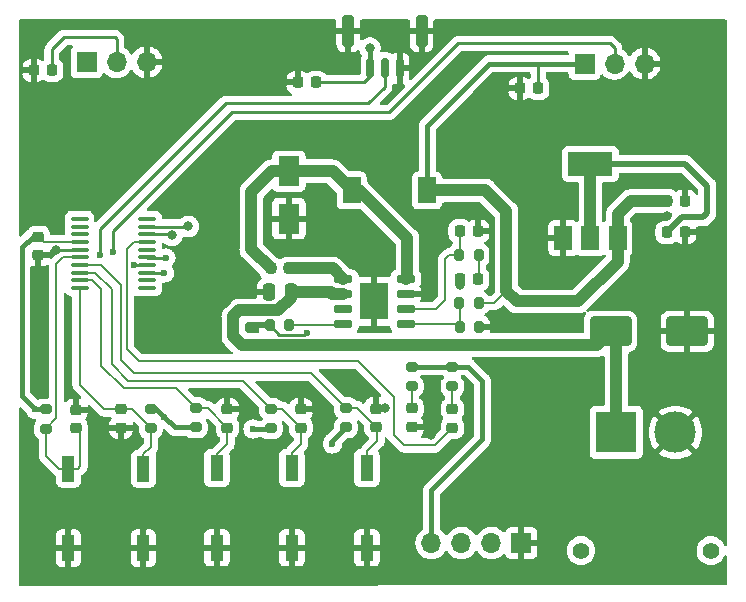
<source format=gbr>
%TF.GenerationSoftware,KiCad,Pcbnew,(6.0.6)*%
%TF.CreationDate,2022-10-01T00:42:19+08:00*%
%TF.ProjectId,Scratch_control,53637261-7463-4685-9f63-6f6e74726f6c,rev?*%
%TF.SameCoordinates,Original*%
%TF.FileFunction,Copper,L1,Top*%
%TF.FilePolarity,Positive*%
%FSLAX46Y46*%
G04 Gerber Fmt 4.6, Leading zero omitted, Abs format (unit mm)*
G04 Created by KiCad (PCBNEW (6.0.6)) date 2022-10-01 00:42:19*
%MOMM*%
%LPD*%
G01*
G04 APERTURE LIST*
G04 Aperture macros list*
%AMRoundRect*
0 Rectangle with rounded corners*
0 $1 Rounding radius*
0 $2 $3 $4 $5 $6 $7 $8 $9 X,Y pos of 4 corners*
0 Add a 4 corners polygon primitive as box body*
4,1,4,$2,$3,$4,$5,$6,$7,$8,$9,$2,$3,0*
0 Add four circle primitives for the rounded corners*
1,1,$1+$1,$2,$3*
1,1,$1+$1,$4,$5*
1,1,$1+$1,$6,$7*
1,1,$1+$1,$8,$9*
0 Add four rect primitives between the rounded corners*
20,1,$1+$1,$2,$3,$4,$5,0*
20,1,$1+$1,$4,$5,$6,$7,0*
20,1,$1+$1,$6,$7,$8,$9,0*
20,1,$1+$1,$8,$9,$2,$3,0*%
G04 Aperture macros list end*
%TA.AperFunction,SMDPad,CuDef*%
%ADD10RoundRect,0.225000X-0.225000X-0.250000X0.225000X-0.250000X0.225000X0.250000X-0.225000X0.250000X0*%
%TD*%
%TA.AperFunction,SMDPad,CuDef*%
%ADD11RoundRect,0.250000X-0.250000X-0.475000X0.250000X-0.475000X0.250000X0.475000X-0.250000X0.475000X0*%
%TD*%
%TA.AperFunction,SMDPad,CuDef*%
%ADD12R,1.120000X2.160000*%
%TD*%
%TA.AperFunction,SMDPad,CuDef*%
%ADD13RoundRect,0.150000X0.150000X0.700000X-0.150000X0.700000X-0.150000X-0.700000X0.150000X-0.700000X0*%
%TD*%
%TA.AperFunction,SMDPad,CuDef*%
%ADD14RoundRect,0.250000X0.250000X1.100000X-0.250000X1.100000X-0.250000X-1.100000X0.250000X-1.100000X0*%
%TD*%
%TA.AperFunction,ComponentPad*%
%ADD15R,1.700000X1.700000*%
%TD*%
%TA.AperFunction,ComponentPad*%
%ADD16O,1.700000X1.700000*%
%TD*%
%TA.AperFunction,SMDPad,CuDef*%
%ADD17RoundRect,0.150000X-0.650000X-0.150000X0.650000X-0.150000X0.650000X0.150000X-0.650000X0.150000X0*%
%TD*%
%TA.AperFunction,SMDPad,CuDef*%
%ADD18R,2.410000X3.100000*%
%TD*%
%TA.AperFunction,ComponentPad*%
%ADD19C,1.400000*%
%TD*%
%TA.AperFunction,ComponentPad*%
%ADD20R,3.500000X3.500000*%
%TD*%
%TA.AperFunction,ComponentPad*%
%ADD21C,3.500000*%
%TD*%
%TA.AperFunction,SMDPad,CuDef*%
%ADD22R,1.800000X2.500000*%
%TD*%
%TA.AperFunction,SMDPad,CuDef*%
%ADD23RoundRect,0.225000X0.225000X0.250000X-0.225000X0.250000X-0.225000X-0.250000X0.225000X-0.250000X0*%
%TD*%
%TA.AperFunction,SMDPad,CuDef*%
%ADD24R,1.500000X2.000000*%
%TD*%
%TA.AperFunction,SMDPad,CuDef*%
%ADD25R,3.800000X2.000000*%
%TD*%
%TA.AperFunction,SMDPad,CuDef*%
%ADD26RoundRect,0.200000X0.275000X-0.200000X0.275000X0.200000X-0.275000X0.200000X-0.275000X-0.200000X0*%
%TD*%
%TA.AperFunction,SMDPad,CuDef*%
%ADD27R,1.500000X2.200000*%
%TD*%
%TA.AperFunction,SMDPad,CuDef*%
%ADD28RoundRect,0.200000X-0.275000X0.200000X-0.275000X-0.200000X0.275000X-0.200000X0.275000X0.200000X0*%
%TD*%
%TA.AperFunction,SMDPad,CuDef*%
%ADD29RoundRect,0.225000X-0.250000X0.225000X-0.250000X-0.225000X0.250000X-0.225000X0.250000X0.225000X0*%
%TD*%
%TA.AperFunction,SMDPad,CuDef*%
%ADD30RoundRect,0.218750X-0.256250X0.218750X-0.256250X-0.218750X0.256250X-0.218750X0.256250X0.218750X0*%
%TD*%
%TA.AperFunction,SMDPad,CuDef*%
%ADD31RoundRect,0.225000X0.250000X-0.225000X0.250000X0.225000X-0.250000X0.225000X-0.250000X-0.225000X0*%
%TD*%
%TA.AperFunction,SMDPad,CuDef*%
%ADD32RoundRect,0.200000X0.200000X0.275000X-0.200000X0.275000X-0.200000X-0.275000X0.200000X-0.275000X0*%
%TD*%
%TA.AperFunction,SMDPad,CuDef*%
%ADD33RoundRect,0.250000X-1.500000X-1.000000X1.500000X-1.000000X1.500000X1.000000X-1.500000X1.000000X0*%
%TD*%
%TA.AperFunction,SMDPad,CuDef*%
%ADD34RoundRect,0.100000X-0.637500X-0.100000X0.637500X-0.100000X0.637500X0.100000X-0.637500X0.100000X0*%
%TD*%
%TA.AperFunction,SMDPad,CuDef*%
%ADD35RoundRect,0.200000X-0.200000X-0.275000X0.200000X-0.275000X0.200000X0.275000X-0.200000X0.275000X0*%
%TD*%
%TA.AperFunction,ViaPad*%
%ADD36C,0.800000*%
%TD*%
%TA.AperFunction,ViaPad*%
%ADD37C,0.600000*%
%TD*%
%TA.AperFunction,Conductor*%
%ADD38C,0.250000*%
%TD*%
%TA.AperFunction,Conductor*%
%ADD39C,0.400000*%
%TD*%
%TA.AperFunction,Conductor*%
%ADD40C,1.000000*%
%TD*%
%TA.AperFunction,Conductor*%
%ADD41C,0.200000*%
%TD*%
%TA.AperFunction,Conductor*%
%ADD42C,0.500000*%
%TD*%
G04 APERTURE END LIST*
D10*
%TO.P,C16,1*%
%TO.N,GND*%
X170929000Y-100330000D03*
%TO.P,C16,2*%
%TO.N,+5V*%
X172479000Y-100330000D03*
%TD*%
%TO.P,C15,1*%
%TO.N,GND*%
X152133000Y-99822000D03*
%TO.P,C15,2*%
%TO.N,+5V*%
X153683000Y-99822000D03*
%TD*%
%TO.P,C14,1*%
%TO.N,GND*%
X129781000Y-98806000D03*
%TO.P,C14,2*%
%TO.N,+5V*%
X131331000Y-98806000D03*
%TD*%
D11*
%TO.P,C1,1*%
%TO.N,GND*%
X149672000Y-117602000D03*
%TO.P,C1,2*%
%TO.N,+24V*%
X151572000Y-117602000D03*
%TD*%
D12*
%TO.P,RST1,1*%
%TO.N,Net-(C10-Pad2)*%
X132715000Y-132525000D03*
%TO.P,RST1,2*%
%TO.N,GND*%
X132715000Y-139255000D03*
%TD*%
D13*
%TO.P,J3,1,Pin_1*%
%TO.N,GND*%
X160762000Y-98624000D03*
%TO.P,J3,2,Pin_2*%
%TO.N,/SENSOR*%
X159512000Y-98624000D03*
%TO.P,J3,3,Pin_3*%
%TO.N,+5V*%
X158262000Y-98624000D03*
D14*
%TO.P,J3,MP,MountPin*%
%TO.N,GND*%
X156412000Y-95424000D03*
X162612000Y-95424000D03*
%TD*%
D15*
%TO.P,J5,1*%
%TO.N,GND*%
X171069000Y-138811000D03*
D16*
%TO.P,J5,2*%
%TO.N,/SWCLK*%
X168529000Y-138811000D03*
%TO.P,J5,3*%
%TO.N,/SWDIO*%
X165989000Y-138811000D03*
%TO.P,J5,4*%
%TO.N,+3V3*%
X163449000Y-138811000D03*
%TD*%
D17*
%TO.P,U2,1,BOOT*%
%TO.N,Net-(C4-Pad1)*%
X155973000Y-116459000D03*
%TO.P,U2,2,Vin*%
%TO.N,+24V*%
X155973000Y-117729000D03*
%TO.P,U2,3,EN*%
%TO.N,unconnected-(U2-Pad3)*%
X155973000Y-118999000D03*
%TO.P,U2,4,RT/CLK*%
%TO.N,Net-(R4-Pad1)*%
X155973000Y-120269000D03*
%TO.P,U2,5,FB*%
%TO.N,Net-(R8-Pad2)*%
X161273000Y-120269000D03*
%TO.P,U2,6,COMP*%
%TO.N,Net-(C3-Pad1)*%
X161273000Y-118999000D03*
%TO.P,U2,7,GND*%
%TO.N,GND*%
X161273000Y-117729000D03*
%TO.P,U2,8,SW*%
%TO.N,Net-(C4-Pad2)*%
X161273000Y-116459000D03*
D18*
%TO.P,U2,9,GND*%
%TO.N,GND*%
X158623000Y-118364000D03*
%TD*%
D19*
%TO.P,J4,*%
%TO.N,*%
X176110000Y-139453000D03*
X187110000Y-139453000D03*
D20*
%TO.P,J4,1,Pin_1*%
%TO.N,+24V*%
X179110000Y-129453000D03*
D21*
%TO.P,J4,2,Pin_2*%
%TO.N,GND*%
X184110000Y-129453000D03*
%TD*%
D15*
%TO.P,J2,1,Pin_1*%
%TO.N,+5V*%
X176418000Y-98228000D03*
D16*
%TO.P,J2,2,Pin_2*%
%TO.N,/PWM3*%
X178958000Y-98228000D03*
%TO.P,J2,3,Pin_3*%
%TO.N,GND*%
X181498000Y-98228000D03*
%TD*%
D10*
%TO.P,C3,1*%
%TO.N,Net-(C3-Pad1)*%
X165849000Y-112395000D03*
%TO.P,C3,2*%
%TO.N,GND*%
X167399000Y-112395000D03*
%TD*%
D22*
%TO.P,D3,1,K*%
%TO.N,Net-(C4-Pad2)*%
X151384000Y-107347000D03*
%TO.P,D3,2,A*%
%TO.N,GND*%
X151384000Y-111347000D03*
%TD*%
D23*
%TO.P,C9,1*%
%TO.N,GND*%
X184925000Y-109855000D03*
%TO.P,C9,2*%
%TO.N,+5V*%
X183375000Y-109855000D03*
%TD*%
D24*
%TO.P,U1,1,GND*%
%TO.N,GND*%
X174611000Y-113005000D03*
D25*
%TO.P,U1,2,VO*%
%TO.N,+3V3*%
X176911000Y-106705000D03*
D24*
X176911000Y-113005000D03*
%TO.P,U1,3,VI*%
%TO.N,+5V*%
X179211000Y-113005000D03*
%TD*%
D26*
%TO.P,R7,1*%
%TO.N,+3V3*%
X143510000Y-129032000D03*
%TO.P,R7,2*%
%TO.N,/KEY3*%
X143510000Y-127382000D03*
%TD*%
D27*
%TO.P,L1,1*%
%TO.N,Net-(C4-Pad2)*%
X156693000Y-108966000D03*
%TO.P,L1,2*%
%TO.N,+5V*%
X163093000Y-108966000D03*
%TD*%
D28*
%TO.P,R10,1*%
%TO.N,+3V3*%
X130810000Y-127495800D03*
%TO.P,R10,2*%
%TO.N,Net-(C10-Pad2)*%
X130810000Y-129145800D03*
%TD*%
D12*
%TO.P,K2,1*%
%TO.N,/KEY2*%
X151638000Y-132474200D03*
%TO.P,K2,2*%
%TO.N,GND*%
X151638000Y-139204200D03*
%TD*%
D29*
%TO.P,C8,1*%
%TO.N,GND*%
X146177000Y-127495000D03*
%TO.P,C8,2*%
%TO.N,/KEY3*%
X146177000Y-129045000D03*
%TD*%
D12*
%TO.P,K4,1*%
%TO.N,/KEY4*%
X139065000Y-132525000D03*
%TO.P,K4,2*%
%TO.N,GND*%
X139065000Y-139255000D03*
%TD*%
D30*
%TO.P,D2,1*%
%TO.N,Net-(D2-Pad1)*%
X161798000Y-127419500D03*
%TO.P,D2,2*%
%TO.N,GND*%
X161798000Y-128994500D03*
%TD*%
D28*
%TO.P,R1,1*%
%TO.N,+3V3*%
X165227000Y-123889000D03*
%TO.P,R1,2*%
%TO.N,Net-(D1-Pad1)*%
X165227000Y-125539000D03*
%TD*%
D29*
%TO.P,C10,1*%
%TO.N,GND*%
X133350000Y-127545800D03*
%TO.P,C10,2*%
%TO.N,Net-(C10-Pad2)*%
X133350000Y-129095800D03*
%TD*%
D31*
%TO.P,C12,1*%
%TO.N,GND*%
X130175000Y-114440000D03*
%TO.P,C12,2*%
%TO.N,+3V3*%
X130175000Y-112890000D03*
%TD*%
D12*
%TO.P,K3,1*%
%TO.N,/KEY3*%
X145288000Y-132474200D03*
%TO.P,K3,2*%
%TO.N,GND*%
X145288000Y-139204200D03*
%TD*%
D29*
%TO.P,C6,1*%
%TO.N,GND*%
X158750000Y-127432000D03*
%TO.P,C6,2*%
%TO.N,/KEY1*%
X158750000Y-128982000D03*
%TD*%
D23*
%TO.P,C4,1*%
%TO.N,Net-(C4-Pad1)*%
X151397000Y-115570000D03*
%TO.P,C4,2*%
%TO.N,Net-(C4-Pad2)*%
X149847000Y-115570000D03*
%TD*%
%TO.P,C5,1*%
%TO.N,GND*%
X184925000Y-112522000D03*
%TO.P,C5,2*%
%TO.N,+3V3*%
X183375000Y-112522000D03*
%TD*%
D28*
%TO.P,R11,1*%
%TO.N,+3V3*%
X139700000Y-127445000D03*
%TO.P,R11,2*%
%TO.N,/KEY4*%
X139700000Y-129095000D03*
%TD*%
D30*
%TO.P,D1,1*%
%TO.N,Net-(D1-Pad1)*%
X165227000Y-127482500D03*
%TO.P,D1,2*%
%TO.N,/LED1*%
X165227000Y-129057500D03*
%TD*%
D32*
%TO.P,R8,1*%
%TO.N,GND*%
X167512000Y-120523000D03*
%TO.P,R8,2*%
%TO.N,Net-(R8-Pad2)*%
X165862000Y-120523000D03*
%TD*%
D12*
%TO.P,K1,1*%
%TO.N,/KEY1*%
X157988000Y-132474200D03*
%TO.P,K1,2*%
%TO.N,GND*%
X157988000Y-139204200D03*
%TD*%
D33*
%TO.P,C13,1*%
%TO.N,+24V*%
X178614000Y-120904000D03*
%TO.P,C13,2*%
%TO.N,GND*%
X185114000Y-120904000D03*
%TD*%
D34*
%TO.P,U3,1,PB7/PB8*%
%TO.N,unconnected-(U3-Pad1)*%
X133662500Y-111375000D03*
%TO.P,U3,2,PB9/PC14*%
%TO.N,unconnected-(U3-Pad2)*%
X133662500Y-112025000D03*
%TO.P,U3,3,PC15*%
%TO.N,unconnected-(U3-Pad3)*%
X133662500Y-112675000D03*
%TO.P,U3,4,Vin*%
%TO.N,+3V3*%
X133662500Y-113325000D03*
%TO.P,U3,5,GND*%
%TO.N,GND*%
X133662500Y-113975000D03*
%TO.P,U3,6,nRST*%
%TO.N,Net-(C10-Pad2)*%
X133662500Y-114625000D03*
%TO.P,U3,7,PA0*%
%TO.N,/KEY1*%
X133662500Y-115275000D03*
%TO.P,U3,8,PA1*%
%TO.N,/KEY2*%
X133662500Y-115925000D03*
%TO.P,U3,9,PA2*%
%TO.N,/KEY3*%
X133662500Y-116575000D03*
%TO.P,U3,10,PA3*%
%TO.N,/KEY4*%
X133662500Y-117225000D03*
%TO.P,U3,11,PA4*%
%TO.N,unconnected-(U3-Pad11)*%
X139387500Y-117225000D03*
%TO.P,U3,12,PA5*%
%TO.N,unconnected-(U3-Pad12)*%
X139387500Y-116575000D03*
%TO.P,U3,13,PA6*%
%TO.N,/SENSOR*%
X139387500Y-115925000D03*
%TO.P,U3,14,PA7*%
%TO.N,/PWM3*%
X139387500Y-115275000D03*
%TO.P,U3,15,PB0/PB1/PB2/PA8*%
%TO.N,/PWM4*%
X139387500Y-114625000D03*
%TO.P,U3,16,PA11/PA9*%
%TO.N,unconnected-(U3-Pad16)*%
X139387500Y-113975000D03*
%TO.P,U3,17,PA12/PA10*%
%TO.N,/LED1*%
X139387500Y-113325000D03*
%TO.P,U3,18,PA13*%
%TO.N,/SWDIO*%
X139387500Y-112675000D03*
%TO.P,U3,19,PA14/PA15/BOOT0*%
%TO.N,/SWCLK*%
X139387500Y-112025000D03*
%TO.P,U3,20,PB3/PB4/PB5/PB6*%
%TO.N,unconnected-(U3-Pad20)*%
X139387500Y-111375000D03*
%TD*%
D35*
%TO.P,R2,1*%
%TO.N,Net-(C3-Pad1)*%
X165799000Y-114427000D03*
%TO.P,R2,2*%
%TO.N,Net-(C2-Pad2)*%
X167449000Y-114427000D03*
%TD*%
D26*
%TO.P,R5,1*%
%TO.N,+3V3*%
X156210000Y-129032000D03*
%TO.P,R5,2*%
%TO.N,/KEY1*%
X156210000Y-127382000D03*
%TD*%
D28*
%TO.P,R3,1*%
%TO.N,+3V3*%
X161798000Y-123889000D03*
%TO.P,R3,2*%
%TO.N,Net-(D2-Pad1)*%
X161798000Y-125539000D03*
%TD*%
D31*
%TO.P,C11,1*%
%TO.N,GND*%
X137160000Y-129045000D03*
%TO.P,C11,2*%
%TO.N,/KEY4*%
X137160000Y-127495000D03*
%TD*%
D10*
%TO.P,C2,1*%
%TO.N,GND*%
X165849000Y-116459000D03*
%TO.P,C2,2*%
%TO.N,Net-(C2-Pad2)*%
X167399000Y-116459000D03*
%TD*%
D29*
%TO.P,C7,1*%
%TO.N,GND*%
X152400000Y-127495000D03*
%TO.P,C7,2*%
%TO.N,/KEY2*%
X152400000Y-129045000D03*
%TD*%
D32*
%TO.P,R4,1*%
%TO.N,Net-(R4-Pad1)*%
X151415000Y-120396000D03*
%TO.P,R4,2*%
%TO.N,GND*%
X149765000Y-120396000D03*
%TD*%
D35*
%TO.P,R9,1*%
%TO.N,Net-(R8-Pad2)*%
X165799000Y-118491000D03*
%TO.P,R9,2*%
%TO.N,+5V*%
X167449000Y-118491000D03*
%TD*%
D15*
%TO.P,J1,1,Pin_1*%
%TO.N,/PWM4*%
X134254000Y-98101000D03*
D16*
%TO.P,J1,2,Pin_2*%
%TO.N,+5V*%
X136794000Y-98101000D03*
%TO.P,J1,3,Pin_3*%
%TO.N,GND*%
X139334000Y-98101000D03*
%TD*%
D26*
%TO.P,R6,1*%
%TO.N,+3V3*%
X149860000Y-129095000D03*
%TO.P,R6,2*%
%TO.N,/KEY2*%
X149860000Y-127445000D03*
%TD*%
D36*
%TO.N,GND*%
X138430000Y-136652000D03*
X141688080Y-102716282D03*
X170053000Y-125857000D03*
X157226000Y-135001000D03*
X150876000Y-136398000D03*
X130048000Y-106807000D03*
X131826000Y-136398000D03*
X171450000Y-133985000D03*
X131826000Y-134874000D03*
D37*
X152908000Y-121031000D03*
D36*
X167229904Y-110822518D03*
X181737000Y-108077000D03*
X144526000Y-135128000D03*
X144526000Y-136652000D03*
X144780000Y-107950000D03*
X160216990Y-105100777D03*
X170053000Y-133985000D03*
X181864000Y-134747000D03*
X139319000Y-119761000D03*
X187862517Y-111794054D03*
X131445000Y-106807000D03*
X130175000Y-118110000D03*
X170688000Y-102489000D03*
X170688000Y-104013000D03*
X152273000Y-134874000D03*
X167259000Y-102489000D03*
X157226000Y-136525000D03*
X182094899Y-118319723D03*
X133223000Y-134874000D03*
X158819990Y-106624777D03*
X130048000Y-105283000D03*
X158623000Y-136525000D03*
X179705000Y-136271000D03*
X158747318Y-113659169D03*
X172593000Y-114300000D03*
X165862000Y-116967000D03*
X133223000Y-136398000D03*
X172085000Y-102489000D03*
X185420000Y-114300000D03*
X140716000Y-119761000D03*
X182363777Y-121904764D03*
X146558000Y-106426000D03*
X130048000Y-109728000D03*
X130048000Y-108204000D03*
X147955000Y-106426000D03*
X139319000Y-121285000D03*
X154813000Y-113284000D03*
X142494000Y-121285000D03*
X163430470Y-129662692D03*
X178308000Y-134747000D03*
X178308000Y-136271000D03*
X181864000Y-136271000D03*
X156337000Y-113665000D03*
X183261000Y-136271000D03*
X152273000Y-136398000D03*
X142494000Y-119761000D03*
X143383000Y-107950000D03*
X167259000Y-104013000D03*
X139827000Y-135128000D03*
X140081000Y-104648000D03*
X147955000Y-115951000D03*
X168656000Y-102489000D03*
X157661209Y-125659396D03*
X179705000Y-134747000D03*
X131445000Y-108204000D03*
X170053000Y-127381000D03*
X159512000Y-127381000D03*
X143891000Y-119761000D03*
X147955000Y-104902000D03*
X145923000Y-135128000D03*
X156718000Y-124714000D03*
X171450000Y-130810000D03*
X143383000Y-109474000D03*
X170679148Y-120268268D03*
X158819990Y-105100777D03*
X171450000Y-132461000D03*
X145923000Y-136652000D03*
X184023000Y-108204000D03*
X144780000Y-109474000D03*
X170053000Y-129286000D03*
X171450000Y-127381000D03*
X131699000Y-114046000D03*
X183261000Y-134747000D03*
X131445000Y-105283000D03*
X183388000Y-111125000D03*
X172085000Y-104013000D03*
X168656000Y-104013000D03*
X143891000Y-121285000D03*
X142494000Y-117983000D03*
X170053000Y-130810000D03*
X160216990Y-106624777D03*
X170053000Y-132461000D03*
X171450000Y-129286000D03*
X138430000Y-135128000D03*
X171450000Y-125857000D03*
X146558000Y-104902000D03*
X150876000Y-134874000D03*
X164175980Y-112522093D03*
X172741653Y-120516122D03*
X140716000Y-121285000D03*
X175768000Y-120523000D03*
X163576000Y-126619000D03*
X131445000Y-109728000D03*
X139827000Y-136652000D03*
%TO.N,+3V3*%
X175768000Y-106680000D03*
D37*
X129921000Y-127508000D03*
D36*
X177927000Y-106680000D03*
D37*
X140843000Y-128143000D03*
X148336000Y-129159000D03*
X155067000Y-130429000D03*
D36*
X176911000Y-106705000D03*
%TO.N,+5V*%
X158242000Y-96901000D03*
D37*
%TO.N,/SENSOR*%
X140843000Y-115951000D03*
X135382000Y-114427000D03*
D36*
%TO.N,/SWDIO*%
X141478000Y-112776000D03*
%TO.N,/SWCLK*%
X142875000Y-112014000D03*
D37*
%TO.N,/PWM3*%
X138303000Y-115316000D03*
X136525000Y-114173000D03*
%TO.N,/PWM4*%
X140970000Y-114681000D03*
%TD*%
D38*
%TO.N,+5V*%
X172479000Y-98311000D02*
X172396000Y-98228000D01*
X172479000Y-100330000D02*
X172479000Y-98311000D01*
D39*
X168345000Y-98228000D02*
X172396000Y-98228000D01*
X172396000Y-98228000D02*
X176418000Y-98228000D01*
D38*
X158262000Y-99294000D02*
X158262000Y-98624000D01*
X157734000Y-99822000D02*
X158262000Y-99294000D01*
X153683000Y-99822000D02*
X157734000Y-99822000D01*
X136652000Y-96012000D02*
X136794000Y-96154000D01*
X136794000Y-96154000D02*
X136794000Y-98101000D01*
X131318000Y-97028000D02*
X132334000Y-96012000D01*
X132334000Y-96012000D02*
X136652000Y-96012000D01*
X131331000Y-98806000D02*
X131318000Y-98793000D01*
X131318000Y-98793000D02*
X131318000Y-97028000D01*
%TO.N,GND*%
X150565000Y-121196000D02*
X152743000Y-121196000D01*
X131770000Y-113975000D02*
X131699000Y-114046000D01*
X152743000Y-121196000D02*
X152781000Y-121158000D01*
X133662500Y-113975000D02*
X131770000Y-113975000D01*
X159766000Y-127381000D02*
X158801000Y-127381000D01*
X149765000Y-120396000D02*
X150565000Y-121196000D01*
X158801000Y-127381000D02*
X158750000Y-127432000D01*
D40*
%TO.N,+24V*%
X179110000Y-129453000D02*
X179110000Y-121400000D01*
X146685000Y-119634000D02*
X147193000Y-119126000D01*
X177471000Y-122047000D02*
X147447000Y-122047000D01*
X154940000Y-117602000D02*
X155067000Y-117729000D01*
X146685000Y-121285000D02*
X146685000Y-119634000D01*
X147193000Y-119126000D02*
X150495000Y-119126000D01*
X178614000Y-120904000D02*
X177471000Y-122047000D01*
X151572000Y-118049000D02*
X151572000Y-117602000D01*
D41*
X155846000Y-117602000D02*
X155973000Y-117729000D01*
D40*
X147447000Y-122047000D02*
X146685000Y-121285000D01*
D41*
X151826000Y-117602000D02*
X155846000Y-117602000D01*
D40*
X179110000Y-121400000D02*
X178614000Y-120904000D01*
D41*
X151572000Y-117856000D02*
X151826000Y-117602000D01*
D40*
X151572000Y-117602000D02*
X154940000Y-117602000D01*
X150495000Y-119126000D02*
X151572000Y-118049000D01*
X155067000Y-117729000D02*
X155973000Y-117729000D01*
D41*
%TO.N,Net-(C2-Pad2)*%
X167449000Y-114427000D02*
X167449000Y-116409000D01*
X167449000Y-116409000D02*
X167399000Y-116459000D01*
%TO.N,Net-(C3-Pad1)*%
X161273000Y-118999000D02*
X163830000Y-118999000D01*
X164973000Y-114427000D02*
X165799000Y-114427000D01*
X163830000Y-118999000D02*
X164592000Y-118237000D01*
X165849000Y-114377000D02*
X165799000Y-114427000D01*
X164592000Y-118237000D02*
X164592000Y-114808000D01*
X164592000Y-114808000D02*
X164973000Y-114427000D01*
X165849000Y-112395000D02*
X165849000Y-114377000D01*
D40*
%TO.N,Net-(C4-Pad1)*%
X155084000Y-115570000D02*
X155973000Y-116459000D01*
X151397000Y-115570000D02*
X155084000Y-115570000D01*
%TO.N,Net-(C4-Pad2)*%
X149847000Y-115570000D02*
X148209000Y-113932000D01*
X161417000Y-113030000D02*
X161417000Y-116315000D01*
X148209000Y-109093000D02*
X149955000Y-107347000D01*
X157353000Y-108966000D02*
X161417000Y-113030000D01*
X156693000Y-108966000D02*
X157353000Y-108966000D01*
X151384000Y-107347000D02*
X155074000Y-107347000D01*
X148209000Y-113932000D02*
X148209000Y-109093000D01*
X155074000Y-107347000D02*
X156693000Y-108966000D01*
X149955000Y-107347000D02*
X151384000Y-107347000D01*
X161417000Y-116315000D02*
X161273000Y-116459000D01*
D39*
%TO.N,+3V3*%
X167767000Y-130048000D02*
X167767000Y-125095000D01*
X128778000Y-113792000D02*
X129680000Y-112890000D01*
X129921000Y-127508000D02*
X128778000Y-126365000D01*
X139700000Y-127445000D02*
X140145000Y-127445000D01*
D42*
X186817000Y-108585000D02*
X184937000Y-106705000D01*
D39*
X130810000Y-127495800D02*
X129933200Y-127495800D01*
D42*
X186817000Y-110871000D02*
X186817000Y-108585000D01*
D39*
X129933200Y-127495800D02*
X129921000Y-127508000D01*
X141732000Y-129032000D02*
X140843000Y-128143000D01*
X129680000Y-112890000D02*
X130175000Y-112890000D01*
X166561000Y-123889000D02*
X161798000Y-123889000D01*
X163449000Y-138811000D02*
X163449000Y-134366000D01*
D42*
X184645000Y-111252000D02*
X186436000Y-111252000D01*
D41*
X130175000Y-112890000D02*
X130610000Y-113325000D01*
D39*
X155067000Y-130175000D02*
X156210000Y-129032000D01*
X163449000Y-134366000D02*
X167767000Y-130048000D01*
X155067000Y-130429000D02*
X155067000Y-130175000D01*
X128778000Y-126365000D02*
X128778000Y-113792000D01*
X167767000Y-125095000D02*
X166561000Y-123889000D01*
X143510000Y-129032000D02*
X141732000Y-129032000D01*
D42*
X183375000Y-112522000D02*
X184645000Y-111252000D01*
X184937000Y-106705000D02*
X176911000Y-106705000D01*
D40*
X176911000Y-113005000D02*
X176911000Y-106705000D01*
D41*
X130610000Y-113325000D02*
X133662500Y-113325000D01*
D42*
X186436000Y-111252000D02*
X186817000Y-110871000D01*
D39*
X140145000Y-127445000D02*
X140843000Y-128143000D01*
X149796000Y-129159000D02*
X149860000Y-129095000D01*
X148336000Y-129159000D02*
X149796000Y-129159000D01*
D41*
%TO.N,/KEY1*%
X156210000Y-127382000D02*
X157150000Y-127382000D01*
X158877000Y-130175000D02*
X158877000Y-129109000D01*
X157150000Y-127382000D02*
X158750000Y-128982000D01*
X153288000Y-124460000D02*
X138303000Y-124460000D01*
X133703500Y-115316000D02*
X133662500Y-115275000D01*
X135509000Y-115316000D02*
X133703500Y-115316000D01*
X137160000Y-123317000D02*
X137160000Y-116967000D01*
X138303000Y-124460000D02*
X137160000Y-123317000D01*
X137160000Y-116967000D02*
X135509000Y-115316000D01*
X157988000Y-132474200D02*
X157988000Y-131064000D01*
X158877000Y-129109000D02*
X158750000Y-128982000D01*
X157988000Y-131064000D02*
X158877000Y-130175000D01*
X156210000Y-127382000D02*
X153288000Y-124460000D01*
%TO.N,/KEY2*%
X149860000Y-127445000D02*
X150800000Y-127445000D01*
X151638000Y-131191000D02*
X152400000Y-130429000D01*
X147510000Y-125095000D02*
X137795000Y-125095000D01*
X152400000Y-130429000D02*
X152400000Y-129045000D01*
X136398000Y-123698000D02*
X136398000Y-117348000D01*
X151638000Y-132474200D02*
X151638000Y-131191000D01*
X150800000Y-127445000D02*
X152400000Y-129045000D01*
X134975000Y-115925000D02*
X133662500Y-115925000D01*
X136398000Y-117348000D02*
X134975000Y-115925000D01*
X149860000Y-127445000D02*
X147510000Y-125095000D01*
X137795000Y-125095000D02*
X136398000Y-123698000D01*
%TO.N,/KEY3*%
X135509000Y-117348000D02*
X134736000Y-116575000D01*
X145288000Y-131318000D02*
X146177000Y-130429000D01*
X143510000Y-127382000D02*
X141858000Y-125730000D01*
X135509000Y-123825000D02*
X135509000Y-117348000D01*
X134736000Y-116575000D02*
X133662500Y-116575000D01*
X137414000Y-125730000D02*
X135509000Y-123825000D01*
X144514000Y-127382000D02*
X146177000Y-129045000D01*
X141858000Y-125730000D02*
X137414000Y-125730000D01*
X145288000Y-132474200D02*
X145288000Y-131318000D01*
X143510000Y-127382000D02*
X144514000Y-127382000D01*
X146177000Y-130429000D02*
X146177000Y-129045000D01*
D40*
%TO.N,+5V*%
X179211000Y-115005000D02*
X175852000Y-118364000D01*
X168021000Y-108966000D02*
X163093000Y-108966000D01*
D39*
X158262000Y-98624000D02*
X158262000Y-96921000D01*
D40*
X169799000Y-110744000D02*
X168021000Y-108966000D01*
D39*
X158262000Y-96921000D02*
X158242000Y-96901000D01*
D40*
X170688000Y-118364000D02*
X169799000Y-117475000D01*
X179211000Y-113005000D02*
X179211000Y-110984000D01*
X175852000Y-118364000D02*
X170688000Y-118364000D01*
D39*
X163093000Y-108966000D02*
X163093000Y-103480000D01*
D40*
X179211000Y-110984000D02*
X180340000Y-109855000D01*
D41*
X167449000Y-118491000D02*
X168783000Y-118491000D01*
D40*
X180340000Y-109855000D02*
X183375000Y-109855000D01*
D41*
X168783000Y-118491000D02*
X169799000Y-117475000D01*
D40*
X169799000Y-117475000D02*
X169799000Y-110744000D01*
D39*
X163093000Y-103480000D02*
X168345000Y-98228000D01*
D40*
X179211000Y-113005000D02*
X179211000Y-115005000D01*
D41*
%TO.N,Net-(C10-Pad2)*%
X133662500Y-114625000D02*
X132263000Y-114625000D01*
X130823200Y-129145800D02*
X130810000Y-129145800D01*
X130810000Y-131445000D02*
X131890000Y-132525000D01*
X132715000Y-132525000D02*
X133540000Y-132525000D01*
X133540000Y-132525000D02*
X133731000Y-132334000D01*
X131890000Y-132525000D02*
X132715000Y-132525000D01*
X133731000Y-132334000D02*
X133731000Y-129476800D01*
X133731000Y-129476800D02*
X133350000Y-129095800D01*
X131699000Y-115189000D02*
X131699000Y-128270000D01*
X130810000Y-129145800D02*
X130810000Y-131445000D01*
X131699000Y-128270000D02*
X130823200Y-129145800D01*
X132263000Y-114625000D02*
X131699000Y-115189000D01*
D38*
%TO.N,/SENSOR*%
X135382000Y-112268000D02*
X146050000Y-101600000D01*
X139413500Y-115951000D02*
X139387500Y-115925000D01*
X146050000Y-101600000D02*
X158115000Y-101600000D01*
X159512000Y-100203000D02*
X159512000Y-98624000D01*
X135382000Y-114427000D02*
X135382000Y-112268000D01*
X140843000Y-115951000D02*
X139413500Y-115951000D01*
X158115000Y-101600000D02*
X159512000Y-100203000D01*
D41*
%TO.N,Net-(D1-Pad1)*%
X165227000Y-127482500D02*
X165227000Y-125539000D01*
%TO.N,/LED1*%
X161163000Y-130556000D02*
X160274000Y-129667000D01*
X160274000Y-129667000D02*
X160274000Y-126492000D01*
X165227000Y-129057500D02*
X163728500Y-130556000D01*
X138262000Y-113325000D02*
X139387500Y-113325000D01*
X137668000Y-113919000D02*
X138262000Y-113325000D01*
X160274000Y-126492000D02*
X157226000Y-123444000D01*
X163728500Y-130556000D02*
X161163000Y-130556000D01*
X157226000Y-123444000D02*
X138684000Y-123444000D01*
X137668000Y-122428000D02*
X137668000Y-113919000D01*
X138684000Y-123444000D02*
X137668000Y-122428000D01*
%TO.N,Net-(D2-Pad1)*%
X161798000Y-127419500D02*
X161798000Y-125539000D01*
D38*
%TO.N,/SWDIO*%
X141377000Y-112675000D02*
X141478000Y-112776000D01*
X139387500Y-112675000D02*
X141377000Y-112675000D01*
%TO.N,/SWCLK*%
X142875000Y-112014000D02*
X142864000Y-112025000D01*
X142864000Y-112025000D02*
X139387500Y-112025000D01*
D41*
%TO.N,Net-(R4-Pad1)*%
X151415000Y-120396000D02*
X155846000Y-120396000D01*
X155846000Y-120396000D02*
X155973000Y-120269000D01*
%TO.N,Net-(R8-Pad2)*%
X161273000Y-120269000D02*
X165608000Y-120269000D01*
X165862000Y-120523000D02*
X165862000Y-118554000D01*
X165608000Y-120269000D02*
X165862000Y-120523000D01*
X165862000Y-118554000D02*
X165799000Y-118491000D01*
D38*
%TO.N,/PWM3*%
X178562000Y-96520000D02*
X165735000Y-96520000D01*
X146558000Y-102362000D02*
X137287000Y-111633000D01*
X138344000Y-115275000D02*
X138303000Y-115316000D01*
X160147000Y-102108000D02*
X159893000Y-102362000D01*
X178958000Y-96916000D02*
X178562000Y-96520000D01*
X165735000Y-96520000D02*
X160147000Y-102108000D01*
X137287000Y-111633000D02*
X136525000Y-112395000D01*
X159893000Y-102362000D02*
X146558000Y-102362000D01*
X136525000Y-112395000D02*
X136525000Y-114173000D01*
X139387500Y-115275000D02*
X138344000Y-115275000D01*
X178958000Y-98228000D02*
X178958000Y-96916000D01*
%TO.N,/PWM4*%
X140970000Y-114681000D02*
X139443500Y-114681000D01*
X139443500Y-114681000D02*
X139387500Y-114625000D01*
D41*
%TO.N,/KEY4*%
X133662500Y-117225000D02*
X133662500Y-125407500D01*
X139065000Y-131318000D02*
X139700000Y-130683000D01*
X137160000Y-127495000D02*
X138100000Y-127495000D01*
X139700000Y-130683000D02*
X139700000Y-129095000D01*
X139065000Y-132525000D02*
X139065000Y-131318000D01*
X138100000Y-127495000D02*
X139700000Y-129095000D01*
X135750000Y-127495000D02*
X137160000Y-127495000D01*
X133662500Y-125407500D02*
X135750000Y-127495000D01*
%TD*%
%TA.AperFunction,Conductor*%
%TO.N,GND*%
G36*
X155346121Y-94508502D02*
G01*
X155392614Y-94562158D01*
X155404000Y-94614500D01*
X155404000Y-95151885D01*
X155408475Y-95167124D01*
X155409865Y-95168329D01*
X155417548Y-95170000D01*
X157401884Y-95170000D01*
X157417123Y-95165525D01*
X157418328Y-95164135D01*
X157419999Y-95156452D01*
X157419999Y-94614500D01*
X157440001Y-94546379D01*
X157493657Y-94499886D01*
X157545999Y-94488500D01*
X161478000Y-94488500D01*
X161546121Y-94508502D01*
X161592614Y-94562158D01*
X161604000Y-94614500D01*
X161604000Y-95151885D01*
X161608475Y-95167124D01*
X161609865Y-95168329D01*
X161617548Y-95170000D01*
X163601884Y-95170000D01*
X163617123Y-95165525D01*
X163618328Y-95164135D01*
X163619999Y-95156452D01*
X163619999Y-94614500D01*
X163640001Y-94546379D01*
X163693657Y-94499886D01*
X163745999Y-94488500D01*
X188341500Y-94488500D01*
X188409621Y-94508502D01*
X188456114Y-94562158D01*
X188467500Y-94614500D01*
X188467500Y-138936265D01*
X188447498Y-139004386D01*
X188393842Y-139050879D01*
X188323568Y-139060983D01*
X188258988Y-139031489D01*
X188227305Y-138989515D01*
X188162912Y-138851423D01*
X188162910Y-138851420D01*
X188160589Y-138846442D01*
X188039301Y-138673224D01*
X187889776Y-138523699D01*
X187716558Y-138402411D01*
X187711580Y-138400090D01*
X187711577Y-138400088D01*
X187529892Y-138315367D01*
X187529891Y-138315366D01*
X187524910Y-138313044D01*
X187519602Y-138311622D01*
X187519600Y-138311621D01*
X187325970Y-138259738D01*
X187325968Y-138259738D01*
X187320655Y-138258314D01*
X187110000Y-138239884D01*
X186899345Y-138258314D01*
X186894032Y-138259738D01*
X186894030Y-138259738D01*
X186700400Y-138311621D01*
X186700398Y-138311622D01*
X186695090Y-138313044D01*
X186690109Y-138315366D01*
X186690108Y-138315367D01*
X186508423Y-138400088D01*
X186508420Y-138400090D01*
X186503442Y-138402411D01*
X186330224Y-138523699D01*
X186180699Y-138673224D01*
X186059411Y-138846442D01*
X186057090Y-138851420D01*
X186057088Y-138851423D01*
X185987472Y-139000715D01*
X185970044Y-139038090D01*
X185968622Y-139043398D01*
X185968621Y-139043400D01*
X185916738Y-139237030D01*
X185915314Y-139242345D01*
X185896884Y-139453000D01*
X185915314Y-139663655D01*
X185916738Y-139668968D01*
X185916738Y-139668970D01*
X185966631Y-139855171D01*
X185970044Y-139867910D01*
X185972366Y-139872891D01*
X185972367Y-139872892D01*
X186050449Y-140040338D01*
X186059411Y-140059558D01*
X186180699Y-140232776D01*
X186330224Y-140382301D01*
X186503442Y-140503589D01*
X186508420Y-140505910D01*
X186508423Y-140505912D01*
X186690108Y-140590633D01*
X186695090Y-140592956D01*
X186700398Y-140594378D01*
X186700400Y-140594379D01*
X186894030Y-140646262D01*
X186894032Y-140646262D01*
X186899345Y-140647686D01*
X187110000Y-140666116D01*
X187320655Y-140647686D01*
X187325968Y-140646262D01*
X187325970Y-140646262D01*
X187519600Y-140594379D01*
X187519602Y-140594378D01*
X187524910Y-140592956D01*
X187529892Y-140590633D01*
X187711577Y-140505912D01*
X187711580Y-140505910D01*
X187716558Y-140503589D01*
X187889776Y-140382301D01*
X188039301Y-140232776D01*
X188160589Y-140059558D01*
X188169552Y-140040338D01*
X188227305Y-139916485D01*
X188274222Y-139863200D01*
X188342500Y-139843739D01*
X188410459Y-139864281D01*
X188456525Y-139918304D01*
X188467500Y-139969735D01*
X188467500Y-142241842D01*
X188447498Y-142309963D01*
X188393842Y-142356456D01*
X188341767Y-142367842D01*
X129031226Y-142493500D01*
X128650500Y-142493500D01*
X128582379Y-142473498D01*
X128535886Y-142419842D01*
X128524500Y-142367500D01*
X128524500Y-140379669D01*
X131647001Y-140379669D01*
X131647371Y-140386490D01*
X131652895Y-140437352D01*
X131656521Y-140452604D01*
X131701676Y-140573054D01*
X131710214Y-140588649D01*
X131786715Y-140690724D01*
X131799276Y-140703285D01*
X131901351Y-140779786D01*
X131916946Y-140788324D01*
X132037394Y-140833478D01*
X132052649Y-140837105D01*
X132103514Y-140842631D01*
X132110328Y-140843000D01*
X132442885Y-140843000D01*
X132458124Y-140838525D01*
X132459329Y-140837135D01*
X132461000Y-140829452D01*
X132461000Y-140824884D01*
X132969000Y-140824884D01*
X132973475Y-140840123D01*
X132974865Y-140841328D01*
X132982548Y-140842999D01*
X133319669Y-140842999D01*
X133326490Y-140842629D01*
X133377352Y-140837105D01*
X133392604Y-140833479D01*
X133513054Y-140788324D01*
X133528649Y-140779786D01*
X133630724Y-140703285D01*
X133643285Y-140690724D01*
X133719786Y-140588649D01*
X133728324Y-140573054D01*
X133773478Y-140452606D01*
X133777105Y-140437351D01*
X133782631Y-140386486D01*
X133783000Y-140379672D01*
X133783000Y-140379669D01*
X137997001Y-140379669D01*
X137997371Y-140386490D01*
X138002895Y-140437352D01*
X138006521Y-140452604D01*
X138051676Y-140573054D01*
X138060214Y-140588649D01*
X138136715Y-140690724D01*
X138149276Y-140703285D01*
X138251351Y-140779786D01*
X138266946Y-140788324D01*
X138387394Y-140833478D01*
X138402649Y-140837105D01*
X138453514Y-140842631D01*
X138460328Y-140843000D01*
X138792885Y-140843000D01*
X138808124Y-140838525D01*
X138809329Y-140837135D01*
X138811000Y-140829452D01*
X138811000Y-140824884D01*
X139319000Y-140824884D01*
X139323475Y-140840123D01*
X139324865Y-140841328D01*
X139332548Y-140842999D01*
X139669669Y-140842999D01*
X139676490Y-140842629D01*
X139727352Y-140837105D01*
X139742604Y-140833479D01*
X139863054Y-140788324D01*
X139878649Y-140779786D01*
X139980724Y-140703285D01*
X139993285Y-140690724D01*
X140069786Y-140588649D01*
X140078324Y-140573054D01*
X140123478Y-140452606D01*
X140127105Y-140437351D01*
X140132631Y-140386486D01*
X140133000Y-140379672D01*
X140133000Y-140328869D01*
X144220001Y-140328869D01*
X144220371Y-140335690D01*
X144225895Y-140386552D01*
X144229521Y-140401804D01*
X144274676Y-140522254D01*
X144283214Y-140537849D01*
X144359715Y-140639924D01*
X144372276Y-140652485D01*
X144474351Y-140728986D01*
X144489946Y-140737524D01*
X144610394Y-140782678D01*
X144625649Y-140786305D01*
X144676514Y-140791831D01*
X144683328Y-140792200D01*
X145015885Y-140792200D01*
X145031124Y-140787725D01*
X145032329Y-140786335D01*
X145034000Y-140778652D01*
X145034000Y-140774084D01*
X145542000Y-140774084D01*
X145546475Y-140789323D01*
X145547865Y-140790528D01*
X145555548Y-140792199D01*
X145892669Y-140792199D01*
X145899490Y-140791829D01*
X145950352Y-140786305D01*
X145965604Y-140782679D01*
X146086054Y-140737524D01*
X146101649Y-140728986D01*
X146203724Y-140652485D01*
X146216285Y-140639924D01*
X146292786Y-140537849D01*
X146301324Y-140522254D01*
X146346478Y-140401806D01*
X146350105Y-140386551D01*
X146355631Y-140335686D01*
X146356000Y-140328872D01*
X146356000Y-140328869D01*
X150570001Y-140328869D01*
X150570371Y-140335690D01*
X150575895Y-140386552D01*
X150579521Y-140401804D01*
X150624676Y-140522254D01*
X150633214Y-140537849D01*
X150709715Y-140639924D01*
X150722276Y-140652485D01*
X150824351Y-140728986D01*
X150839946Y-140737524D01*
X150960394Y-140782678D01*
X150975649Y-140786305D01*
X151026514Y-140791831D01*
X151033328Y-140792200D01*
X151365885Y-140792200D01*
X151381124Y-140787725D01*
X151382329Y-140786335D01*
X151384000Y-140778652D01*
X151384000Y-140774084D01*
X151892000Y-140774084D01*
X151896475Y-140789323D01*
X151897865Y-140790528D01*
X151905548Y-140792199D01*
X152242669Y-140792199D01*
X152249490Y-140791829D01*
X152300352Y-140786305D01*
X152315604Y-140782679D01*
X152436054Y-140737524D01*
X152451649Y-140728986D01*
X152553724Y-140652485D01*
X152566285Y-140639924D01*
X152642786Y-140537849D01*
X152651324Y-140522254D01*
X152696478Y-140401806D01*
X152700105Y-140386551D01*
X152705631Y-140335686D01*
X152706000Y-140328872D01*
X152706000Y-140328869D01*
X156920001Y-140328869D01*
X156920371Y-140335690D01*
X156925895Y-140386552D01*
X156929521Y-140401804D01*
X156974676Y-140522254D01*
X156983214Y-140537849D01*
X157059715Y-140639924D01*
X157072276Y-140652485D01*
X157174351Y-140728986D01*
X157189946Y-140737524D01*
X157310394Y-140782678D01*
X157325649Y-140786305D01*
X157376514Y-140791831D01*
X157383328Y-140792200D01*
X157715885Y-140792200D01*
X157731124Y-140787725D01*
X157732329Y-140786335D01*
X157734000Y-140778652D01*
X157734000Y-140774084D01*
X158242000Y-140774084D01*
X158246475Y-140789323D01*
X158247865Y-140790528D01*
X158255548Y-140792199D01*
X158592669Y-140792199D01*
X158599490Y-140791829D01*
X158650352Y-140786305D01*
X158665604Y-140782679D01*
X158786054Y-140737524D01*
X158801649Y-140728986D01*
X158903724Y-140652485D01*
X158916285Y-140639924D01*
X158992786Y-140537849D01*
X159001324Y-140522254D01*
X159046478Y-140401806D01*
X159050105Y-140386551D01*
X159055631Y-140335686D01*
X159056000Y-140328872D01*
X159056000Y-139476315D01*
X159051525Y-139461076D01*
X159050135Y-139459871D01*
X159042452Y-139458200D01*
X158260115Y-139458200D01*
X158244876Y-139462675D01*
X158243671Y-139464065D01*
X158242000Y-139471748D01*
X158242000Y-140774084D01*
X157734000Y-140774084D01*
X157734000Y-139476315D01*
X157729525Y-139461076D01*
X157728135Y-139459871D01*
X157720452Y-139458200D01*
X156938116Y-139458200D01*
X156922877Y-139462675D01*
X156921672Y-139464065D01*
X156920001Y-139471748D01*
X156920001Y-140328869D01*
X152706000Y-140328869D01*
X152706000Y-139476315D01*
X152701525Y-139461076D01*
X152700135Y-139459871D01*
X152692452Y-139458200D01*
X151910115Y-139458200D01*
X151894876Y-139462675D01*
X151893671Y-139464065D01*
X151892000Y-139471748D01*
X151892000Y-140774084D01*
X151384000Y-140774084D01*
X151384000Y-139476315D01*
X151379525Y-139461076D01*
X151378135Y-139459871D01*
X151370452Y-139458200D01*
X150588116Y-139458200D01*
X150572877Y-139462675D01*
X150571672Y-139464065D01*
X150570001Y-139471748D01*
X150570001Y-140328869D01*
X146356000Y-140328869D01*
X146356000Y-139476315D01*
X146351525Y-139461076D01*
X146350135Y-139459871D01*
X146342452Y-139458200D01*
X145560115Y-139458200D01*
X145544876Y-139462675D01*
X145543671Y-139464065D01*
X145542000Y-139471748D01*
X145542000Y-140774084D01*
X145034000Y-140774084D01*
X145034000Y-139476315D01*
X145029525Y-139461076D01*
X145028135Y-139459871D01*
X145020452Y-139458200D01*
X144238116Y-139458200D01*
X144222877Y-139462675D01*
X144221672Y-139464065D01*
X144220001Y-139471748D01*
X144220001Y-140328869D01*
X140133000Y-140328869D01*
X140133000Y-139527115D01*
X140128525Y-139511876D01*
X140127135Y-139510671D01*
X140119452Y-139509000D01*
X139337115Y-139509000D01*
X139321876Y-139513475D01*
X139320671Y-139514865D01*
X139319000Y-139522548D01*
X139319000Y-140824884D01*
X138811000Y-140824884D01*
X138811000Y-139527115D01*
X138806525Y-139511876D01*
X138805135Y-139510671D01*
X138797452Y-139509000D01*
X138015116Y-139509000D01*
X137999877Y-139513475D01*
X137998672Y-139514865D01*
X137997001Y-139522548D01*
X137997001Y-140379669D01*
X133783000Y-140379669D01*
X133783000Y-139527115D01*
X133778525Y-139511876D01*
X133777135Y-139510671D01*
X133769452Y-139509000D01*
X132987115Y-139509000D01*
X132971876Y-139513475D01*
X132970671Y-139514865D01*
X132969000Y-139522548D01*
X132969000Y-140824884D01*
X132461000Y-140824884D01*
X132461000Y-139527115D01*
X132456525Y-139511876D01*
X132455135Y-139510671D01*
X132447452Y-139509000D01*
X131665116Y-139509000D01*
X131649877Y-139513475D01*
X131648672Y-139514865D01*
X131647001Y-139522548D01*
X131647001Y-140379669D01*
X128524500Y-140379669D01*
X128524500Y-138982885D01*
X131647000Y-138982885D01*
X131651475Y-138998124D01*
X131652865Y-138999329D01*
X131660548Y-139001000D01*
X132442885Y-139001000D01*
X132458124Y-138996525D01*
X132459329Y-138995135D01*
X132461000Y-138987452D01*
X132461000Y-138982885D01*
X132969000Y-138982885D01*
X132973475Y-138998124D01*
X132974865Y-138999329D01*
X132982548Y-139001000D01*
X133764884Y-139001000D01*
X133780123Y-138996525D01*
X133781328Y-138995135D01*
X133782999Y-138987452D01*
X133782999Y-138982885D01*
X137997000Y-138982885D01*
X138001475Y-138998124D01*
X138002865Y-138999329D01*
X138010548Y-139001000D01*
X138792885Y-139001000D01*
X138808124Y-138996525D01*
X138809329Y-138995135D01*
X138811000Y-138987452D01*
X138811000Y-138982885D01*
X139319000Y-138982885D01*
X139323475Y-138998124D01*
X139324865Y-138999329D01*
X139332548Y-139001000D01*
X140114884Y-139001000D01*
X140130123Y-138996525D01*
X140131328Y-138995135D01*
X140132999Y-138987452D01*
X140132999Y-138932085D01*
X144220000Y-138932085D01*
X144224475Y-138947324D01*
X144225865Y-138948529D01*
X144233548Y-138950200D01*
X145015885Y-138950200D01*
X145031124Y-138945725D01*
X145032329Y-138944335D01*
X145034000Y-138936652D01*
X145034000Y-138932085D01*
X145542000Y-138932085D01*
X145546475Y-138947324D01*
X145547865Y-138948529D01*
X145555548Y-138950200D01*
X146337884Y-138950200D01*
X146353123Y-138945725D01*
X146354328Y-138944335D01*
X146355999Y-138936652D01*
X146355999Y-138932085D01*
X150570000Y-138932085D01*
X150574475Y-138947324D01*
X150575865Y-138948529D01*
X150583548Y-138950200D01*
X151365885Y-138950200D01*
X151381124Y-138945725D01*
X151382329Y-138944335D01*
X151384000Y-138936652D01*
X151384000Y-138932085D01*
X151892000Y-138932085D01*
X151896475Y-138947324D01*
X151897865Y-138948529D01*
X151905548Y-138950200D01*
X152687884Y-138950200D01*
X152703123Y-138945725D01*
X152704328Y-138944335D01*
X152705999Y-138936652D01*
X152705999Y-138932085D01*
X156920000Y-138932085D01*
X156924475Y-138947324D01*
X156925865Y-138948529D01*
X156933548Y-138950200D01*
X157715885Y-138950200D01*
X157731124Y-138945725D01*
X157732329Y-138944335D01*
X157734000Y-138936652D01*
X157734000Y-138932085D01*
X158242000Y-138932085D01*
X158246475Y-138947324D01*
X158247865Y-138948529D01*
X158255548Y-138950200D01*
X159037884Y-138950200D01*
X159053123Y-138945725D01*
X159054328Y-138944335D01*
X159055999Y-138936652D01*
X159055999Y-138079531D01*
X159055629Y-138072710D01*
X159050105Y-138021848D01*
X159046479Y-138006596D01*
X159001324Y-137886146D01*
X158992786Y-137870551D01*
X158916285Y-137768476D01*
X158903724Y-137755915D01*
X158801649Y-137679414D01*
X158786054Y-137670876D01*
X158665606Y-137625722D01*
X158650351Y-137622095D01*
X158599486Y-137616569D01*
X158592672Y-137616200D01*
X158260115Y-137616200D01*
X158244876Y-137620675D01*
X158243671Y-137622065D01*
X158242000Y-137629748D01*
X158242000Y-138932085D01*
X157734000Y-138932085D01*
X157734000Y-137634316D01*
X157729525Y-137619077D01*
X157728135Y-137617872D01*
X157720452Y-137616201D01*
X157383331Y-137616201D01*
X157376510Y-137616571D01*
X157325648Y-137622095D01*
X157310396Y-137625721D01*
X157189946Y-137670876D01*
X157174351Y-137679414D01*
X157072276Y-137755915D01*
X157059715Y-137768476D01*
X156983214Y-137870551D01*
X156974676Y-137886146D01*
X156929522Y-138006594D01*
X156925895Y-138021849D01*
X156920369Y-138072714D01*
X156920000Y-138079528D01*
X156920000Y-138932085D01*
X152705999Y-138932085D01*
X152705999Y-138079531D01*
X152705629Y-138072710D01*
X152700105Y-138021848D01*
X152696479Y-138006596D01*
X152651324Y-137886146D01*
X152642786Y-137870551D01*
X152566285Y-137768476D01*
X152553724Y-137755915D01*
X152451649Y-137679414D01*
X152436054Y-137670876D01*
X152315606Y-137625722D01*
X152300351Y-137622095D01*
X152249486Y-137616569D01*
X152242672Y-137616200D01*
X151910115Y-137616200D01*
X151894876Y-137620675D01*
X151893671Y-137622065D01*
X151892000Y-137629748D01*
X151892000Y-138932085D01*
X151384000Y-138932085D01*
X151384000Y-137634316D01*
X151379525Y-137619077D01*
X151378135Y-137617872D01*
X151370452Y-137616201D01*
X151033331Y-137616201D01*
X151026510Y-137616571D01*
X150975648Y-137622095D01*
X150960396Y-137625721D01*
X150839946Y-137670876D01*
X150824351Y-137679414D01*
X150722276Y-137755915D01*
X150709715Y-137768476D01*
X150633214Y-137870551D01*
X150624676Y-137886146D01*
X150579522Y-138006594D01*
X150575895Y-138021849D01*
X150570369Y-138072714D01*
X150570000Y-138079528D01*
X150570000Y-138932085D01*
X146355999Y-138932085D01*
X146355999Y-138079531D01*
X146355629Y-138072710D01*
X146350105Y-138021848D01*
X146346479Y-138006596D01*
X146301324Y-137886146D01*
X146292786Y-137870551D01*
X146216285Y-137768476D01*
X146203724Y-137755915D01*
X146101649Y-137679414D01*
X146086054Y-137670876D01*
X145965606Y-137625722D01*
X145950351Y-137622095D01*
X145899486Y-137616569D01*
X145892672Y-137616200D01*
X145560115Y-137616200D01*
X145544876Y-137620675D01*
X145543671Y-137622065D01*
X145542000Y-137629748D01*
X145542000Y-138932085D01*
X145034000Y-138932085D01*
X145034000Y-137634316D01*
X145029525Y-137619077D01*
X145028135Y-137617872D01*
X145020452Y-137616201D01*
X144683331Y-137616201D01*
X144676510Y-137616571D01*
X144625648Y-137622095D01*
X144610396Y-137625721D01*
X144489946Y-137670876D01*
X144474351Y-137679414D01*
X144372276Y-137755915D01*
X144359715Y-137768476D01*
X144283214Y-137870551D01*
X144274676Y-137886146D01*
X144229522Y-138006594D01*
X144225895Y-138021849D01*
X144220369Y-138072714D01*
X144220000Y-138079528D01*
X144220000Y-138932085D01*
X140132999Y-138932085D01*
X140132999Y-138130331D01*
X140132629Y-138123510D01*
X140127105Y-138072648D01*
X140123479Y-138057396D01*
X140078324Y-137936946D01*
X140069786Y-137921351D01*
X139993285Y-137819276D01*
X139980724Y-137806715D01*
X139878649Y-137730214D01*
X139863054Y-137721676D01*
X139742606Y-137676522D01*
X139727351Y-137672895D01*
X139676486Y-137667369D01*
X139669672Y-137667000D01*
X139337115Y-137667000D01*
X139321876Y-137671475D01*
X139320671Y-137672865D01*
X139319000Y-137680548D01*
X139319000Y-138982885D01*
X138811000Y-138982885D01*
X138811000Y-137685116D01*
X138806525Y-137669877D01*
X138805135Y-137668672D01*
X138797452Y-137667001D01*
X138460331Y-137667001D01*
X138453510Y-137667371D01*
X138402648Y-137672895D01*
X138387396Y-137676521D01*
X138266946Y-137721676D01*
X138251351Y-137730214D01*
X138149276Y-137806715D01*
X138136715Y-137819276D01*
X138060214Y-137921351D01*
X138051676Y-137936946D01*
X138006522Y-138057394D01*
X138002895Y-138072649D01*
X137997369Y-138123514D01*
X137997000Y-138130328D01*
X137997000Y-138982885D01*
X133782999Y-138982885D01*
X133782999Y-138130331D01*
X133782629Y-138123510D01*
X133777105Y-138072648D01*
X133773479Y-138057396D01*
X133728324Y-137936946D01*
X133719786Y-137921351D01*
X133643285Y-137819276D01*
X133630724Y-137806715D01*
X133528649Y-137730214D01*
X133513054Y-137721676D01*
X133392606Y-137676522D01*
X133377351Y-137672895D01*
X133326486Y-137667369D01*
X133319672Y-137667000D01*
X132987115Y-137667000D01*
X132971876Y-137671475D01*
X132970671Y-137672865D01*
X132969000Y-137680548D01*
X132969000Y-138982885D01*
X132461000Y-138982885D01*
X132461000Y-137685116D01*
X132456525Y-137669877D01*
X132455135Y-137668672D01*
X132447452Y-137667001D01*
X132110331Y-137667001D01*
X132103510Y-137667371D01*
X132052648Y-137672895D01*
X132037396Y-137676521D01*
X131916946Y-137721676D01*
X131901351Y-137730214D01*
X131799276Y-137806715D01*
X131786715Y-137819276D01*
X131710214Y-137921351D01*
X131701676Y-137936946D01*
X131656522Y-138057394D01*
X131652895Y-138072649D01*
X131647369Y-138123514D01*
X131647000Y-138130328D01*
X131647000Y-138982885D01*
X128524500Y-138982885D01*
X128524500Y-127417661D01*
X128544502Y-127349540D01*
X128598158Y-127303047D01*
X128668432Y-127292943D01*
X128733012Y-127322437D01*
X128739591Y-127328561D01*
X128971029Y-127560000D01*
X129122534Y-127711505D01*
X129152996Y-127760828D01*
X129182418Y-127849273D01*
X129186065Y-127855295D01*
X129186066Y-127855297D01*
X129246450Y-127955003D01*
X129276380Y-128004424D01*
X129281269Y-128009487D01*
X129281270Y-128009488D01*
X129326244Y-128056059D01*
X129402382Y-128134902D01*
X129467399Y-128177448D01*
X129541613Y-128226012D01*
X129554159Y-128234222D01*
X129560763Y-128236678D01*
X129560765Y-128236679D01*
X129717558Y-128294990D01*
X129717560Y-128294990D01*
X129724168Y-128297448D01*
X129731153Y-128298380D01*
X129731157Y-128298381D01*
X129817377Y-128309885D01*
X129880409Y-128318295D01*
X129945285Y-128347131D01*
X129984273Y-128406464D01*
X129984994Y-128477457D01*
X129971520Y-128508459D01*
X129884528Y-128652101D01*
X129882257Y-128659348D01*
X129882256Y-128659350D01*
X129868910Y-128701938D01*
X129833247Y-128815738D01*
X129826500Y-128889165D01*
X129826501Y-129402434D01*
X129826764Y-129405292D01*
X129826764Y-129405301D01*
X129828208Y-129421019D01*
X129833247Y-129475862D01*
X129835246Y-129482240D01*
X129835246Y-129482241D01*
X129880649Y-129627120D01*
X129884528Y-129639499D01*
X129973361Y-129786181D01*
X130094619Y-129907439D01*
X130140772Y-129935390D01*
X130188677Y-129987785D01*
X130201500Y-130043165D01*
X130201500Y-131396864D01*
X130200422Y-131413307D01*
X130196250Y-131445000D01*
X130201500Y-131484880D01*
X130201500Y-131484885D01*
X130203225Y-131497987D01*
X130217162Y-131603851D01*
X130278476Y-131751876D01*
X130283503Y-131758427D01*
X130283504Y-131758429D01*
X130351520Y-131847069D01*
X130351526Y-131847075D01*
X130376013Y-131878987D01*
X130382568Y-131884017D01*
X130401379Y-131898452D01*
X130413770Y-131909319D01*
X131425685Y-132921234D01*
X131436552Y-132933625D01*
X131456013Y-132958987D01*
X131462563Y-132964013D01*
X131487921Y-132983471D01*
X131487937Y-132983485D01*
X131576568Y-133051494D01*
X131576571Y-133051496D01*
X131583124Y-133056524D01*
X131585365Y-133057452D01*
X131632493Y-133106878D01*
X131646500Y-133164615D01*
X131646500Y-133653134D01*
X131653255Y-133715316D01*
X131704385Y-133851705D01*
X131791739Y-133968261D01*
X131908295Y-134055615D01*
X132044684Y-134106745D01*
X132106866Y-134113500D01*
X133323134Y-134113500D01*
X133385316Y-134106745D01*
X133521705Y-134055615D01*
X133638261Y-133968261D01*
X133725615Y-133851705D01*
X133776745Y-133715316D01*
X133783500Y-133653134D01*
X133783500Y-133164615D01*
X133803502Y-133096494D01*
X133844305Y-133057589D01*
X133846876Y-133056524D01*
X133853429Y-133051496D01*
X133853432Y-133051494D01*
X133942069Y-132983480D01*
X133942075Y-132983474D01*
X133967434Y-132964015D01*
X133973987Y-132958987D01*
X133979017Y-132952432D01*
X133993452Y-132933621D01*
X134004319Y-132921230D01*
X134127234Y-132798315D01*
X134139625Y-132787448D01*
X134158437Y-132773013D01*
X134164987Y-132767987D01*
X134189474Y-132736075D01*
X134189478Y-132736071D01*
X134262524Y-132640876D01*
X134323838Y-132492851D01*
X134326391Y-132473457D01*
X134339500Y-132373885D01*
X134339500Y-132373880D01*
X134344750Y-132334000D01*
X134340578Y-132302307D01*
X134339500Y-132285864D01*
X134339500Y-129524936D01*
X134340578Y-129508490D01*
X134343672Y-129484988D01*
X134344750Y-129476800D01*
X134339500Y-129436922D01*
X134339500Y-129436915D01*
X134336608Y-129414951D01*
X134334079Y-129395740D01*
X134333165Y-129372860D01*
X134333171Y-129372741D01*
X134333500Y-129369532D01*
X134333500Y-129315438D01*
X136177000Y-129315438D01*
X136177337Y-129321953D01*
X136186894Y-129414057D01*
X136189788Y-129427456D01*
X136239381Y-129576107D01*
X136245555Y-129589286D01*
X136327788Y-129722173D01*
X136336824Y-129733574D01*
X136447429Y-129843986D01*
X136458840Y-129852998D01*
X136591880Y-129935004D01*
X136605061Y-129941151D01*
X136753814Y-129990491D01*
X136767190Y-129993358D01*
X136858097Y-130002672D01*
X136864513Y-130003000D01*
X136887885Y-130003000D01*
X136903124Y-129998525D01*
X136904329Y-129997135D01*
X136906000Y-129989452D01*
X136906000Y-129984885D01*
X137414000Y-129984885D01*
X137418475Y-130000124D01*
X137419865Y-130001329D01*
X137427548Y-130003000D01*
X137455438Y-130003000D01*
X137461953Y-130002663D01*
X137554057Y-129993106D01*
X137567456Y-129990212D01*
X137716107Y-129940619D01*
X137729286Y-129934445D01*
X137862173Y-129852212D01*
X137873574Y-129843176D01*
X137983986Y-129732571D01*
X137992998Y-129721160D01*
X138075004Y-129588120D01*
X138081151Y-129574939D01*
X138130491Y-129426186D01*
X138133358Y-129412810D01*
X138142672Y-129321903D01*
X138142929Y-129316874D01*
X138138525Y-129301876D01*
X138137135Y-129300671D01*
X138129452Y-129299000D01*
X137432115Y-129299000D01*
X137416876Y-129303475D01*
X137415671Y-129304865D01*
X137414000Y-129312548D01*
X137414000Y-129984885D01*
X136906000Y-129984885D01*
X136906000Y-129317115D01*
X136901525Y-129301876D01*
X136900135Y-129300671D01*
X136892452Y-129299000D01*
X136195115Y-129299000D01*
X136179876Y-129303475D01*
X136178671Y-129304865D01*
X136177000Y-129312548D01*
X136177000Y-129315438D01*
X134333500Y-129315438D01*
X134333500Y-128822068D01*
X134330277Y-128791000D01*
X134326218Y-128751886D01*
X134322887Y-128719781D01*
X134303757Y-128662441D01*
X134271073Y-128564476D01*
X134271072Y-128564474D01*
X134268756Y-128557532D01*
X134251291Y-128529308D01*
X134182606Y-128418315D01*
X134178752Y-128412087D01*
X134173570Y-128406914D01*
X134169023Y-128401177D01*
X134170830Y-128399745D01*
X134142098Y-128347225D01*
X134147108Y-128276405D01*
X134170499Y-128239947D01*
X134169448Y-128239117D01*
X134182998Y-128221960D01*
X134265004Y-128088920D01*
X134271151Y-128075739D01*
X134320491Y-127926986D01*
X134323358Y-127913610D01*
X134332672Y-127822703D01*
X134332929Y-127817674D01*
X134328525Y-127802676D01*
X134327135Y-127801471D01*
X134319452Y-127799800D01*
X133222000Y-127799800D01*
X133153879Y-127779798D01*
X133107386Y-127726142D01*
X133096000Y-127673800D01*
X133096000Y-126605915D01*
X133091525Y-126590676D01*
X133090135Y-126589471D01*
X133082452Y-126587800D01*
X133054562Y-126587800D01*
X133048047Y-126588137D01*
X132955943Y-126597694D01*
X132942544Y-126600588D01*
X132793893Y-126650181D01*
X132780714Y-126656355D01*
X132647827Y-126738588D01*
X132636426Y-126747624D01*
X132522673Y-126861576D01*
X132460391Y-126895655D01*
X132389571Y-126890652D01*
X132332698Y-126848155D01*
X132307829Y-126781657D01*
X132307500Y-126772558D01*
X132307500Y-117760691D01*
X132327502Y-117692570D01*
X132381158Y-117646077D01*
X132451432Y-117635973D01*
X132516012Y-117665467D01*
X132533462Y-117683986D01*
X132585985Y-117752434D01*
X132591013Y-117758987D01*
X132597563Y-117764013D01*
X132597566Y-117764016D01*
X132642013Y-117798121D01*
X132718125Y-117856524D01*
X132866150Y-117917838D01*
X132874338Y-117918916D01*
X132944447Y-117928146D01*
X133009374Y-117956869D01*
X133048465Y-118016134D01*
X133054000Y-118053068D01*
X133054000Y-125359364D01*
X133052922Y-125375807D01*
X133048750Y-125407500D01*
X133054000Y-125447380D01*
X133054000Y-125447385D01*
X133064743Y-125528987D01*
X133069662Y-125566351D01*
X133130976Y-125714376D01*
X133136003Y-125720927D01*
X133136004Y-125720929D01*
X133204020Y-125809569D01*
X133204026Y-125809575D01*
X133228513Y-125841487D01*
X133235068Y-125846517D01*
X133253879Y-125860952D01*
X133266270Y-125871819D01*
X133769772Y-126375321D01*
X133803798Y-126437633D01*
X133798733Y-126508448D01*
X133756186Y-126565284D01*
X133689666Y-126590095D01*
X133667835Y-126589760D01*
X133651904Y-126588128D01*
X133645486Y-126587800D01*
X133622115Y-126587800D01*
X133606876Y-126592275D01*
X133605671Y-126593665D01*
X133604000Y-126601348D01*
X133604000Y-127273685D01*
X133608475Y-127288924D01*
X133609865Y-127290129D01*
X133617548Y-127291800D01*
X134314885Y-127291800D01*
X134330124Y-127287325D01*
X134331329Y-127285935D01*
X134333000Y-127278252D01*
X134333000Y-127275362D01*
X134332663Y-127268845D01*
X134331029Y-127253099D01*
X134343894Y-127183277D01*
X134392465Y-127131495D01*
X134461320Y-127114193D01*
X134528600Y-127136863D01*
X134545451Y-127151000D01*
X135285685Y-127891234D01*
X135296552Y-127903625D01*
X135316013Y-127928987D01*
X135322563Y-127934013D01*
X135347921Y-127953471D01*
X135347937Y-127953485D01*
X135397305Y-127991366D01*
X135443124Y-128026524D01*
X135591149Y-128087838D01*
X135599336Y-128088916D01*
X135599337Y-128088916D01*
X135610542Y-128090391D01*
X135630778Y-128093055D01*
X135710115Y-128103500D01*
X135710118Y-128103500D01*
X135710126Y-128103501D01*
X135741811Y-128107672D01*
X135750000Y-128108750D01*
X135781693Y-128104578D01*
X135798136Y-128103500D01*
X136214501Y-128103500D01*
X136282622Y-128123502D01*
X136321644Y-128163195D01*
X136327395Y-128172488D01*
X136327399Y-128172493D01*
X136331248Y-128178713D01*
X136336426Y-128183882D01*
X136340974Y-128189620D01*
X136339168Y-128191051D01*
X136367902Y-128243575D01*
X136362892Y-128314395D01*
X136339501Y-128350853D01*
X136340552Y-128351683D01*
X136327002Y-128368840D01*
X136244996Y-128501880D01*
X136238849Y-128515061D01*
X136189509Y-128663814D01*
X136186642Y-128677190D01*
X136177328Y-128768097D01*
X136177071Y-128773126D01*
X136181475Y-128788124D01*
X136182865Y-128789329D01*
X136190548Y-128791000D01*
X138124885Y-128791000D01*
X138140124Y-128786525D01*
X138141329Y-128785135D01*
X138143000Y-128777452D01*
X138143000Y-128774562D01*
X138142663Y-128768047D01*
X138136490Y-128708561D01*
X138149354Y-128638740D01*
X138197924Y-128586957D01*
X138266780Y-128569654D01*
X138334060Y-128592324D01*
X138350912Y-128606461D01*
X138679595Y-128935144D01*
X138713621Y-128997456D01*
X138716500Y-129024239D01*
X138716501Y-129194436D01*
X138716501Y-129351634D01*
X138716764Y-129354492D01*
X138716764Y-129354501D01*
X138718145Y-129369532D01*
X138723247Y-129425062D01*
X138725246Y-129431440D01*
X138725246Y-129431441D01*
X138766282Y-129562385D01*
X138774528Y-129588699D01*
X138863361Y-129735381D01*
X138984619Y-129856639D01*
X139030772Y-129884590D01*
X139078677Y-129936985D01*
X139091500Y-129992365D01*
X139091500Y-130378761D01*
X139071498Y-130446882D01*
X139054595Y-130467856D01*
X138668766Y-130853685D01*
X138656375Y-130864552D01*
X138631013Y-130884013D01*
X138625987Y-130890563D01*
X138620146Y-130896404D01*
X138618383Y-130894641D01*
X138571216Y-130929075D01*
X138528602Y-130936500D01*
X138456866Y-130936500D01*
X138394684Y-130943255D01*
X138258295Y-130994385D01*
X138141739Y-131081739D01*
X138054385Y-131198295D01*
X138003255Y-131334684D01*
X137996500Y-131396866D01*
X137996500Y-133653134D01*
X138003255Y-133715316D01*
X138054385Y-133851705D01*
X138141739Y-133968261D01*
X138258295Y-134055615D01*
X138394684Y-134106745D01*
X138456866Y-134113500D01*
X139673134Y-134113500D01*
X139735316Y-134106745D01*
X139871705Y-134055615D01*
X139988261Y-133968261D01*
X140075615Y-133851705D01*
X140126745Y-133715316D01*
X140133500Y-133653134D01*
X140133500Y-131396866D01*
X140126745Y-131334684D01*
X140097422Y-131256465D01*
X140092239Y-131185659D01*
X140126309Y-131123141D01*
X140127437Y-131122013D01*
X140133987Y-131116987D01*
X140158474Y-131085075D01*
X140158478Y-131085071D01*
X140231524Y-130989876D01*
X140292838Y-130841851D01*
X140313751Y-130683000D01*
X140309578Y-130651301D01*
X140308500Y-130634856D01*
X140308500Y-129992365D01*
X140328502Y-129924244D01*
X140369228Y-129884590D01*
X140415381Y-129856639D01*
X140536639Y-129735381D01*
X140625472Y-129588699D01*
X140633719Y-129562385D01*
X140653183Y-129500273D01*
X140676753Y-129425062D01*
X140683500Y-129351635D01*
X140683500Y-129289660D01*
X140703502Y-129221539D01*
X140757158Y-129175046D01*
X140827432Y-129164942D01*
X140892012Y-129194436D01*
X140898595Y-129200565D01*
X141210550Y-129512520D01*
X141216404Y-129518785D01*
X141254439Y-129562385D01*
X141291880Y-129588699D01*
X141306719Y-129599128D01*
X141312014Y-129603061D01*
X141362282Y-129642476D01*
X141369198Y-129645599D01*
X141371484Y-129646983D01*
X141386165Y-129655357D01*
X141388525Y-129656622D01*
X141394739Y-129660990D01*
X141401818Y-129663750D01*
X141401820Y-129663751D01*
X141454275Y-129684202D01*
X141460344Y-129686753D01*
X141518573Y-129713045D01*
X141526040Y-129714429D01*
X141528595Y-129715230D01*
X141544848Y-129719859D01*
X141547428Y-129720521D01*
X141554509Y-129723282D01*
X141562042Y-129724274D01*
X141562043Y-129724274D01*
X141588083Y-129727702D01*
X141617857Y-129731622D01*
X141624355Y-129732650D01*
X141687187Y-129744296D01*
X141694767Y-129743859D01*
X141694768Y-129743859D01*
X141749393Y-129740709D01*
X141756647Y-129740500D01*
X142689290Y-129740500D01*
X142757411Y-129760502D01*
X142778385Y-129777405D01*
X142794619Y-129793639D01*
X142941301Y-129882472D01*
X142948548Y-129884743D01*
X142948550Y-129884744D01*
X143004010Y-129902124D01*
X143104938Y-129933753D01*
X143178365Y-129940500D01*
X143181263Y-129940500D01*
X143510860Y-129940499D01*
X143841634Y-129940499D01*
X143844492Y-129940236D01*
X143844501Y-129940236D01*
X143880004Y-129936974D01*
X143915062Y-129933753D01*
X143949531Y-129922951D01*
X144071450Y-129884744D01*
X144071452Y-129884743D01*
X144078699Y-129882472D01*
X144225381Y-129793639D01*
X144346639Y-129672381D01*
X144435472Y-129525699D01*
X144445535Y-129493590D01*
X144469259Y-129417886D01*
X144486753Y-129362062D01*
X144493500Y-129288635D01*
X144493499Y-128775366D01*
X144493234Y-128772474D01*
X144487364Y-128708592D01*
X144486753Y-128701938D01*
X144482704Y-128689018D01*
X144437744Y-128545550D01*
X144437743Y-128545548D01*
X144435472Y-128538301D01*
X144400087Y-128479873D01*
X144381908Y-128411243D01*
X144403719Y-128343680D01*
X144458594Y-128298634D01*
X144529113Y-128290407D01*
X144596958Y-128325507D01*
X145156595Y-128885144D01*
X145190621Y-128947456D01*
X145193500Y-128974239D01*
X145193500Y-129318732D01*
X145204113Y-129421019D01*
X145206295Y-129427559D01*
X145255537Y-129575153D01*
X145258244Y-129583268D01*
X145262096Y-129589492D01*
X145262096Y-129589493D01*
X145322286Y-129686759D01*
X145348248Y-129728713D01*
X145353430Y-129733886D01*
X145390069Y-129770461D01*
X145469298Y-129849552D01*
X145475528Y-129853392D01*
X145475529Y-129853393D01*
X145508616Y-129873788D01*
X145556109Y-129926560D01*
X145568500Y-129981048D01*
X145568500Y-130124761D01*
X145548498Y-130192882D01*
X145531595Y-130213856D01*
X144896656Y-130848795D01*
X144834344Y-130882821D01*
X144807561Y-130885700D01*
X144679866Y-130885700D01*
X144617684Y-130892455D01*
X144481295Y-130943585D01*
X144364739Y-131030939D01*
X144277385Y-131147495D01*
X144226255Y-131283884D01*
X144219500Y-131346066D01*
X144219500Y-133602334D01*
X144226255Y-133664516D01*
X144277385Y-133800905D01*
X144364739Y-133917461D01*
X144481295Y-134004815D01*
X144617684Y-134055945D01*
X144679866Y-134062700D01*
X145896134Y-134062700D01*
X145958316Y-134055945D01*
X146094705Y-134004815D01*
X146211261Y-133917461D01*
X146298615Y-133800905D01*
X146349745Y-133664516D01*
X146356500Y-133602334D01*
X146356500Y-131346066D01*
X146349745Y-131283884D01*
X146346971Y-131276485D01*
X146346970Y-131276479D01*
X146332665Y-131238320D01*
X146327482Y-131167513D01*
X146361552Y-131104997D01*
X146573234Y-130893315D01*
X146585625Y-130882448D01*
X146604437Y-130868013D01*
X146610987Y-130862987D01*
X146635474Y-130831075D01*
X146635478Y-130831071D01*
X146708524Y-130735876D01*
X146769838Y-130587851D01*
X146774031Y-130556000D01*
X146785500Y-130468885D01*
X146785500Y-130468880D01*
X146790750Y-130429000D01*
X146786578Y-130397307D01*
X146785500Y-130380864D01*
X146785500Y-129980968D01*
X146805502Y-129912847D01*
X146845197Y-129873824D01*
X146847641Y-129872312D01*
X146885713Y-129848752D01*
X147006552Y-129727702D01*
X147021376Y-129703653D01*
X147092462Y-129588331D01*
X147092463Y-129588329D01*
X147096302Y-129582101D01*
X147150149Y-129419757D01*
X147154039Y-129381796D01*
X147156743Y-129355399D01*
X147160500Y-129318732D01*
X147160500Y-128771268D01*
X147159182Y-128758559D01*
X147154479Y-128713241D01*
X147149887Y-128668981D01*
X147123855Y-128590953D01*
X147098073Y-128513676D01*
X147098072Y-128513674D01*
X147095756Y-128506732D01*
X147077270Y-128476858D01*
X147009606Y-128367515D01*
X147005752Y-128361287D01*
X147000570Y-128356114D01*
X146996023Y-128350377D01*
X146997830Y-128348945D01*
X146969098Y-128296425D01*
X146974108Y-128225605D01*
X146997499Y-128189147D01*
X146996448Y-128188317D01*
X147009998Y-128171160D01*
X147092004Y-128038120D01*
X147098151Y-128024939D01*
X147147491Y-127876186D01*
X147150358Y-127862810D01*
X147159672Y-127771903D01*
X147159929Y-127766874D01*
X147155525Y-127751876D01*
X147154135Y-127750671D01*
X147146452Y-127749000D01*
X146049000Y-127749000D01*
X145980879Y-127728998D01*
X145934386Y-127675342D01*
X145923000Y-127623000D01*
X145923000Y-127222885D01*
X146431000Y-127222885D01*
X146435475Y-127238124D01*
X146436865Y-127239329D01*
X146444548Y-127241000D01*
X147141885Y-127241000D01*
X147157124Y-127236525D01*
X147158329Y-127235135D01*
X147160000Y-127227452D01*
X147160000Y-127224562D01*
X147159663Y-127218047D01*
X147150106Y-127125943D01*
X147147212Y-127112544D01*
X147097619Y-126963893D01*
X147091445Y-126950714D01*
X147009212Y-126817827D01*
X147000176Y-126806426D01*
X146889571Y-126696014D01*
X146878160Y-126687002D01*
X146745120Y-126604996D01*
X146731939Y-126598849D01*
X146583186Y-126549509D01*
X146569810Y-126546642D01*
X146478903Y-126537328D01*
X146472486Y-126537000D01*
X146449115Y-126537000D01*
X146433876Y-126541475D01*
X146432671Y-126542865D01*
X146431000Y-126550548D01*
X146431000Y-127222885D01*
X145923000Y-127222885D01*
X145923000Y-126555115D01*
X145918525Y-126539876D01*
X145917135Y-126538671D01*
X145909452Y-126537000D01*
X145881562Y-126537000D01*
X145875047Y-126537337D01*
X145782943Y-126546894D01*
X145769544Y-126549788D01*
X145620893Y-126599381D01*
X145607714Y-126605555D01*
X145474827Y-126687788D01*
X145463426Y-126696824D01*
X145353014Y-126807429D01*
X145344002Y-126818840D01*
X145261996Y-126951880D01*
X145255850Y-126965059D01*
X145245855Y-126995192D01*
X145205423Y-127053551D01*
X145139859Y-127080787D01*
X145069977Y-127068253D01*
X145037167Y-127044618D01*
X144978315Y-126985766D01*
X144967448Y-126973375D01*
X144953013Y-126954563D01*
X144953011Y-126954561D01*
X144947987Y-126948013D01*
X144916075Y-126923526D01*
X144916072Y-126923523D01*
X144902979Y-126913476D01*
X144827429Y-126855504D01*
X144827427Y-126855503D01*
X144820876Y-126850476D01*
X144672851Y-126789162D01*
X144664664Y-126788084D01*
X144664663Y-126788084D01*
X144653458Y-126786609D01*
X144615843Y-126781657D01*
X144553885Y-126773500D01*
X144553882Y-126773500D01*
X144553874Y-126773499D01*
X144522189Y-126769328D01*
X144514000Y-126768250D01*
X144482307Y-126772422D01*
X144465864Y-126773500D01*
X144430710Y-126773500D01*
X144362589Y-126753498D01*
X144341615Y-126736595D01*
X144225381Y-126620361D01*
X144078699Y-126531528D01*
X144071452Y-126529257D01*
X144071450Y-126529256D01*
X144005051Y-126508448D01*
X143915062Y-126480247D01*
X143841635Y-126473500D01*
X143821666Y-126473500D01*
X143514240Y-126473501D01*
X143446120Y-126453499D01*
X143425145Y-126436596D01*
X142907144Y-125918595D01*
X142873118Y-125856283D01*
X142878183Y-125785468D01*
X142920730Y-125728632D01*
X142987250Y-125703821D01*
X142996239Y-125703500D01*
X147205761Y-125703500D01*
X147273882Y-125723502D01*
X147294856Y-125740405D01*
X148839595Y-127285144D01*
X148873621Y-127347456D01*
X148876500Y-127374239D01*
X148876501Y-127560000D01*
X148876501Y-127701634D01*
X148876764Y-127704492D01*
X148876764Y-127704501D01*
X148879015Y-127728998D01*
X148883247Y-127775062D01*
X148885246Y-127781440D01*
X148885246Y-127781441D01*
X148929432Y-127922437D01*
X148934528Y-127938699D01*
X149023361Y-128085381D01*
X149118885Y-128180905D01*
X149152911Y-128243217D01*
X149147846Y-128314032D01*
X149118885Y-128359095D01*
X149064385Y-128413595D01*
X149002073Y-128447621D01*
X148975290Y-128450500D01*
X148765158Y-128450500D01*
X148705624Y-128433205D01*
X148704948Y-128434590D01*
X148698609Y-128431498D01*
X148692666Y-128427727D01*
X148678518Y-128422689D01*
X148528425Y-128369243D01*
X148528420Y-128369242D01*
X148521790Y-128366881D01*
X148514802Y-128366048D01*
X148514799Y-128366047D01*
X148371375Y-128348945D01*
X148341680Y-128345404D01*
X148334677Y-128346140D01*
X148334676Y-128346140D01*
X148168288Y-128363628D01*
X148168286Y-128363629D01*
X148161288Y-128364364D01*
X147989579Y-128422818D01*
X147927109Y-128461250D01*
X147841095Y-128514166D01*
X147841092Y-128514168D01*
X147835088Y-128517862D01*
X147830053Y-128522793D01*
X147830050Y-128522795D01*
X147711478Y-128638910D01*
X147705493Y-128644771D01*
X147607235Y-128797238D01*
X147604826Y-128803858D01*
X147604824Y-128803861D01*
X147574828Y-128886274D01*
X147545197Y-128967685D01*
X147522463Y-129147640D01*
X147540163Y-129328160D01*
X147597418Y-129500273D01*
X147601065Y-129506295D01*
X147601066Y-129506297D01*
X147681736Y-129639499D01*
X147691380Y-129655424D01*
X147696269Y-129660487D01*
X147696270Y-129660488D01*
X147765960Y-129732653D01*
X147817382Y-129785902D01*
X147872225Y-129821790D01*
X147955528Y-129876302D01*
X147969159Y-129885222D01*
X147975763Y-129887678D01*
X147975765Y-129887679D01*
X148132558Y-129945990D01*
X148132560Y-129945990D01*
X148139168Y-129948448D01*
X148222995Y-129959633D01*
X148311980Y-129971507D01*
X148311984Y-129971507D01*
X148318961Y-129972438D01*
X148325972Y-129971800D01*
X148325976Y-129971800D01*
X148468459Y-129958832D01*
X148499600Y-129955998D01*
X148506302Y-129953820D01*
X148506304Y-129953820D01*
X148665409Y-129902124D01*
X148665412Y-129902123D01*
X148672108Y-129899947D01*
X148696727Y-129885271D01*
X148761245Y-129867500D01*
X149127374Y-129867500D01*
X149192644Y-129885724D01*
X149291301Y-129945472D01*
X149298548Y-129947743D01*
X149298550Y-129947744D01*
X149364836Y-129968517D01*
X149454938Y-129996753D01*
X149528365Y-130003500D01*
X149531263Y-130003500D01*
X149860860Y-130003499D01*
X150191634Y-130003499D01*
X150194492Y-130003236D01*
X150194501Y-130003236D01*
X150230004Y-129999974D01*
X150265062Y-129996753D01*
X150271447Y-129994752D01*
X150421450Y-129947744D01*
X150421452Y-129947743D01*
X150428699Y-129945472D01*
X150575381Y-129856639D01*
X150696639Y-129735381D01*
X150785472Y-129588699D01*
X150793719Y-129562385D01*
X150813183Y-129500273D01*
X150836753Y-129425062D01*
X150843500Y-129351635D01*
X150843499Y-128838366D01*
X150842298Y-128825285D01*
X150838736Y-128786525D01*
X150836753Y-128764938D01*
X150797258Y-128638910D01*
X150795974Y-128567925D01*
X150833271Y-128507515D01*
X150897307Y-128476858D01*
X150967753Y-128485689D01*
X151006587Y-128512136D01*
X151379595Y-128885144D01*
X151413621Y-128947456D01*
X151416500Y-128974239D01*
X151416500Y-129318732D01*
X151427113Y-129421019D01*
X151429295Y-129427559D01*
X151478537Y-129575153D01*
X151481244Y-129583268D01*
X151485096Y-129589492D01*
X151485096Y-129589493D01*
X151545286Y-129686759D01*
X151571248Y-129728713D01*
X151576430Y-129733886D01*
X151613069Y-129770461D01*
X151692298Y-129849552D01*
X151698528Y-129853392D01*
X151698529Y-129853393D01*
X151731616Y-129873788D01*
X151779109Y-129926560D01*
X151791500Y-129981048D01*
X151791500Y-130124761D01*
X151771498Y-130192882D01*
X151754595Y-130213856D01*
X151241766Y-130726685D01*
X151229375Y-130737552D01*
X151204013Y-130757013D01*
X151179526Y-130788925D01*
X151179523Y-130788928D01*
X151179517Y-130788936D01*
X151143093Y-130836404D01*
X151085755Y-130878271D01*
X151043131Y-130885700D01*
X151029866Y-130885700D01*
X150967684Y-130892455D01*
X150831295Y-130943585D01*
X150714739Y-131030939D01*
X150627385Y-131147495D01*
X150576255Y-131283884D01*
X150569500Y-131346066D01*
X150569500Y-133602334D01*
X150576255Y-133664516D01*
X150627385Y-133800905D01*
X150714739Y-133917461D01*
X150831295Y-134004815D01*
X150967684Y-134055945D01*
X151029866Y-134062700D01*
X152246134Y-134062700D01*
X152308316Y-134055945D01*
X152444705Y-134004815D01*
X152561261Y-133917461D01*
X152648615Y-133800905D01*
X152699745Y-133664516D01*
X152706500Y-133602334D01*
X152706500Y-131346066D01*
X152699745Y-131283884D01*
X152648615Y-131147495D01*
X152651803Y-131146300D01*
X152640158Y-131093033D01*
X152664900Y-131026488D01*
X152676751Y-131012798D01*
X152796234Y-130893315D01*
X152808625Y-130882448D01*
X152827437Y-130868013D01*
X152833987Y-130862987D01*
X152858474Y-130831075D01*
X152858478Y-130831071D01*
X152931524Y-130735876D01*
X152992838Y-130587851D01*
X152997031Y-130556000D01*
X153008500Y-130468885D01*
X153008500Y-130468880D01*
X153013750Y-130429000D01*
X153009578Y-130397307D01*
X153008500Y-130380862D01*
X153008500Y-129980968D01*
X153028502Y-129912847D01*
X153068197Y-129873824D01*
X153070641Y-129872312D01*
X153108713Y-129848752D01*
X153229552Y-129727702D01*
X153244376Y-129703653D01*
X153315462Y-129588331D01*
X153315463Y-129588329D01*
X153319302Y-129582101D01*
X153373149Y-129419757D01*
X153377039Y-129381796D01*
X153379743Y-129355399D01*
X153383500Y-129318732D01*
X153383500Y-128771268D01*
X153382182Y-128758559D01*
X153377479Y-128713241D01*
X153372887Y-128668981D01*
X153346855Y-128590953D01*
X153321073Y-128513676D01*
X153321072Y-128513674D01*
X153318756Y-128506732D01*
X153300270Y-128476858D01*
X153232606Y-128367515D01*
X153228752Y-128361287D01*
X153223570Y-128356114D01*
X153219023Y-128350377D01*
X153220830Y-128348945D01*
X153192098Y-128296425D01*
X153197108Y-128225605D01*
X153220499Y-128189147D01*
X153219448Y-128188317D01*
X153232998Y-128171160D01*
X153315004Y-128038120D01*
X153321151Y-128024939D01*
X153370491Y-127876186D01*
X153373358Y-127862810D01*
X153382672Y-127771903D01*
X153382929Y-127766874D01*
X153378525Y-127751876D01*
X153377135Y-127750671D01*
X153369452Y-127749000D01*
X152272000Y-127749000D01*
X152203879Y-127728998D01*
X152157386Y-127675342D01*
X152146000Y-127623000D01*
X152146000Y-127222885D01*
X152654000Y-127222885D01*
X152658475Y-127238124D01*
X152659865Y-127239329D01*
X152667548Y-127241000D01*
X153364885Y-127241000D01*
X153380124Y-127236525D01*
X153381329Y-127235135D01*
X153383000Y-127227452D01*
X153383000Y-127224562D01*
X153382663Y-127218047D01*
X153373106Y-127125943D01*
X153370212Y-127112544D01*
X153320619Y-126963893D01*
X153314445Y-126950714D01*
X153232212Y-126817827D01*
X153223176Y-126806426D01*
X153112571Y-126696014D01*
X153101160Y-126687002D01*
X152968120Y-126604996D01*
X152954939Y-126598849D01*
X152806186Y-126549509D01*
X152792810Y-126546642D01*
X152701903Y-126537328D01*
X152695486Y-126537000D01*
X152672115Y-126537000D01*
X152656876Y-126541475D01*
X152655671Y-126542865D01*
X152654000Y-126550548D01*
X152654000Y-127222885D01*
X152146000Y-127222885D01*
X152146000Y-126555115D01*
X152141525Y-126539876D01*
X152140135Y-126538671D01*
X152132452Y-126537000D01*
X152104562Y-126537000D01*
X152098047Y-126537337D01*
X152005943Y-126546894D01*
X151992544Y-126549788D01*
X151843893Y-126599381D01*
X151830714Y-126605555D01*
X151697827Y-126687788D01*
X151686426Y-126696824D01*
X151576014Y-126807429D01*
X151567002Y-126818840D01*
X151484996Y-126951880D01*
X151478847Y-126965066D01*
X151469145Y-126994314D01*
X151428714Y-127052673D01*
X151363149Y-127079909D01*
X151293268Y-127067375D01*
X151249592Y-127031349D01*
X151233987Y-127011013D01*
X151202075Y-126986526D01*
X151202072Y-126986523D01*
X151155405Y-126950714D01*
X151113429Y-126918504D01*
X151113427Y-126918503D01*
X151106876Y-126913476D01*
X150958851Y-126852162D01*
X150950664Y-126851084D01*
X150950663Y-126851084D01*
X150935478Y-126849085D01*
X150839893Y-126836501D01*
X150839891Y-126836501D01*
X150839885Y-126836500D01*
X150839883Y-126836500D01*
X150839874Y-126836499D01*
X150808189Y-126832328D01*
X150800000Y-126831250D01*
X150791811Y-126832328D01*
X150783555Y-126832328D01*
X150783555Y-126830470D01*
X150723645Y-126821123D01*
X150688259Y-126796239D01*
X150575381Y-126683361D01*
X150428699Y-126594528D01*
X150421452Y-126592257D01*
X150421450Y-126592256D01*
X150329810Y-126563538D01*
X150265062Y-126543247D01*
X150191635Y-126536500D01*
X150171666Y-126536500D01*
X149864240Y-126536501D01*
X149796120Y-126516499D01*
X149775145Y-126499596D01*
X148559144Y-125283595D01*
X148525118Y-125221283D01*
X148530183Y-125150468D01*
X148572730Y-125093632D01*
X148639250Y-125068821D01*
X148648239Y-125068500D01*
X152983761Y-125068500D01*
X153051882Y-125088502D01*
X153072856Y-125105405D01*
X155189595Y-127222144D01*
X155223621Y-127284456D01*
X155226500Y-127311239D01*
X155226501Y-127491492D01*
X155226501Y-127638634D01*
X155233247Y-127712062D01*
X155235246Y-127718440D01*
X155235246Y-127718441D01*
X155278832Y-127857522D01*
X155284528Y-127875699D01*
X155373361Y-128022381D01*
X155468885Y-128117905D01*
X155502911Y-128180217D01*
X155497846Y-128251032D01*
X155468885Y-128296095D01*
X155373361Y-128391619D01*
X155284528Y-128538301D01*
X155282257Y-128545548D01*
X155282256Y-128545550D01*
X155272742Y-128575910D01*
X155233247Y-128701938D01*
X155226500Y-128775365D01*
X155226500Y-128961340D01*
X155206498Y-129029461D01*
X155189595Y-129050435D01*
X154586480Y-129653550D01*
X154580215Y-129659404D01*
X154536615Y-129697439D01*
X154503716Y-129744249D01*
X154499872Y-129749719D01*
X154495939Y-129755014D01*
X154456524Y-129805282D01*
X154453401Y-129812198D01*
X154452017Y-129814484D01*
X154443643Y-129829165D01*
X154442378Y-129831525D01*
X154438010Y-129837739D01*
X154435250Y-129844818D01*
X154435249Y-129844820D01*
X154414798Y-129897275D01*
X154412247Y-129903344D01*
X154385955Y-129961573D01*
X154384571Y-129969040D01*
X154383770Y-129971595D01*
X154379139Y-129987854D01*
X154378477Y-129990432D01*
X154375718Y-129997509D01*
X154375542Y-129998843D01*
X154361293Y-130031457D01*
X154342053Y-130061312D01*
X154342050Y-130061319D01*
X154338235Y-130067238D01*
X154335826Y-130073858D01*
X154335825Y-130073859D01*
X154283378Y-130217956D01*
X154276197Y-130237685D01*
X154253463Y-130417640D01*
X154271163Y-130598160D01*
X154328418Y-130770273D01*
X154332065Y-130776295D01*
X154332066Y-130776297D01*
X154401897Y-130891602D01*
X154422380Y-130925424D01*
X154427269Y-130930487D01*
X154427270Y-130930488D01*
X154439599Y-130943255D01*
X154548382Y-131055902D01*
X154589022Y-131082496D01*
X154692051Y-131149916D01*
X154700159Y-131155222D01*
X154706763Y-131157678D01*
X154706765Y-131157679D01*
X154863558Y-131215990D01*
X154863560Y-131215990D01*
X154870168Y-131218448D01*
X154953995Y-131229633D01*
X155042980Y-131241507D01*
X155042984Y-131241507D01*
X155049961Y-131242438D01*
X155056972Y-131241800D01*
X155056976Y-131241800D01*
X155199459Y-131228832D01*
X155230600Y-131225998D01*
X155237302Y-131223820D01*
X155237304Y-131223820D01*
X155396409Y-131172124D01*
X155396412Y-131172123D01*
X155403108Y-131169947D01*
X155502937Y-131110437D01*
X155552860Y-131080677D01*
X155552862Y-131080676D01*
X155558912Y-131077069D01*
X155690266Y-130951982D01*
X155790643Y-130800902D01*
X155843436Y-130661925D01*
X155852555Y-130637920D01*
X155852556Y-130637918D01*
X155855055Y-130631338D01*
X155858683Y-130605526D01*
X155879748Y-130455639D01*
X155879748Y-130455636D01*
X155880299Y-130451717D01*
X155880616Y-130429000D01*
X155880176Y-130425076D01*
X155880046Y-130422422D01*
X155896695Y-130353405D01*
X155916800Y-130327170D01*
X156266566Y-129977404D01*
X156328878Y-129943378D01*
X156355661Y-129940499D01*
X156541634Y-129940499D01*
X156544492Y-129940236D01*
X156544501Y-129940236D01*
X156580004Y-129936974D01*
X156615062Y-129933753D01*
X156649531Y-129922951D01*
X156771450Y-129884744D01*
X156771452Y-129884743D01*
X156778699Y-129882472D01*
X156925381Y-129793639D01*
X157046639Y-129672381D01*
X157135472Y-129525699D01*
X157145535Y-129493590D01*
X157169259Y-129417886D01*
X157186753Y-129362062D01*
X157193500Y-129288635D01*
X157193499Y-128775366D01*
X157193234Y-128772474D01*
X157187364Y-128708592D01*
X157186753Y-128701938D01*
X157182149Y-128687245D01*
X157147258Y-128575910D01*
X157145974Y-128504925D01*
X157183271Y-128444515D01*
X157247307Y-128413858D01*
X157317753Y-128422689D01*
X157356587Y-128449136D01*
X157729595Y-128822144D01*
X157763621Y-128884456D01*
X157766500Y-128911239D01*
X157766500Y-129255732D01*
X157777113Y-129358019D01*
X157779878Y-129366307D01*
X157827315Y-129508490D01*
X157831244Y-129520268D01*
X157835096Y-129526492D01*
X157835096Y-129526493D01*
X157903969Y-129637791D01*
X157921248Y-129665713D01*
X158042298Y-129786552D01*
X158048528Y-129790392D01*
X158048529Y-129790393D01*
X158053795Y-129793639D01*
X158130932Y-129841187D01*
X158178424Y-129893958D01*
X158189848Y-129964030D01*
X158161574Y-130029154D01*
X158153910Y-130037541D01*
X157591766Y-130599685D01*
X157579375Y-130610552D01*
X157554013Y-130630013D01*
X157529526Y-130661925D01*
X157529523Y-130661928D01*
X157456476Y-130757124D01*
X157453316Y-130764753D01*
X157453313Y-130764758D01*
X157432890Y-130814063D01*
X157388342Y-130869344D01*
X157330093Y-130891107D01*
X157317684Y-130892455D01*
X157181295Y-130943585D01*
X157064739Y-131030939D01*
X156977385Y-131147495D01*
X156926255Y-131283884D01*
X156919500Y-131346066D01*
X156919500Y-133602334D01*
X156926255Y-133664516D01*
X156977385Y-133800905D01*
X157064739Y-133917461D01*
X157181295Y-134004815D01*
X157317684Y-134055945D01*
X157379866Y-134062700D01*
X158596134Y-134062700D01*
X158658316Y-134055945D01*
X158794705Y-134004815D01*
X158911261Y-133917461D01*
X158998615Y-133800905D01*
X159049745Y-133664516D01*
X159056500Y-133602334D01*
X159056500Y-131346066D01*
X159049745Y-131283884D01*
X158998615Y-131147495D01*
X158993232Y-131140312D01*
X158993230Y-131140309D01*
X158964072Y-131101404D01*
X158939225Y-131034898D01*
X158954278Y-130965515D01*
X158975804Y-130936745D01*
X159273234Y-130639315D01*
X159285625Y-130628448D01*
X159304437Y-130614013D01*
X159310987Y-130608987D01*
X159335474Y-130577075D01*
X159335478Y-130577071D01*
X159408524Y-130481876D01*
X159469838Y-130333851D01*
X159476603Y-130282466D01*
X159485500Y-130214885D01*
X159485500Y-130214880D01*
X159490750Y-130175000D01*
X159486578Y-130143307D01*
X159485500Y-130126864D01*
X159485500Y-129986926D01*
X159505502Y-129918805D01*
X159559158Y-129872312D01*
X159629432Y-129862208D01*
X159694012Y-129891702D01*
X159727909Y-129938708D01*
X159742476Y-129973876D01*
X159747503Y-129980427D01*
X159747504Y-129980429D01*
X159815520Y-130069069D01*
X159815526Y-130069075D01*
X159840013Y-130100987D01*
X159846568Y-130106017D01*
X159865379Y-130120452D01*
X159877770Y-130131319D01*
X160698685Y-130952234D01*
X160709552Y-130964625D01*
X160729013Y-130989987D01*
X160735563Y-130995013D01*
X160760921Y-131014471D01*
X160760937Y-131014485D01*
X160791738Y-131038119D01*
X160856124Y-131087524D01*
X161004149Y-131148838D01*
X161012336Y-131149916D01*
X161012337Y-131149916D01*
X161023542Y-131151391D01*
X161052642Y-131155222D01*
X161123115Y-131164500D01*
X161123118Y-131164500D01*
X161123126Y-131164501D01*
X161154811Y-131168672D01*
X161163000Y-131169750D01*
X161194693Y-131165578D01*
X161211136Y-131164500D01*
X163680364Y-131164500D01*
X163696807Y-131165578D01*
X163728500Y-131169750D01*
X163736689Y-131168672D01*
X163768374Y-131164501D01*
X163768384Y-131164500D01*
X163768385Y-131164500D01*
X163768401Y-131164498D01*
X163867957Y-131151391D01*
X163879164Y-131149916D01*
X163879166Y-131149915D01*
X163887351Y-131148838D01*
X164035376Y-131087524D01*
X164041930Y-131082495D01*
X164130569Y-131014480D01*
X164130575Y-131014474D01*
X164149736Y-130999771D01*
X164162487Y-130989987D01*
X164168427Y-130982246D01*
X164181952Y-130964621D01*
X164192819Y-130952230D01*
X165104644Y-130040405D01*
X165166956Y-130006379D01*
X165193739Y-130003500D01*
X165531572Y-130003500D01*
X165534818Y-130003163D01*
X165534822Y-130003163D01*
X165568603Y-129999658D01*
X165632982Y-129992978D01*
X165793849Y-129939308D01*
X165938055Y-129850071D01*
X166057864Y-129730053D01*
X166074947Y-129702340D01*
X166086127Y-129684202D01*
X166146849Y-129585692D01*
X166167001Y-129524936D01*
X166198072Y-129431262D01*
X166198072Y-129431260D01*
X166200238Y-129424731D01*
X166210500Y-129324572D01*
X166210500Y-128790428D01*
X166199978Y-128689018D01*
X166146308Y-128528151D01*
X166057071Y-128383945D01*
X166032195Y-128359113D01*
X165998116Y-128296832D01*
X166003118Y-128226012D01*
X166032040Y-128180922D01*
X166052693Y-128160233D01*
X166057864Y-128155053D01*
X166146849Y-128010692D01*
X166150926Y-127998401D01*
X166198072Y-127856262D01*
X166198072Y-127856260D01*
X166200238Y-127849731D01*
X166210500Y-127749572D01*
X166210500Y-127215428D01*
X166209859Y-127209244D01*
X166200689Y-127120874D01*
X166199978Y-127114018D01*
X166146308Y-126953151D01*
X166057071Y-126808945D01*
X166037254Y-126789162D01*
X165942233Y-126694307D01*
X165937053Y-126689136D01*
X165895384Y-126663451D01*
X165847891Y-126610679D01*
X165835500Y-126556191D01*
X165835500Y-126436365D01*
X165855502Y-126368244D01*
X165896228Y-126328590D01*
X165942381Y-126300639D01*
X166063639Y-126179381D01*
X166152472Y-126032699D01*
X166156659Y-126019340D01*
X166201752Y-125875446D01*
X166203753Y-125869062D01*
X166210500Y-125795635D01*
X166210499Y-125282366D01*
X166210234Y-125279474D01*
X166204364Y-125215592D01*
X166203753Y-125208938D01*
X166201752Y-125202554D01*
X166154744Y-125052550D01*
X166154743Y-125052548D01*
X166152472Y-125045301D01*
X166063639Y-124898619D01*
X165977615Y-124812595D01*
X165943589Y-124750283D01*
X165948654Y-124679468D01*
X165991201Y-124622632D01*
X166057721Y-124597821D01*
X166066710Y-124597500D01*
X166215340Y-124597500D01*
X166283461Y-124617502D01*
X166304435Y-124634405D01*
X167021595Y-125351565D01*
X167055621Y-125413877D01*
X167058500Y-125440660D01*
X167058500Y-129702340D01*
X167038498Y-129770461D01*
X167021595Y-129791435D01*
X162968480Y-133844550D01*
X162962215Y-133850404D01*
X162918615Y-133888439D01*
X162914248Y-133894653D01*
X162881872Y-133940719D01*
X162877939Y-133946014D01*
X162838524Y-133996282D01*
X162835401Y-134003198D01*
X162834017Y-134005484D01*
X162825643Y-134020165D01*
X162824378Y-134022525D01*
X162820010Y-134028739D01*
X162817250Y-134035818D01*
X162817249Y-134035820D01*
X162796798Y-134088275D01*
X162794247Y-134094344D01*
X162767955Y-134152573D01*
X162766571Y-134160040D01*
X162765770Y-134162595D01*
X162761141Y-134178848D01*
X162760478Y-134181428D01*
X162757718Y-134188509D01*
X162756727Y-134196040D01*
X162756726Y-134196042D01*
X162749379Y-134251852D01*
X162748348Y-134258359D01*
X162736704Y-134321186D01*
X162737141Y-134328766D01*
X162737141Y-134328767D01*
X162740291Y-134383392D01*
X162740500Y-134390646D01*
X162740500Y-137581114D01*
X162720498Y-137649235D01*
X162690153Y-137681874D01*
X162591540Y-137755915D01*
X162543965Y-137791635D01*
X162389629Y-137953138D01*
X162386720Y-137957403D01*
X162386714Y-137957411D01*
X162318510Y-138057394D01*
X162263743Y-138137680D01*
X162216715Y-138238993D01*
X162183003Y-138311621D01*
X162169688Y-138340305D01*
X162109989Y-138555570D01*
X162086251Y-138777695D01*
X162086548Y-138782848D01*
X162086548Y-138782851D01*
X162096101Y-138948529D01*
X162099110Y-139000715D01*
X162100247Y-139005761D01*
X162100248Y-139005767D01*
X162114606Y-139069475D01*
X162148222Y-139218639D01*
X162232266Y-139425616D01*
X162283364Y-139509000D01*
X162346291Y-139611688D01*
X162348987Y-139616088D01*
X162495250Y-139784938D01*
X162667126Y-139927632D01*
X162860000Y-140040338D01*
X163068692Y-140120030D01*
X163073760Y-140121061D01*
X163073763Y-140121062D01*
X163181017Y-140142883D01*
X163287597Y-140164567D01*
X163292772Y-140164757D01*
X163292774Y-140164757D01*
X163505673Y-140172564D01*
X163505677Y-140172564D01*
X163510837Y-140172753D01*
X163515957Y-140172097D01*
X163515959Y-140172097D01*
X163727288Y-140145025D01*
X163727289Y-140145025D01*
X163732416Y-140144368D01*
X163737366Y-140142883D01*
X163941429Y-140081661D01*
X163941434Y-140081659D01*
X163946384Y-140080174D01*
X164146994Y-139981896D01*
X164328860Y-139852173D01*
X164487096Y-139694489D01*
X164546594Y-139611689D01*
X164617453Y-139513077D01*
X164618776Y-139514028D01*
X164665645Y-139470857D01*
X164735580Y-139458625D01*
X164801026Y-139486144D01*
X164828875Y-139517994D01*
X164888987Y-139616088D01*
X165035250Y-139784938D01*
X165207126Y-139927632D01*
X165400000Y-140040338D01*
X165608692Y-140120030D01*
X165613760Y-140121061D01*
X165613763Y-140121062D01*
X165721017Y-140142883D01*
X165827597Y-140164567D01*
X165832772Y-140164757D01*
X165832774Y-140164757D01*
X166045673Y-140172564D01*
X166045677Y-140172564D01*
X166050837Y-140172753D01*
X166055957Y-140172097D01*
X166055959Y-140172097D01*
X166267288Y-140145025D01*
X166267289Y-140145025D01*
X166272416Y-140144368D01*
X166277366Y-140142883D01*
X166481429Y-140081661D01*
X166481434Y-140081659D01*
X166486384Y-140080174D01*
X166686994Y-139981896D01*
X166868860Y-139852173D01*
X167027096Y-139694489D01*
X167086594Y-139611689D01*
X167157453Y-139513077D01*
X167158776Y-139514028D01*
X167205645Y-139470857D01*
X167275580Y-139458625D01*
X167341026Y-139486144D01*
X167368875Y-139517994D01*
X167428987Y-139616088D01*
X167575250Y-139784938D01*
X167747126Y-139927632D01*
X167940000Y-140040338D01*
X168148692Y-140120030D01*
X168153760Y-140121061D01*
X168153763Y-140121062D01*
X168261017Y-140142883D01*
X168367597Y-140164567D01*
X168372772Y-140164757D01*
X168372774Y-140164757D01*
X168585673Y-140172564D01*
X168585677Y-140172564D01*
X168590837Y-140172753D01*
X168595957Y-140172097D01*
X168595959Y-140172097D01*
X168807288Y-140145025D01*
X168807289Y-140145025D01*
X168812416Y-140144368D01*
X168817366Y-140142883D01*
X169021429Y-140081661D01*
X169021434Y-140081659D01*
X169026384Y-140080174D01*
X169226994Y-139981896D01*
X169408860Y-139852173D01*
X169476331Y-139784938D01*
X169517479Y-139743933D01*
X169579851Y-139710017D01*
X169650658Y-139715205D01*
X169707419Y-139757851D01*
X169724401Y-139788954D01*
X169765676Y-139899054D01*
X169774214Y-139914649D01*
X169850715Y-140016724D01*
X169863276Y-140029285D01*
X169965351Y-140105786D01*
X169980946Y-140114324D01*
X170101394Y-140159478D01*
X170116649Y-140163105D01*
X170167514Y-140168631D01*
X170174328Y-140169000D01*
X170796885Y-140169000D01*
X170812124Y-140164525D01*
X170813329Y-140163135D01*
X170815000Y-140155452D01*
X170815000Y-140150884D01*
X171323000Y-140150884D01*
X171327475Y-140166123D01*
X171328865Y-140167328D01*
X171336548Y-140168999D01*
X171963669Y-140168999D01*
X171970490Y-140168629D01*
X172021352Y-140163105D01*
X172036604Y-140159479D01*
X172157054Y-140114324D01*
X172172649Y-140105786D01*
X172274724Y-140029285D01*
X172287285Y-140016724D01*
X172363786Y-139914649D01*
X172372324Y-139899054D01*
X172417478Y-139778606D01*
X172421105Y-139763351D01*
X172426631Y-139712486D01*
X172427000Y-139705672D01*
X172427000Y-139453000D01*
X174896884Y-139453000D01*
X174915314Y-139663655D01*
X174916738Y-139668968D01*
X174916738Y-139668970D01*
X174966631Y-139855171D01*
X174970044Y-139867910D01*
X174972366Y-139872891D01*
X174972367Y-139872892D01*
X175050449Y-140040338D01*
X175059411Y-140059558D01*
X175180699Y-140232776D01*
X175330224Y-140382301D01*
X175503442Y-140503589D01*
X175508420Y-140505910D01*
X175508423Y-140505912D01*
X175690108Y-140590633D01*
X175695090Y-140592956D01*
X175700398Y-140594378D01*
X175700400Y-140594379D01*
X175894030Y-140646262D01*
X175894032Y-140646262D01*
X175899345Y-140647686D01*
X176110000Y-140666116D01*
X176320655Y-140647686D01*
X176325968Y-140646262D01*
X176325970Y-140646262D01*
X176519600Y-140594379D01*
X176519602Y-140594378D01*
X176524910Y-140592956D01*
X176529892Y-140590633D01*
X176711577Y-140505912D01*
X176711580Y-140505910D01*
X176716558Y-140503589D01*
X176889776Y-140382301D01*
X177039301Y-140232776D01*
X177160589Y-140059558D01*
X177169552Y-140040338D01*
X177247633Y-139872892D01*
X177247634Y-139872891D01*
X177249956Y-139867910D01*
X177253370Y-139855171D01*
X177303262Y-139668970D01*
X177303262Y-139668968D01*
X177304686Y-139663655D01*
X177323116Y-139453000D01*
X177304686Y-139242345D01*
X177303262Y-139237030D01*
X177251379Y-139043400D01*
X177251378Y-139043398D01*
X177249956Y-139038090D01*
X177232528Y-139000715D01*
X177162912Y-138851423D01*
X177162910Y-138851420D01*
X177160589Y-138846442D01*
X177039301Y-138673224D01*
X176889776Y-138523699D01*
X176716558Y-138402411D01*
X176711580Y-138400090D01*
X176711577Y-138400088D01*
X176529892Y-138315367D01*
X176529891Y-138315366D01*
X176524910Y-138313044D01*
X176519602Y-138311622D01*
X176519600Y-138311621D01*
X176325970Y-138259738D01*
X176325968Y-138259738D01*
X176320655Y-138258314D01*
X176110000Y-138239884D01*
X175899345Y-138258314D01*
X175894032Y-138259738D01*
X175894030Y-138259738D01*
X175700400Y-138311621D01*
X175700398Y-138311622D01*
X175695090Y-138313044D01*
X175690109Y-138315366D01*
X175690108Y-138315367D01*
X175508423Y-138400088D01*
X175508420Y-138400090D01*
X175503442Y-138402411D01*
X175330224Y-138523699D01*
X175180699Y-138673224D01*
X175059411Y-138846442D01*
X175057090Y-138851420D01*
X175057088Y-138851423D01*
X174987472Y-139000715D01*
X174970044Y-139038090D01*
X174968622Y-139043398D01*
X174968621Y-139043400D01*
X174916738Y-139237030D01*
X174915314Y-139242345D01*
X174896884Y-139453000D01*
X172427000Y-139453000D01*
X172427000Y-139083115D01*
X172422525Y-139067876D01*
X172421135Y-139066671D01*
X172413452Y-139065000D01*
X171341115Y-139065000D01*
X171325876Y-139069475D01*
X171324671Y-139070865D01*
X171323000Y-139078548D01*
X171323000Y-140150884D01*
X170815000Y-140150884D01*
X170815000Y-138538885D01*
X171323000Y-138538885D01*
X171327475Y-138554124D01*
X171328865Y-138555329D01*
X171336548Y-138557000D01*
X172408884Y-138557000D01*
X172424123Y-138552525D01*
X172425328Y-138551135D01*
X172426999Y-138543452D01*
X172426999Y-137916331D01*
X172426629Y-137909510D01*
X172421105Y-137858648D01*
X172417479Y-137843396D01*
X172372324Y-137722946D01*
X172363786Y-137707351D01*
X172287285Y-137605276D01*
X172274723Y-137592714D01*
X172172649Y-137516214D01*
X172157054Y-137507676D01*
X172036606Y-137462522D01*
X172021351Y-137458895D01*
X171970486Y-137453369D01*
X171963672Y-137453000D01*
X171341115Y-137453000D01*
X171325876Y-137457475D01*
X171324671Y-137458865D01*
X171323000Y-137466548D01*
X171323000Y-138538885D01*
X170815000Y-138538885D01*
X170815000Y-137471116D01*
X170810525Y-137455877D01*
X170809135Y-137454672D01*
X170801452Y-137453001D01*
X170174331Y-137453001D01*
X170167510Y-137453371D01*
X170116648Y-137458895D01*
X170101396Y-137462521D01*
X169980946Y-137507676D01*
X169965351Y-137516214D01*
X169863277Y-137592714D01*
X169850715Y-137605276D01*
X169774214Y-137707351D01*
X169765676Y-137722946D01*
X169724297Y-137833322D01*
X169681655Y-137890087D01*
X169615093Y-137914786D01*
X169545744Y-137899578D01*
X169513121Y-137873891D01*
X169462151Y-137817876D01*
X169462145Y-137817870D01*
X169458670Y-137814051D01*
X169454619Y-137810852D01*
X169454615Y-137810848D01*
X169287414Y-137678800D01*
X169287410Y-137678798D01*
X169283359Y-137675598D01*
X169272996Y-137669877D01*
X169208576Y-137634316D01*
X169087789Y-137567638D01*
X169082920Y-137565914D01*
X169082916Y-137565912D01*
X168882087Y-137494795D01*
X168882083Y-137494794D01*
X168877212Y-137493069D01*
X168872119Y-137492162D01*
X168872116Y-137492161D01*
X168662373Y-137454800D01*
X168662367Y-137454799D01*
X168657284Y-137453894D01*
X168583452Y-137452992D01*
X168439081Y-137451228D01*
X168439079Y-137451228D01*
X168433911Y-137451165D01*
X168213091Y-137484955D01*
X168000756Y-137554357D01*
X167970443Y-137570137D01*
X167873361Y-137620675D01*
X167802607Y-137657507D01*
X167798474Y-137660610D01*
X167798471Y-137660612D01*
X167628100Y-137788530D01*
X167623965Y-137791635D01*
X167469629Y-137953138D01*
X167362201Y-138110621D01*
X167307293Y-138155621D01*
X167236768Y-138163792D01*
X167173021Y-138132538D01*
X167152324Y-138108054D01*
X167071822Y-137983617D01*
X167071820Y-137983614D01*
X167069014Y-137979277D01*
X166918670Y-137814051D01*
X166914619Y-137810852D01*
X166914615Y-137810848D01*
X166747414Y-137678800D01*
X166747410Y-137678798D01*
X166743359Y-137675598D01*
X166732996Y-137669877D01*
X166668576Y-137634316D01*
X166547789Y-137567638D01*
X166542920Y-137565914D01*
X166542916Y-137565912D01*
X166342087Y-137494795D01*
X166342083Y-137494794D01*
X166337212Y-137493069D01*
X166332119Y-137492162D01*
X166332116Y-137492161D01*
X166122373Y-137454800D01*
X166122367Y-137454799D01*
X166117284Y-137453894D01*
X166043452Y-137452992D01*
X165899081Y-137451228D01*
X165899079Y-137451228D01*
X165893911Y-137451165D01*
X165673091Y-137484955D01*
X165460756Y-137554357D01*
X165430443Y-137570137D01*
X165333361Y-137620675D01*
X165262607Y-137657507D01*
X165258474Y-137660610D01*
X165258471Y-137660612D01*
X165088100Y-137788530D01*
X165083965Y-137791635D01*
X164929629Y-137953138D01*
X164822201Y-138110621D01*
X164767293Y-138155621D01*
X164696768Y-138163792D01*
X164633021Y-138132538D01*
X164612324Y-138108054D01*
X164531822Y-137983617D01*
X164531820Y-137983614D01*
X164529014Y-137979277D01*
X164378670Y-137814051D01*
X164374619Y-137810852D01*
X164374615Y-137810848D01*
X164205408Y-137677216D01*
X164164345Y-137619298D01*
X164157500Y-137578334D01*
X164157500Y-134711660D01*
X164177502Y-134643539D01*
X164194405Y-134622565D01*
X168247528Y-130569443D01*
X168253793Y-130563589D01*
X168291664Y-130530552D01*
X168291665Y-130530551D01*
X168297385Y-130525561D01*
X168334136Y-130473271D01*
X168338028Y-130468029D01*
X168377476Y-130417718D01*
X168380600Y-130410799D01*
X168381988Y-130408507D01*
X168390357Y-130393835D01*
X168391622Y-130391475D01*
X168395990Y-130385261D01*
X168419203Y-130325723D01*
X168421759Y-130319642D01*
X168444918Y-130268352D01*
X168448045Y-130261427D01*
X168449430Y-130253954D01*
X168450234Y-130251388D01*
X168454855Y-130235165D01*
X168455520Y-130232573D01*
X168458282Y-130225491D01*
X168466622Y-130162139D01*
X168467654Y-130155623D01*
X168477911Y-130100281D01*
X168479295Y-130092814D01*
X168475709Y-130030620D01*
X168475500Y-130023367D01*
X168475500Y-125123927D01*
X168475792Y-125115358D01*
X168479210Y-125065225D01*
X168479210Y-125065221D01*
X168479726Y-125057648D01*
X168468736Y-124994681D01*
X168467775Y-124988165D01*
X168461014Y-124932298D01*
X168460102Y-124924758D01*
X168457419Y-124917657D01*
X168456778Y-124915048D01*
X168452313Y-124898728D01*
X168451548Y-124896195D01*
X168450243Y-124888717D01*
X168424552Y-124830190D01*
X168422067Y-124824102D01*
X168402172Y-124771449D01*
X168402171Y-124771447D01*
X168399487Y-124764344D01*
X168395186Y-124758085D01*
X168393949Y-124755720D01*
X168385727Y-124740948D01*
X168384372Y-124738656D01*
X168381316Y-124731695D01*
X168376691Y-124725668D01*
X168376689Y-124725664D01*
X168342407Y-124680987D01*
X168338529Y-124675650D01*
X168306659Y-124629278D01*
X168306658Y-124629277D01*
X168302357Y-124623019D01*
X168255837Y-124581572D01*
X168250560Y-124576590D01*
X167082442Y-123408472D01*
X167076588Y-123402206D01*
X167043556Y-123364340D01*
X167043553Y-123364337D01*
X167038561Y-123358615D01*
X166986280Y-123321871D01*
X166981004Y-123317953D01*
X166933433Y-123280653D01*
X166892170Y-123222880D01*
X166888691Y-123151969D01*
X166924101Y-123090433D01*
X166987159Y-123057811D01*
X167011181Y-123055500D01*
X177409157Y-123055500D01*
X177422764Y-123056237D01*
X177454262Y-123059659D01*
X177454267Y-123059659D01*
X177460388Y-123060324D01*
X177486638Y-123058027D01*
X177510388Y-123055950D01*
X177515214Y-123055621D01*
X177517686Y-123055500D01*
X177520769Y-123055500D01*
X177532738Y-123054326D01*
X177563506Y-123051310D01*
X177564819Y-123051188D01*
X177609084Y-123047315D01*
X177657413Y-123043087D01*
X177662532Y-123041600D01*
X177667833Y-123041080D01*
X177756834Y-123014209D01*
X177757967Y-123013874D01*
X177841414Y-122989630D01*
X177841418Y-122989628D01*
X177847336Y-122987909D01*
X177852068Y-122985456D01*
X177857169Y-122983916D01*
X177862612Y-122981022D01*
X177916348Y-122952451D01*
X177985886Y-122938132D01*
X178052126Y-122963681D01*
X178094038Y-123020986D01*
X178101500Y-123063703D01*
X178101500Y-127068500D01*
X178081498Y-127136621D01*
X178027842Y-127183114D01*
X177975500Y-127194500D01*
X177311866Y-127194500D01*
X177249684Y-127201255D01*
X177113295Y-127252385D01*
X176996739Y-127339739D01*
X176909385Y-127456295D01*
X176858255Y-127592684D01*
X176851500Y-127654866D01*
X176851500Y-131251134D01*
X176858255Y-131313316D01*
X176909385Y-131449705D01*
X176996739Y-131566261D01*
X177113295Y-131653615D01*
X177249684Y-131704745D01*
X177311866Y-131711500D01*
X180908134Y-131711500D01*
X180970316Y-131704745D01*
X181106705Y-131653615D01*
X181223261Y-131566261D01*
X181310615Y-131449705D01*
X181361745Y-131313316D01*
X181368500Y-131251134D01*
X181368500Y-131221856D01*
X182706601Y-131221856D01*
X182713059Y-131231216D01*
X182729361Y-131245512D01*
X182735901Y-131250530D01*
X182975144Y-131410387D01*
X182982281Y-131414508D01*
X183240349Y-131541772D01*
X183247953Y-131544922D01*
X183520420Y-131637412D01*
X183528383Y-131639546D01*
X183810600Y-131695683D01*
X183818751Y-131696756D01*
X184105881Y-131715575D01*
X184114119Y-131715575D01*
X184401249Y-131696756D01*
X184409400Y-131695683D01*
X184691617Y-131639546D01*
X184699580Y-131637412D01*
X184972047Y-131544922D01*
X184979651Y-131541772D01*
X185237719Y-131414508D01*
X185244856Y-131410387D01*
X185484099Y-131250530D01*
X185490639Y-131245512D01*
X185505074Y-131232853D01*
X185513472Y-131219614D01*
X185507638Y-131209849D01*
X184122810Y-129825020D01*
X184108869Y-129817408D01*
X184107034Y-129817539D01*
X184100420Y-129821790D01*
X182714116Y-131208095D01*
X182706601Y-131221856D01*
X181368500Y-131221856D01*
X181368500Y-129457119D01*
X181847425Y-129457119D01*
X181866244Y-129744249D01*
X181867317Y-129752400D01*
X181923454Y-130034617D01*
X181925588Y-130042580D01*
X182018078Y-130315047D01*
X182021228Y-130322651D01*
X182148492Y-130580718D01*
X182152613Y-130587855D01*
X182312470Y-130827099D01*
X182317488Y-130833639D01*
X182330147Y-130848074D01*
X182343386Y-130856472D01*
X182353151Y-130850638D01*
X183737980Y-129465810D01*
X183744357Y-129454131D01*
X184474408Y-129454131D01*
X184474539Y-129455966D01*
X184478790Y-129462580D01*
X185865095Y-130848884D01*
X185878856Y-130856399D01*
X185888216Y-130849941D01*
X185902512Y-130833639D01*
X185907530Y-130827099D01*
X186067387Y-130587855D01*
X186071508Y-130580718D01*
X186198772Y-130322651D01*
X186201922Y-130315047D01*
X186294412Y-130042580D01*
X186296546Y-130034617D01*
X186352683Y-129752400D01*
X186353756Y-129744249D01*
X186372575Y-129457119D01*
X186372575Y-129448881D01*
X186353756Y-129161751D01*
X186352683Y-129153600D01*
X186296546Y-128871383D01*
X186294412Y-128863420D01*
X186201922Y-128590953D01*
X186198772Y-128583349D01*
X186071508Y-128325282D01*
X186067387Y-128318145D01*
X185907530Y-128078901D01*
X185902512Y-128072361D01*
X185889853Y-128057926D01*
X185876614Y-128049528D01*
X185866849Y-128055362D01*
X184482020Y-129440190D01*
X184474408Y-129454131D01*
X183744357Y-129454131D01*
X183745592Y-129451869D01*
X183745461Y-129450034D01*
X183741210Y-129443420D01*
X182354905Y-128057116D01*
X182341144Y-128049601D01*
X182331784Y-128056059D01*
X182317488Y-128072361D01*
X182312470Y-128078901D01*
X182152613Y-128318145D01*
X182148492Y-128325282D01*
X182021228Y-128583349D01*
X182018078Y-128590953D01*
X181925588Y-128863420D01*
X181923454Y-128871383D01*
X181867317Y-129153600D01*
X181866244Y-129161751D01*
X181847425Y-129448881D01*
X181847425Y-129457119D01*
X181368500Y-129457119D01*
X181368500Y-127686386D01*
X182706528Y-127686386D01*
X182712362Y-127696151D01*
X184097190Y-129080980D01*
X184111131Y-129088592D01*
X184112966Y-129088461D01*
X184119580Y-129084210D01*
X185505884Y-127697905D01*
X185513399Y-127684144D01*
X185506941Y-127674784D01*
X185490639Y-127660488D01*
X185484099Y-127655470D01*
X185244856Y-127495613D01*
X185237719Y-127491492D01*
X184979651Y-127364228D01*
X184972047Y-127361078D01*
X184699580Y-127268588D01*
X184691617Y-127266454D01*
X184409400Y-127210317D01*
X184401249Y-127209244D01*
X184114119Y-127190425D01*
X184105881Y-127190425D01*
X183818751Y-127209244D01*
X183810600Y-127210317D01*
X183528383Y-127266454D01*
X183520420Y-127268588D01*
X183247953Y-127361078D01*
X183240349Y-127364228D01*
X182982282Y-127491492D01*
X182975145Y-127495613D01*
X182735901Y-127655470D01*
X182729361Y-127660488D01*
X182714926Y-127673147D01*
X182706528Y-127686386D01*
X181368500Y-127686386D01*
X181368500Y-127654866D01*
X181361745Y-127592684D01*
X181310615Y-127456295D01*
X181223261Y-127339739D01*
X181106705Y-127252385D01*
X180970316Y-127201255D01*
X180908134Y-127194500D01*
X180244500Y-127194500D01*
X180176379Y-127174498D01*
X180129886Y-127120842D01*
X180118500Y-127068500D01*
X180118500Y-122780865D01*
X180138502Y-122712744D01*
X180192158Y-122666251D01*
X180231496Y-122655538D01*
X180241319Y-122654519D01*
X180263308Y-122652238D01*
X180263312Y-122652237D01*
X180270166Y-122651526D01*
X180276702Y-122649345D01*
X180276704Y-122649345D01*
X180430998Y-122597868D01*
X180437946Y-122595550D01*
X180588348Y-122502478D01*
X180713305Y-122377303D01*
X180806115Y-122226738D01*
X180861797Y-122058861D01*
X180864112Y-122036272D01*
X180868413Y-121994288D01*
X180872500Y-121954400D01*
X180872500Y-121951095D01*
X182856001Y-121951095D01*
X182856338Y-121957614D01*
X182866257Y-122053206D01*
X182869149Y-122066600D01*
X182920588Y-122220784D01*
X182926761Y-122233962D01*
X183012063Y-122371807D01*
X183021099Y-122383208D01*
X183135829Y-122497739D01*
X183147240Y-122506751D01*
X183285243Y-122591816D01*
X183298424Y-122597963D01*
X183452710Y-122649138D01*
X183466086Y-122652005D01*
X183560438Y-122661672D01*
X183566854Y-122662000D01*
X184841885Y-122662000D01*
X184857124Y-122657525D01*
X184858329Y-122656135D01*
X184860000Y-122648452D01*
X184860000Y-122643884D01*
X185368000Y-122643884D01*
X185372475Y-122659123D01*
X185373865Y-122660328D01*
X185381548Y-122661999D01*
X186661095Y-122661999D01*
X186667614Y-122661662D01*
X186763206Y-122651743D01*
X186776600Y-122648851D01*
X186930784Y-122597412D01*
X186943962Y-122591239D01*
X187081807Y-122505937D01*
X187093208Y-122496901D01*
X187207739Y-122382171D01*
X187216751Y-122370760D01*
X187301816Y-122232757D01*
X187307963Y-122219576D01*
X187359138Y-122065290D01*
X187362005Y-122051914D01*
X187371672Y-121957562D01*
X187372000Y-121951146D01*
X187372000Y-121176115D01*
X187367525Y-121160876D01*
X187366135Y-121159671D01*
X187358452Y-121158000D01*
X185386115Y-121158000D01*
X185370876Y-121162475D01*
X185369671Y-121163865D01*
X185368000Y-121171548D01*
X185368000Y-122643884D01*
X184860000Y-122643884D01*
X184860000Y-121176115D01*
X184855525Y-121160876D01*
X184854135Y-121159671D01*
X184846452Y-121158000D01*
X182874116Y-121158000D01*
X182858877Y-121162475D01*
X182857672Y-121163865D01*
X182856001Y-121171548D01*
X182856001Y-121951095D01*
X180872500Y-121951095D01*
X180872500Y-120631885D01*
X182856000Y-120631885D01*
X182860475Y-120647124D01*
X182861865Y-120648329D01*
X182869548Y-120650000D01*
X184841885Y-120650000D01*
X184857124Y-120645525D01*
X184858329Y-120644135D01*
X184860000Y-120636452D01*
X184860000Y-120631885D01*
X185368000Y-120631885D01*
X185372475Y-120647124D01*
X185373865Y-120648329D01*
X185381548Y-120650000D01*
X187353884Y-120650000D01*
X187369123Y-120645525D01*
X187370328Y-120644135D01*
X187371999Y-120636452D01*
X187371999Y-119856905D01*
X187371662Y-119850386D01*
X187361743Y-119754794D01*
X187358851Y-119741400D01*
X187307412Y-119587216D01*
X187301239Y-119574038D01*
X187215937Y-119436193D01*
X187206901Y-119424792D01*
X187092171Y-119310261D01*
X187080760Y-119301249D01*
X186942757Y-119216184D01*
X186929576Y-119210037D01*
X186775290Y-119158862D01*
X186761914Y-119155995D01*
X186667562Y-119146328D01*
X186661145Y-119146000D01*
X185386115Y-119146000D01*
X185370876Y-119150475D01*
X185369671Y-119151865D01*
X185368000Y-119159548D01*
X185368000Y-120631885D01*
X184860000Y-120631885D01*
X184860000Y-119164116D01*
X184855525Y-119148877D01*
X184854135Y-119147672D01*
X184846452Y-119146001D01*
X183566905Y-119146001D01*
X183560386Y-119146338D01*
X183464794Y-119156257D01*
X183451400Y-119159149D01*
X183297216Y-119210588D01*
X183284038Y-119216761D01*
X183146193Y-119302063D01*
X183134792Y-119311099D01*
X183020261Y-119425829D01*
X183011249Y-119437240D01*
X182926184Y-119575243D01*
X182920037Y-119588424D01*
X182868862Y-119742710D01*
X182865995Y-119756086D01*
X182856328Y-119850438D01*
X182856000Y-119856855D01*
X182856000Y-120631885D01*
X180872500Y-120631885D01*
X180872500Y-119853600D01*
X180872163Y-119850350D01*
X180862238Y-119754692D01*
X180862237Y-119754688D01*
X180861526Y-119747834D01*
X180854499Y-119726770D01*
X180808271Y-119588209D01*
X180805550Y-119580054D01*
X180712478Y-119429652D01*
X180587303Y-119304695D01*
X180578084Y-119299012D01*
X180442968Y-119215725D01*
X180442966Y-119215724D01*
X180436738Y-119211885D01*
X180356995Y-119185436D01*
X180275389Y-119158368D01*
X180275387Y-119158368D01*
X180268861Y-119156203D01*
X180262025Y-119155503D01*
X180262022Y-119155502D01*
X180218969Y-119151091D01*
X180164400Y-119145500D01*
X177063600Y-119145500D01*
X177060354Y-119145837D01*
X177060350Y-119145837D01*
X176964692Y-119155762D01*
X176964688Y-119155763D01*
X176957834Y-119156474D01*
X176951298Y-119158655D01*
X176951296Y-119158655D01*
X176828033Y-119199779D01*
X176790054Y-119212450D01*
X176767407Y-119226465D01*
X176698957Y-119245302D01*
X176631187Y-119224141D01*
X176585616Y-119169701D01*
X176576711Y-119099265D01*
X176612010Y-119030225D01*
X179880379Y-115761855D01*
X179890522Y-115752753D01*
X179915218Y-115732897D01*
X179920025Y-115729032D01*
X179952320Y-115690544D01*
X179955478Y-115686925D01*
X179957124Y-115685110D01*
X179959309Y-115682925D01*
X179961264Y-115680545D01*
X179961273Y-115680535D01*
X179986549Y-115649764D01*
X179987391Y-115648749D01*
X180043194Y-115582245D01*
X180047154Y-115577526D01*
X180049723Y-115572852D01*
X180053102Y-115568739D01*
X180061524Y-115553033D01*
X180073720Y-115530287D01*
X180096975Y-115486915D01*
X180097584Y-115485793D01*
X180139464Y-115409614D01*
X180139465Y-115409612D01*
X180142433Y-115404213D01*
X180144045Y-115399131D01*
X180146562Y-115394437D01*
X180173762Y-115305469D01*
X180174108Y-115304358D01*
X180178501Y-115290512D01*
X180202235Y-115215694D01*
X180202829Y-115210398D01*
X180204387Y-115205302D01*
X180213790Y-115112743D01*
X180213911Y-115111607D01*
X180219500Y-115061773D01*
X180219500Y-115058246D01*
X180219555Y-115057261D01*
X180220002Y-115051581D01*
X180222989Y-115022175D01*
X180223752Y-115014663D01*
X180223752Y-115014661D01*
X180224374Y-115008538D01*
X180220059Y-114962891D01*
X180219500Y-114951033D01*
X180219500Y-114509802D01*
X180239502Y-114441681D01*
X180269935Y-114408976D01*
X180317081Y-114373642D01*
X180324261Y-114368261D01*
X180411615Y-114251705D01*
X180462745Y-114115316D01*
X180469500Y-114053134D01*
X180469500Y-111956866D01*
X180462745Y-111894684D01*
X180411615Y-111758295D01*
X180324261Y-111641739D01*
X180269934Y-111601023D01*
X180227420Y-111544165D01*
X180219500Y-111500198D01*
X180219500Y-111453926D01*
X180239502Y-111385805D01*
X180256404Y-111364831D01*
X180720829Y-110900405D01*
X180783142Y-110866380D01*
X180809925Y-110863500D01*
X183424769Y-110863500D01*
X183427825Y-110863200D01*
X183427832Y-110863200D01*
X183486340Y-110857463D01*
X183571833Y-110849080D01*
X183577732Y-110847299D01*
X183577737Y-110847298D01*
X183589063Y-110843878D01*
X183625481Y-110838500D01*
X183648732Y-110838500D01*
X183651978Y-110838163D01*
X183651982Y-110838163D01*
X183665948Y-110836714D01*
X183671679Y-110836119D01*
X183741500Y-110848984D01*
X183793283Y-110897554D01*
X183810585Y-110966410D01*
X183787915Y-111033690D01*
X183773778Y-111050541D01*
X183322724Y-111501595D01*
X183260412Y-111535621D01*
X183233629Y-111538500D01*
X183101268Y-111538500D01*
X183098022Y-111538837D01*
X183098018Y-111538837D01*
X183063917Y-111542375D01*
X182998981Y-111549113D01*
X182992440Y-111551295D01*
X182992441Y-111551295D01*
X182843676Y-111600927D01*
X182843674Y-111600928D01*
X182836732Y-111603244D01*
X182830508Y-111607096D01*
X182830507Y-111607096D01*
X182780888Y-111637801D01*
X182691287Y-111693248D01*
X182570448Y-111814298D01*
X182566608Y-111820528D01*
X182566607Y-111820529D01*
X182484662Y-111953469D01*
X182480698Y-111959899D01*
X182426851Y-112122243D01*
X182426151Y-112129080D01*
X182426150Y-112129082D01*
X182425224Y-112138124D01*
X182416500Y-112223268D01*
X182416500Y-112820732D01*
X182416837Y-112823978D01*
X182416837Y-112823982D01*
X182419604Y-112850649D01*
X182427113Y-112923019D01*
X182429295Y-112929559D01*
X182469586Y-113050324D01*
X182481244Y-113085268D01*
X182485096Y-113091492D01*
X182485096Y-113091493D01*
X182560922Y-113214026D01*
X182571248Y-113230713D01*
X182692298Y-113351552D01*
X182698528Y-113355392D01*
X182698529Y-113355393D01*
X182830020Y-113436445D01*
X182837899Y-113441302D01*
X183000243Y-113495149D01*
X183007080Y-113495849D01*
X183007082Y-113495850D01*
X183046847Y-113499924D01*
X183101268Y-113505500D01*
X183648732Y-113505500D01*
X183651978Y-113505163D01*
X183651982Y-113505163D01*
X183690965Y-113501118D01*
X183751019Y-113494887D01*
X183826288Y-113469775D01*
X183906324Y-113443073D01*
X183906326Y-113443072D01*
X183913268Y-113440756D01*
X183925390Y-113433255D01*
X184052485Y-113354606D01*
X184058713Y-113350752D01*
X184063886Y-113345570D01*
X184069623Y-113341023D01*
X184071055Y-113342830D01*
X184123575Y-113314098D01*
X184194395Y-113319108D01*
X184230853Y-113342499D01*
X184231683Y-113341448D01*
X184248840Y-113354998D01*
X184381880Y-113437004D01*
X184395061Y-113443151D01*
X184543814Y-113492491D01*
X184557190Y-113495358D01*
X184648097Y-113504672D01*
X184653126Y-113504929D01*
X184668124Y-113500525D01*
X184669329Y-113499135D01*
X184671000Y-113491452D01*
X184671000Y-113486885D01*
X185179000Y-113486885D01*
X185183475Y-113502124D01*
X185184865Y-113503329D01*
X185192548Y-113505000D01*
X185195438Y-113505000D01*
X185201953Y-113504663D01*
X185294057Y-113495106D01*
X185307456Y-113492212D01*
X185456107Y-113442619D01*
X185469286Y-113436445D01*
X185602173Y-113354212D01*
X185613574Y-113345176D01*
X185723986Y-113234571D01*
X185732998Y-113223160D01*
X185815004Y-113090120D01*
X185821151Y-113076939D01*
X185870491Y-112928186D01*
X185873358Y-112914810D01*
X185882672Y-112823903D01*
X185883000Y-112817487D01*
X185883000Y-112794115D01*
X185878525Y-112778876D01*
X185877135Y-112777671D01*
X185869452Y-112776000D01*
X185197115Y-112776000D01*
X185181876Y-112780475D01*
X185180671Y-112781865D01*
X185179000Y-112789548D01*
X185179000Y-113486885D01*
X184671000Y-113486885D01*
X184671000Y-112394000D01*
X184691002Y-112325879D01*
X184744658Y-112279386D01*
X184797000Y-112268000D01*
X185864885Y-112268000D01*
X185880124Y-112263525D01*
X185881329Y-112262135D01*
X185883000Y-112254452D01*
X185883000Y-112226562D01*
X185882663Y-112220047D01*
X185875343Y-112149505D01*
X185888207Y-112079683D01*
X185936778Y-112027901D01*
X186000670Y-112010500D01*
X186368930Y-112010500D01*
X186387880Y-112011933D01*
X186402115Y-112014099D01*
X186402119Y-112014099D01*
X186409349Y-112015199D01*
X186416641Y-112014606D01*
X186416644Y-112014606D01*
X186462018Y-112010915D01*
X186472233Y-112010500D01*
X186480293Y-112010500D01*
X186493583Y-112008951D01*
X186508507Y-112007211D01*
X186512882Y-112006778D01*
X186578339Y-112001454D01*
X186578342Y-112001453D01*
X186585637Y-112000860D01*
X186592601Y-111998604D01*
X186598560Y-111997413D01*
X186604415Y-111996029D01*
X186611681Y-111995182D01*
X186680327Y-111970265D01*
X186684455Y-111968848D01*
X186746936Y-111948607D01*
X186746938Y-111948606D01*
X186753899Y-111946351D01*
X186760154Y-111942555D01*
X186765628Y-111940049D01*
X186771058Y-111937330D01*
X186777937Y-111934833D01*
X186784058Y-111930820D01*
X186838976Y-111894814D01*
X186842680Y-111892477D01*
X186905107Y-111854595D01*
X186913484Y-111847197D01*
X186913508Y-111847224D01*
X186916500Y-111844571D01*
X186919733Y-111841868D01*
X186925852Y-111837856D01*
X186979128Y-111781617D01*
X186981506Y-111779175D01*
X187305911Y-111454770D01*
X187320323Y-111442384D01*
X187331918Y-111433851D01*
X187331923Y-111433846D01*
X187337818Y-111429508D01*
X187342557Y-111423930D01*
X187342560Y-111423927D01*
X187372035Y-111389232D01*
X187378965Y-111381716D01*
X187384660Y-111376021D01*
X187402281Y-111353749D01*
X187405072Y-111350345D01*
X187447591Y-111300297D01*
X187447592Y-111300295D01*
X187452333Y-111294715D01*
X187455661Y-111288199D01*
X187459028Y-111283150D01*
X187462195Y-111278021D01*
X187466734Y-111272284D01*
X187497655Y-111206125D01*
X187499561Y-111202225D01*
X187520237Y-111161734D01*
X187532769Y-111137192D01*
X187534508Y-111130084D01*
X187536607Y-111124441D01*
X187538524Y-111118678D01*
X187541622Y-111112050D01*
X187556487Y-111040583D01*
X187557457Y-111036299D01*
X187558504Y-111032022D01*
X187574808Y-110965390D01*
X187575500Y-110954236D01*
X187575536Y-110954238D01*
X187575775Y-110950245D01*
X187576149Y-110946053D01*
X187577640Y-110938885D01*
X187575546Y-110861479D01*
X187575500Y-110858072D01*
X187575500Y-108652063D01*
X187576933Y-108633114D01*
X187579097Y-108618886D01*
X187580198Y-108611651D01*
X187575915Y-108558990D01*
X187575500Y-108548777D01*
X187575500Y-108540707D01*
X187575078Y-108537087D01*
X187575077Y-108537069D01*
X187572208Y-108512461D01*
X187571775Y-108508086D01*
X187566454Y-108442661D01*
X187566453Y-108442658D01*
X187565860Y-108435363D01*
X187563604Y-108428399D01*
X187562413Y-108422440D01*
X187561029Y-108416585D01*
X187560182Y-108409319D01*
X187535265Y-108340673D01*
X187533848Y-108336545D01*
X187513607Y-108274064D01*
X187513606Y-108274062D01*
X187511351Y-108267101D01*
X187507555Y-108260846D01*
X187505049Y-108255372D01*
X187502330Y-108249942D01*
X187499833Y-108243063D01*
X187459809Y-108182016D01*
X187457472Y-108178312D01*
X187422509Y-108120693D01*
X187422505Y-108120688D01*
X187419595Y-108115892D01*
X187412197Y-108107516D01*
X187412223Y-108107493D01*
X187409574Y-108104503D01*
X187406866Y-108101264D01*
X187402856Y-108095148D01*
X187397549Y-108090121D01*
X187397546Y-108090117D01*
X187346617Y-108041872D01*
X187344175Y-108039494D01*
X185520770Y-106216089D01*
X185508384Y-106201677D01*
X185499851Y-106190082D01*
X185499846Y-106190077D01*
X185495508Y-106184182D01*
X185489930Y-106179443D01*
X185489927Y-106179440D01*
X185455232Y-106149965D01*
X185447716Y-106143035D01*
X185442021Y-106137340D01*
X185435880Y-106132482D01*
X185419749Y-106119719D01*
X185416345Y-106116928D01*
X185366297Y-106074409D01*
X185366295Y-106074408D01*
X185360715Y-106069667D01*
X185354199Y-106066339D01*
X185349150Y-106062972D01*
X185344021Y-106059805D01*
X185338284Y-106055266D01*
X185272125Y-106024345D01*
X185268225Y-106022439D01*
X185203192Y-105989231D01*
X185196084Y-105987492D01*
X185190441Y-105985393D01*
X185184678Y-105983476D01*
X185178050Y-105980378D01*
X185106583Y-105965513D01*
X185102299Y-105964543D01*
X185031390Y-105947192D01*
X185025788Y-105946844D01*
X185025785Y-105946844D01*
X185020236Y-105946500D01*
X185020238Y-105946464D01*
X185016245Y-105946225D01*
X185012053Y-105945851D01*
X185004885Y-105944360D01*
X184938675Y-105946151D01*
X184927479Y-105946454D01*
X184924072Y-105946500D01*
X179445500Y-105946500D01*
X179377379Y-105926498D01*
X179330886Y-105872842D01*
X179319500Y-105820500D01*
X179319500Y-105656866D01*
X179312745Y-105594684D01*
X179261615Y-105458295D01*
X179174261Y-105341739D01*
X179057705Y-105254385D01*
X178921316Y-105203255D01*
X178859134Y-105196500D01*
X174962866Y-105196500D01*
X174900684Y-105203255D01*
X174764295Y-105254385D01*
X174647739Y-105341739D01*
X174560385Y-105458295D01*
X174509255Y-105594684D01*
X174502500Y-105656866D01*
X174502500Y-107753134D01*
X174509255Y-107815316D01*
X174560385Y-107951705D01*
X174647739Y-108068261D01*
X174764295Y-108155615D01*
X174900684Y-108206745D01*
X174962866Y-108213500D01*
X175776500Y-108213500D01*
X175844621Y-108233502D01*
X175891114Y-108287158D01*
X175902500Y-108339500D01*
X175902500Y-111500198D01*
X175882498Y-111568319D01*
X175852068Y-111601021D01*
X175836145Y-111612955D01*
X175769641Y-111637801D01*
X175700259Y-111622748D01*
X175685018Y-111612953D01*
X175614648Y-111560214D01*
X175599054Y-111551676D01*
X175478606Y-111506522D01*
X175463351Y-111502895D01*
X175412486Y-111497369D01*
X175405672Y-111497000D01*
X174883115Y-111497000D01*
X174867876Y-111501475D01*
X174866671Y-111502865D01*
X174865000Y-111510548D01*
X174865000Y-114494884D01*
X174869475Y-114510123D01*
X174870865Y-114511328D01*
X174878548Y-114512999D01*
X175405669Y-114512999D01*
X175412490Y-114512629D01*
X175463352Y-114507105D01*
X175478604Y-114503479D01*
X175599054Y-114458324D01*
X175614648Y-114449786D01*
X175685018Y-114397047D01*
X175751524Y-114372199D01*
X175820907Y-114387252D01*
X175836148Y-114397047D01*
X175914295Y-114455615D01*
X176050684Y-114506745D01*
X176112866Y-114513500D01*
X177709134Y-114513500D01*
X177771316Y-114506745D01*
X177907705Y-114455615D01*
X177985437Y-114397358D01*
X178051941Y-114372511D01*
X178121323Y-114387564D01*
X178136558Y-114397354D01*
X178152068Y-114408978D01*
X178194581Y-114465837D01*
X178202500Y-114509802D01*
X178202500Y-114535075D01*
X178182498Y-114603196D01*
X178165595Y-114624170D01*
X175471171Y-117318595D01*
X175408859Y-117352621D01*
X175382076Y-117355500D01*
X171157926Y-117355500D01*
X171089805Y-117335498D01*
X171068831Y-117318596D01*
X170844405Y-117094171D01*
X170810380Y-117031859D01*
X170807500Y-117005075D01*
X170807500Y-114049669D01*
X173353001Y-114049669D01*
X173353371Y-114056490D01*
X173358895Y-114107352D01*
X173362521Y-114122604D01*
X173407676Y-114243054D01*
X173416214Y-114258649D01*
X173492715Y-114360724D01*
X173505276Y-114373285D01*
X173607351Y-114449786D01*
X173622946Y-114458324D01*
X173743394Y-114503478D01*
X173758649Y-114507105D01*
X173809514Y-114512631D01*
X173816328Y-114513000D01*
X174338885Y-114513000D01*
X174354124Y-114508525D01*
X174355329Y-114507135D01*
X174357000Y-114499452D01*
X174357000Y-113277115D01*
X174352525Y-113261876D01*
X174351135Y-113260671D01*
X174343452Y-113259000D01*
X173371116Y-113259000D01*
X173355877Y-113263475D01*
X173354672Y-113264865D01*
X173353001Y-113272548D01*
X173353001Y-114049669D01*
X170807500Y-114049669D01*
X170807500Y-112732885D01*
X173353000Y-112732885D01*
X173357475Y-112748124D01*
X173358865Y-112749329D01*
X173366548Y-112751000D01*
X174338885Y-112751000D01*
X174354124Y-112746525D01*
X174355329Y-112745135D01*
X174357000Y-112737452D01*
X174357000Y-111515116D01*
X174352525Y-111499877D01*
X174351135Y-111498672D01*
X174343452Y-111497001D01*
X173816331Y-111497001D01*
X173809510Y-111497371D01*
X173758648Y-111502895D01*
X173743396Y-111506521D01*
X173622946Y-111551676D01*
X173607351Y-111560214D01*
X173505276Y-111636715D01*
X173492715Y-111649276D01*
X173416214Y-111751351D01*
X173407676Y-111766946D01*
X173362522Y-111887394D01*
X173358895Y-111902649D01*
X173353369Y-111953514D01*
X173353000Y-111960328D01*
X173353000Y-112732885D01*
X170807500Y-112732885D01*
X170807500Y-110805850D01*
X170808237Y-110792242D01*
X170808499Y-110789834D01*
X170812325Y-110754612D01*
X170807947Y-110704570D01*
X170807621Y-110699788D01*
X170807500Y-110697310D01*
X170807500Y-110694231D01*
X170807201Y-110691177D01*
X170807200Y-110691166D01*
X170803313Y-110651529D01*
X170803191Y-110650215D01*
X170798322Y-110594563D01*
X170795087Y-110557587D01*
X170793600Y-110552468D01*
X170793080Y-110547167D01*
X170766209Y-110458166D01*
X170765874Y-110457033D01*
X170741630Y-110373586D01*
X170741628Y-110373582D01*
X170739909Y-110367664D01*
X170737456Y-110362932D01*
X170735916Y-110357831D01*
X170726003Y-110339186D01*
X170692269Y-110275740D01*
X170691657Y-110274574D01*
X170651729Y-110197547D01*
X170648892Y-110192074D01*
X170645569Y-110187911D01*
X170643066Y-110183204D01*
X170584261Y-110111102D01*
X170583433Y-110110075D01*
X170554469Y-110073792D01*
X170554464Y-110073787D01*
X170552262Y-110071028D01*
X170549761Y-110068527D01*
X170549119Y-110067809D01*
X170545406Y-110063461D01*
X170535341Y-110051121D01*
X170518065Y-110029938D01*
X170513323Y-110026015D01*
X170513321Y-110026013D01*
X170482727Y-110000703D01*
X170473947Y-109992713D01*
X168777855Y-108296621D01*
X168768753Y-108286478D01*
X168748897Y-108261782D01*
X168745032Y-108256975D01*
X168706578Y-108224708D01*
X168702931Y-108221528D01*
X168701119Y-108219885D01*
X168698925Y-108217691D01*
X168665651Y-108190358D01*
X168664853Y-108189696D01*
X168593526Y-108129846D01*
X168588856Y-108127278D01*
X168584739Y-108123897D01*
X168502914Y-108080023D01*
X168501755Y-108079394D01*
X168425619Y-108037538D01*
X168425611Y-108037535D01*
X168420213Y-108034567D01*
X168415131Y-108032955D01*
X168410437Y-108030438D01*
X168321469Y-108003238D01*
X168320441Y-108002918D01*
X168231694Y-107974765D01*
X168226398Y-107974171D01*
X168221302Y-107972613D01*
X168128743Y-107963210D01*
X168127607Y-107963089D01*
X168093992Y-107959319D01*
X168081270Y-107957892D01*
X168081266Y-107957892D01*
X168077773Y-107957500D01*
X168074246Y-107957500D01*
X168073261Y-107957445D01*
X168067581Y-107956998D01*
X168038175Y-107954011D01*
X168030663Y-107953248D01*
X168030661Y-107953248D01*
X168024538Y-107952626D01*
X167982259Y-107956623D01*
X167978891Y-107956941D01*
X167967033Y-107957500D01*
X164477500Y-107957500D01*
X164409379Y-107937498D01*
X164362886Y-107883842D01*
X164351500Y-107831500D01*
X164351500Y-107817866D01*
X164344745Y-107755684D01*
X164293615Y-107619295D01*
X164206261Y-107502739D01*
X164089705Y-107415385D01*
X163953316Y-107364255D01*
X163926086Y-107361297D01*
X163913892Y-107359972D01*
X163848330Y-107332730D01*
X163807904Y-107274366D01*
X163801500Y-107234709D01*
X163801500Y-103825660D01*
X163821502Y-103757539D01*
X163838405Y-103736565D01*
X166949532Y-100625438D01*
X169971000Y-100625438D01*
X169971337Y-100631953D01*
X169980894Y-100724057D01*
X169983788Y-100737456D01*
X170033381Y-100886107D01*
X170039555Y-100899286D01*
X170121788Y-101032173D01*
X170130824Y-101043574D01*
X170241429Y-101153986D01*
X170252840Y-101162998D01*
X170385880Y-101245004D01*
X170399061Y-101251151D01*
X170547814Y-101300491D01*
X170561190Y-101303358D01*
X170652097Y-101312672D01*
X170657126Y-101312929D01*
X170672124Y-101308525D01*
X170673329Y-101307135D01*
X170675000Y-101299452D01*
X170675000Y-100602115D01*
X170670525Y-100586876D01*
X170669135Y-100585671D01*
X170661452Y-100584000D01*
X169989115Y-100584000D01*
X169973876Y-100588475D01*
X169972671Y-100589865D01*
X169971000Y-100597548D01*
X169971000Y-100625438D01*
X166949532Y-100625438D01*
X167517085Y-100057885D01*
X169971000Y-100057885D01*
X169975475Y-100073124D01*
X169976865Y-100074329D01*
X169984548Y-100076000D01*
X170656885Y-100076000D01*
X170672124Y-100071525D01*
X170673329Y-100070135D01*
X170675000Y-100062452D01*
X170675000Y-99365115D01*
X170670525Y-99349876D01*
X170669135Y-99348671D01*
X170661452Y-99347000D01*
X170658562Y-99347000D01*
X170652047Y-99347337D01*
X170559943Y-99356894D01*
X170546544Y-99359788D01*
X170397893Y-99409381D01*
X170384714Y-99415555D01*
X170251827Y-99497788D01*
X170240426Y-99506824D01*
X170130014Y-99617429D01*
X170121002Y-99628840D01*
X170038996Y-99761880D01*
X170032849Y-99775061D01*
X169983509Y-99923814D01*
X169980642Y-99937190D01*
X169971328Y-100028097D01*
X169971000Y-100034514D01*
X169971000Y-100057885D01*
X167517085Y-100057885D01*
X168601565Y-98973405D01*
X168663877Y-98939379D01*
X168690660Y-98936500D01*
X171719500Y-98936500D01*
X171787621Y-98956502D01*
X171834114Y-99010158D01*
X171845500Y-99062500D01*
X171845500Y-99401621D01*
X171825498Y-99469742D01*
X171799106Y-99498884D01*
X171795287Y-99501248D01*
X171790112Y-99506432D01*
X171784376Y-99510978D01*
X171782944Y-99509171D01*
X171730425Y-99537902D01*
X171659605Y-99532892D01*
X171623147Y-99509501D01*
X171622317Y-99510552D01*
X171605160Y-99497002D01*
X171472120Y-99414996D01*
X171458939Y-99408849D01*
X171310186Y-99359509D01*
X171296810Y-99356642D01*
X171205903Y-99347328D01*
X171200874Y-99347071D01*
X171185876Y-99351475D01*
X171184671Y-99352865D01*
X171183000Y-99360548D01*
X171183000Y-101294885D01*
X171187475Y-101310124D01*
X171188865Y-101311329D01*
X171196548Y-101313000D01*
X171199438Y-101313000D01*
X171205953Y-101312663D01*
X171298057Y-101303106D01*
X171311456Y-101300212D01*
X171460107Y-101250619D01*
X171473286Y-101244445D01*
X171606173Y-101162212D01*
X171623311Y-101148629D01*
X171624841Y-101150559D01*
X171676880Y-101122097D01*
X171747699Y-101127113D01*
X171784617Y-101150799D01*
X171785372Y-101149843D01*
X171791118Y-101154381D01*
X171796298Y-101159552D01*
X171802528Y-101163392D01*
X171802529Y-101163393D01*
X171934020Y-101244445D01*
X171941899Y-101249302D01*
X172104243Y-101303149D01*
X172111080Y-101303849D01*
X172111082Y-101303850D01*
X172152401Y-101308083D01*
X172205268Y-101313500D01*
X172752732Y-101313500D01*
X172755978Y-101313163D01*
X172755982Y-101313163D01*
X172790083Y-101309625D01*
X172855019Y-101302887D01*
X173008726Y-101251606D01*
X173010324Y-101251073D01*
X173010326Y-101251072D01*
X173017268Y-101248756D01*
X173162713Y-101158752D01*
X173171607Y-101149843D01*
X173278381Y-101042882D01*
X173283552Y-101037702D01*
X173316381Y-100984444D01*
X173369462Y-100898331D01*
X173369463Y-100898329D01*
X173373302Y-100892101D01*
X173427149Y-100729757D01*
X173437500Y-100628732D01*
X173437500Y-100031268D01*
X173426887Y-99928981D01*
X173379226Y-99786124D01*
X173375073Y-99773676D01*
X173375072Y-99773674D01*
X173372756Y-99766732D01*
X173346781Y-99724756D01*
X173286606Y-99627515D01*
X173282752Y-99621287D01*
X173161702Y-99500448D01*
X173159330Y-99498986D01*
X173119345Y-99442588D01*
X173112500Y-99401624D01*
X173112500Y-99062500D01*
X173132502Y-98994379D01*
X173186158Y-98947886D01*
X173238500Y-98936500D01*
X174933500Y-98936500D01*
X175001621Y-98956502D01*
X175048114Y-99010158D01*
X175059500Y-99062500D01*
X175059500Y-99126134D01*
X175066255Y-99188316D01*
X175117385Y-99324705D01*
X175204739Y-99441261D01*
X175321295Y-99528615D01*
X175457684Y-99579745D01*
X175519866Y-99586500D01*
X177316134Y-99586500D01*
X177378316Y-99579745D01*
X177514705Y-99528615D01*
X177631261Y-99441261D01*
X177718615Y-99324705D01*
X177737559Y-99274173D01*
X177762598Y-99207382D01*
X177805240Y-99150618D01*
X177871802Y-99125918D01*
X177941150Y-99141126D01*
X177975817Y-99169114D01*
X178004250Y-99201938D01*
X178176126Y-99344632D01*
X178369000Y-99457338D01*
X178373825Y-99459180D01*
X178373826Y-99459181D01*
X178446612Y-99486975D01*
X178577692Y-99537030D01*
X178582760Y-99538061D01*
X178582763Y-99538062D01*
X178663323Y-99554452D01*
X178796597Y-99581567D01*
X178801772Y-99581757D01*
X178801774Y-99581757D01*
X179014673Y-99589564D01*
X179014677Y-99589564D01*
X179019837Y-99589753D01*
X179024957Y-99589097D01*
X179024959Y-99589097D01*
X179236288Y-99562025D01*
X179236289Y-99562025D01*
X179241416Y-99561368D01*
X179246366Y-99559883D01*
X179450429Y-99498661D01*
X179450434Y-99498659D01*
X179455384Y-99497174D01*
X179655994Y-99398896D01*
X179837860Y-99269173D01*
X179847167Y-99259899D01*
X179962676Y-99144792D01*
X179996096Y-99111489D01*
X180000952Y-99104732D01*
X180126453Y-98930077D01*
X180127640Y-98930930D01*
X180174960Y-98887362D01*
X180244897Y-98875145D01*
X180310338Y-98902678D01*
X180338166Y-98934511D01*
X180395694Y-99028388D01*
X180401777Y-99036699D01*
X180541213Y-99197667D01*
X180548580Y-99204883D01*
X180712434Y-99340916D01*
X180720881Y-99346831D01*
X180904756Y-99454279D01*
X180914042Y-99458729D01*
X181113001Y-99534703D01*
X181122899Y-99537579D01*
X181226250Y-99558606D01*
X181240299Y-99557410D01*
X181244000Y-99547065D01*
X181244000Y-99546517D01*
X181752000Y-99546517D01*
X181756064Y-99560359D01*
X181769478Y-99562393D01*
X181776184Y-99561534D01*
X181786262Y-99559392D01*
X181990255Y-99498191D01*
X181999842Y-99494433D01*
X182191095Y-99400739D01*
X182199945Y-99395464D01*
X182373328Y-99271792D01*
X182381200Y-99265139D01*
X182532052Y-99114812D01*
X182538730Y-99106965D01*
X182663003Y-98934020D01*
X182668313Y-98925183D01*
X182762670Y-98734267D01*
X182766469Y-98724672D01*
X182828377Y-98520910D01*
X182830555Y-98510837D01*
X182831986Y-98499962D01*
X182829775Y-98485778D01*
X182816617Y-98482000D01*
X181770115Y-98482000D01*
X181754876Y-98486475D01*
X181753671Y-98487865D01*
X181752000Y-98495548D01*
X181752000Y-99546517D01*
X181244000Y-99546517D01*
X181244000Y-97955885D01*
X181752000Y-97955885D01*
X181756475Y-97971124D01*
X181757865Y-97972329D01*
X181765548Y-97974000D01*
X182816344Y-97974000D01*
X182829875Y-97970027D01*
X182831180Y-97960947D01*
X182789214Y-97793875D01*
X182785894Y-97784124D01*
X182700972Y-97588814D01*
X182696105Y-97579739D01*
X182580426Y-97400926D01*
X182574136Y-97392757D01*
X182430806Y-97235240D01*
X182423273Y-97228215D01*
X182256139Y-97096222D01*
X182247552Y-97090517D01*
X182061117Y-96987599D01*
X182051705Y-96983369D01*
X181850959Y-96912280D01*
X181840988Y-96909646D01*
X181769837Y-96896972D01*
X181756540Y-96898432D01*
X181752000Y-96912989D01*
X181752000Y-97955885D01*
X181244000Y-97955885D01*
X181244000Y-96911102D01*
X181240082Y-96897758D01*
X181225806Y-96895771D01*
X181187324Y-96901660D01*
X181177288Y-96904051D01*
X180974868Y-96970212D01*
X180965359Y-96974209D01*
X180776463Y-97072542D01*
X180767738Y-97078036D01*
X180597433Y-97205905D01*
X180589726Y-97212748D01*
X180442590Y-97366717D01*
X180436109Y-97374722D01*
X180331498Y-97528074D01*
X180276587Y-97573076D01*
X180206062Y-97581247D01*
X180142315Y-97549993D01*
X180121618Y-97525509D01*
X180040822Y-97400617D01*
X180040820Y-97400614D01*
X180038014Y-97396277D01*
X179887670Y-97231051D01*
X179883619Y-97227852D01*
X179883615Y-97227848D01*
X179716414Y-97095800D01*
X179716410Y-97095798D01*
X179712359Y-97092598D01*
X179707835Y-97090101D01*
X179707831Y-97090098D01*
X179658126Y-97062660D01*
X179608154Y-97012228D01*
X179593080Y-96956308D01*
X179592915Y-96951036D01*
X179591562Y-96908001D01*
X179591500Y-96904044D01*
X179591500Y-96876144D01*
X179590996Y-96872153D01*
X179590063Y-96860311D01*
X179589864Y-96853962D01*
X179588674Y-96816111D01*
X179586461Y-96808493D01*
X179583021Y-96796652D01*
X179579012Y-96777293D01*
X179578280Y-96771500D01*
X179576474Y-96757203D01*
X179573558Y-96749837D01*
X179573556Y-96749831D01*
X179560200Y-96716098D01*
X179556355Y-96704868D01*
X179546230Y-96670017D01*
X179546230Y-96670016D01*
X179544019Y-96662407D01*
X179533705Y-96644966D01*
X179525008Y-96627213D01*
X179520472Y-96615758D01*
X179517552Y-96608383D01*
X179491563Y-96572612D01*
X179485047Y-96562692D01*
X179472680Y-96541781D01*
X179462542Y-96524638D01*
X179456938Y-96519033D01*
X179448220Y-96510315D01*
X179435379Y-96495281D01*
X179428131Y-96485305D01*
X179428130Y-96485304D01*
X179423472Y-96478893D01*
X179389407Y-96450712D01*
X179380626Y-96442722D01*
X179065647Y-96127742D01*
X179058113Y-96119463D01*
X179054000Y-96112982D01*
X179004347Y-96066355D01*
X179001506Y-96063601D01*
X178981770Y-96043865D01*
X178978573Y-96041385D01*
X178969551Y-96033680D01*
X178937321Y-96003414D01*
X178930375Y-95999595D01*
X178930372Y-95999593D01*
X178919566Y-95993652D01*
X178903047Y-95982801D01*
X178902583Y-95982441D01*
X178887041Y-95970386D01*
X178879772Y-95967241D01*
X178879768Y-95967238D01*
X178846463Y-95952826D01*
X178835813Y-95947609D01*
X178797060Y-95926305D01*
X178777437Y-95921267D01*
X178758734Y-95914863D01*
X178747420Y-95909967D01*
X178747419Y-95909967D01*
X178740145Y-95906819D01*
X178732322Y-95905580D01*
X178732312Y-95905577D01*
X178696476Y-95899901D01*
X178684856Y-95897495D01*
X178649711Y-95888472D01*
X178649710Y-95888472D01*
X178642030Y-95886500D01*
X178621776Y-95886500D01*
X178602065Y-95884949D01*
X178599534Y-95884548D01*
X178582057Y-95881780D01*
X178574165Y-95882526D01*
X178538039Y-95885941D01*
X178526181Y-95886500D01*
X165813763Y-95886500D01*
X165802579Y-95885973D01*
X165795091Y-95884299D01*
X165787168Y-95884548D01*
X165727033Y-95886438D01*
X165723075Y-95886500D01*
X165695144Y-95886500D01*
X165691229Y-95886995D01*
X165691225Y-95886995D01*
X165691167Y-95887003D01*
X165691138Y-95887006D01*
X165679296Y-95887939D01*
X165635110Y-95889327D01*
X165620474Y-95893579D01*
X165615658Y-95894978D01*
X165596306Y-95898986D01*
X165584068Y-95900532D01*
X165584066Y-95900533D01*
X165576203Y-95901526D01*
X165535086Y-95917806D01*
X165523885Y-95921641D01*
X165481406Y-95933982D01*
X165474587Y-95938015D01*
X165474582Y-95938017D01*
X165463971Y-95944293D01*
X165446221Y-95952990D01*
X165427383Y-95960448D01*
X165420967Y-95965109D01*
X165420966Y-95965110D01*
X165391625Y-95986428D01*
X165381701Y-95992947D01*
X165350460Y-96011422D01*
X165350455Y-96011426D01*
X165343637Y-96015458D01*
X165329313Y-96029782D01*
X165314281Y-96042621D01*
X165297893Y-96054528D01*
X165269712Y-96088593D01*
X165261722Y-96097373D01*
X161764898Y-99594197D01*
X161702586Y-99628223D01*
X161631771Y-99623158D01*
X161574935Y-99580611D01*
X161550124Y-99514091D01*
X161554806Y-99469949D01*
X161565268Y-99433938D01*
X161567570Y-99421333D01*
X161569807Y-99392916D01*
X161570000Y-99387986D01*
X161570000Y-98896115D01*
X161565525Y-98880876D01*
X161564135Y-98879671D01*
X161556452Y-98878000D01*
X161034115Y-98878000D01*
X161018876Y-98882475D01*
X161017671Y-98883865D01*
X161016000Y-98891548D01*
X161016000Y-99960878D01*
X161019973Y-99974409D01*
X161027871Y-99975544D01*
X161057949Y-99966806D01*
X161128945Y-99967009D01*
X161188562Y-100005563D01*
X161217870Y-100070228D01*
X161207566Y-100140472D01*
X161182197Y-100176898D01*
X159667500Y-101691595D01*
X159605188Y-101725621D01*
X159578405Y-101728500D01*
X159186594Y-101728500D01*
X159118473Y-101708498D01*
X159071980Y-101654842D01*
X159061876Y-101584568D01*
X159091370Y-101519988D01*
X159097499Y-101513405D01*
X159904247Y-100706657D01*
X159912537Y-100699113D01*
X159919018Y-100695000D01*
X159965659Y-100645332D01*
X159968413Y-100642491D01*
X159988134Y-100622770D01*
X159990612Y-100619575D01*
X159998318Y-100610553D01*
X160006242Y-100602115D01*
X160028586Y-100578321D01*
X160038346Y-100560568D01*
X160049199Y-100544045D01*
X160050356Y-100542553D01*
X160061613Y-100528041D01*
X160079176Y-100487457D01*
X160084383Y-100476827D01*
X160105695Y-100438060D01*
X160107666Y-100430383D01*
X160107668Y-100430378D01*
X160110732Y-100418442D01*
X160117138Y-100399730D01*
X160122034Y-100388417D01*
X160125181Y-100381145D01*
X160132097Y-100337481D01*
X160134504Y-100325860D01*
X160143528Y-100290711D01*
X160143528Y-100290710D01*
X160145500Y-100283030D01*
X160145500Y-100262769D01*
X160147051Y-100243058D01*
X160148979Y-100230885D01*
X160150219Y-100223057D01*
X160146059Y-100179046D01*
X160145500Y-100167189D01*
X160145500Y-100033471D01*
X160165502Y-99965350D01*
X160219158Y-99918857D01*
X160289432Y-99908753D01*
X160335639Y-99925017D01*
X160341779Y-99928648D01*
X160356210Y-99934893D01*
X160490605Y-99973939D01*
X160504706Y-99973899D01*
X160508000Y-99966630D01*
X160508000Y-98351885D01*
X161016000Y-98351885D01*
X161020475Y-98367124D01*
X161021865Y-98368329D01*
X161029548Y-98370000D01*
X161551884Y-98370000D01*
X161567123Y-98365525D01*
X161568328Y-98364135D01*
X161569999Y-98356452D01*
X161569999Y-97860017D01*
X161569805Y-97855080D01*
X161567570Y-97826664D01*
X161565270Y-97814069D01*
X161522893Y-97668210D01*
X161516648Y-97653779D01*
X161440089Y-97524322D01*
X161430449Y-97511896D01*
X161324104Y-97405551D01*
X161311678Y-97395911D01*
X161182221Y-97319352D01*
X161167790Y-97313107D01*
X161033395Y-97274061D01*
X161019294Y-97274101D01*
X161016000Y-97281370D01*
X161016000Y-98351885D01*
X160508000Y-98351885D01*
X160508000Y-97287122D01*
X160504027Y-97273591D01*
X160496129Y-97272456D01*
X160356210Y-97313107D01*
X160341779Y-97319352D01*
X160205502Y-97399945D01*
X160204427Y-97398126D01*
X160148546Y-97420064D01*
X160078924Y-97406161D01*
X160069120Y-97399860D01*
X160068807Y-97399547D01*
X159925601Y-97314855D01*
X159917990Y-97312644D01*
X159917988Y-97312643D01*
X159830142Y-97287122D01*
X159765831Y-97268438D01*
X159759426Y-97267934D01*
X159759421Y-97267933D01*
X159730958Y-97265693D01*
X159730950Y-97265693D01*
X159728502Y-97265500D01*
X159295498Y-97265500D01*
X159293053Y-97265692D01*
X159293039Y-97265693D01*
X159261124Y-97268205D01*
X159191644Y-97253609D01*
X159141085Y-97203766D01*
X159125499Y-97134501D01*
X159131406Y-97103656D01*
X159135542Y-97090928D01*
X159137475Y-97072542D01*
X159154814Y-96907565D01*
X159155504Y-96901000D01*
X159151258Y-96860599D01*
X159136232Y-96717635D01*
X159136232Y-96717633D01*
X159135542Y-96711072D01*
X159090060Y-96571095D01*
X161604001Y-96571095D01*
X161604338Y-96577614D01*
X161614257Y-96673206D01*
X161617149Y-96686600D01*
X161668588Y-96840784D01*
X161674761Y-96853962D01*
X161760063Y-96991807D01*
X161769099Y-97003208D01*
X161883829Y-97117739D01*
X161895240Y-97126751D01*
X162033243Y-97211816D01*
X162046424Y-97217963D01*
X162200710Y-97269138D01*
X162214086Y-97272005D01*
X162308438Y-97281672D01*
X162314854Y-97282000D01*
X162339885Y-97282000D01*
X162355124Y-97277525D01*
X162356329Y-97276135D01*
X162358000Y-97268452D01*
X162358000Y-97263884D01*
X162866000Y-97263884D01*
X162870475Y-97279123D01*
X162871865Y-97280328D01*
X162879548Y-97281999D01*
X162909095Y-97281999D01*
X162915614Y-97281662D01*
X163011206Y-97271743D01*
X163024600Y-97268851D01*
X163178784Y-97217412D01*
X163191962Y-97211239D01*
X163329807Y-97125937D01*
X163341208Y-97116901D01*
X163455739Y-97002171D01*
X163464751Y-96990760D01*
X163549816Y-96852757D01*
X163555963Y-96839576D01*
X163607138Y-96685290D01*
X163610005Y-96671914D01*
X163619672Y-96577562D01*
X163620000Y-96571146D01*
X163620000Y-95696115D01*
X163615525Y-95680876D01*
X163614135Y-95679671D01*
X163606452Y-95678000D01*
X162884115Y-95678000D01*
X162868876Y-95682475D01*
X162867671Y-95683865D01*
X162866000Y-95691548D01*
X162866000Y-97263884D01*
X162358000Y-97263884D01*
X162358000Y-95696115D01*
X162353525Y-95680876D01*
X162352135Y-95679671D01*
X162344452Y-95678000D01*
X161622116Y-95678000D01*
X161606877Y-95682475D01*
X161605672Y-95683865D01*
X161604001Y-95691548D01*
X161604001Y-96571095D01*
X159090060Y-96571095D01*
X159076527Y-96529444D01*
X159070515Y-96519030D01*
X158984341Y-96369774D01*
X158981040Y-96364056D01*
X158862824Y-96232763D01*
X158857675Y-96227045D01*
X158857674Y-96227044D01*
X158853253Y-96222134D01*
X158723334Y-96127742D01*
X158704094Y-96113763D01*
X158704093Y-96113762D01*
X158698752Y-96109882D01*
X158692724Y-96107198D01*
X158692722Y-96107197D01*
X158530319Y-96034891D01*
X158530318Y-96034891D01*
X158524288Y-96032206D01*
X158414365Y-96008841D01*
X158343944Y-95993872D01*
X158343939Y-95993872D01*
X158337487Y-95992500D01*
X158146513Y-95992500D01*
X158140061Y-95993872D01*
X158140056Y-95993872D01*
X158069635Y-96008841D01*
X157959712Y-96032206D01*
X157953682Y-96034891D01*
X157953681Y-96034891D01*
X157791278Y-96107197D01*
X157791276Y-96107198D01*
X157785248Y-96109882D01*
X157779907Y-96113762D01*
X157779906Y-96113763D01*
X157735491Y-96146033D01*
X157630747Y-96222134D01*
X157628983Y-96224093D01*
X157566305Y-96254173D01*
X157495851Y-96245410D01*
X157441319Y-96199948D01*
X157420000Y-96129820D01*
X157420000Y-95696115D01*
X157415525Y-95680876D01*
X157414135Y-95679671D01*
X157406452Y-95678000D01*
X156684115Y-95678000D01*
X156668876Y-95682475D01*
X156667671Y-95683865D01*
X156666000Y-95691548D01*
X156666000Y-97263884D01*
X156670475Y-97279123D01*
X156671865Y-97280328D01*
X156679548Y-97281999D01*
X156709095Y-97281999D01*
X156715614Y-97281662D01*
X156811206Y-97271743D01*
X156824600Y-97268851D01*
X156978784Y-97217412D01*
X156991962Y-97211239D01*
X157129807Y-97125937D01*
X157141208Y-97116901D01*
X157158527Y-97099552D01*
X157220810Y-97065473D01*
X157291630Y-97070476D01*
X157348503Y-97112974D01*
X157367533Y-97149633D01*
X157407473Y-97272556D01*
X157410776Y-97278278D01*
X157410777Y-97278279D01*
X157440561Y-97329866D01*
X157502960Y-97437944D01*
X157520369Y-97457278D01*
X157551087Y-97521285D01*
X157542324Y-97591738D01*
X157535192Y-97605720D01*
X157502855Y-97660399D01*
X157500644Y-97668010D01*
X157500643Y-97668012D01*
X157494737Y-97688341D01*
X157456438Y-97820169D01*
X157455934Y-97826574D01*
X157455933Y-97826579D01*
X157454326Y-97847000D01*
X157453500Y-97857498D01*
X157453500Y-99062500D01*
X157433498Y-99130621D01*
X157379842Y-99177114D01*
X157327500Y-99188500D01*
X154603499Y-99188500D01*
X154535378Y-99168498D01*
X154496356Y-99128805D01*
X154490605Y-99119512D01*
X154490601Y-99119507D01*
X154486752Y-99113287D01*
X154365702Y-98992448D01*
X154359471Y-98988607D01*
X154226331Y-98906538D01*
X154226329Y-98906537D01*
X154220101Y-98902698D01*
X154057757Y-98848851D01*
X154050920Y-98848151D01*
X154050918Y-98848150D01*
X154009599Y-98843917D01*
X153956732Y-98838500D01*
X153409268Y-98838500D01*
X153406022Y-98838837D01*
X153406018Y-98838837D01*
X153376730Y-98841876D01*
X153306981Y-98849113D01*
X153298963Y-98851788D01*
X153151676Y-98900927D01*
X153151674Y-98900928D01*
X153144732Y-98903244D01*
X152999287Y-98993248D01*
X152994114Y-98998430D01*
X152988377Y-99002977D01*
X152986945Y-99001170D01*
X152934425Y-99029902D01*
X152863605Y-99024892D01*
X152827147Y-99001501D01*
X152826317Y-99002552D01*
X152809160Y-98989002D01*
X152676120Y-98906996D01*
X152662939Y-98900849D01*
X152514186Y-98851509D01*
X152500810Y-98848642D01*
X152409903Y-98839328D01*
X152404874Y-98839071D01*
X152389876Y-98843475D01*
X152388671Y-98844865D01*
X152387000Y-98852548D01*
X152387000Y-99950000D01*
X152366998Y-100018121D01*
X152313342Y-100064614D01*
X152261000Y-100076000D01*
X151193115Y-100076000D01*
X151177876Y-100080475D01*
X151176671Y-100081865D01*
X151175000Y-100089548D01*
X151175000Y-100117438D01*
X151175337Y-100123953D01*
X151184894Y-100216057D01*
X151187788Y-100229456D01*
X151237381Y-100378107D01*
X151243555Y-100391286D01*
X151325788Y-100524173D01*
X151334824Y-100535574D01*
X151445429Y-100645986D01*
X151456840Y-100654998D01*
X151583773Y-100733240D01*
X151631266Y-100786012D01*
X151642690Y-100856083D01*
X151614416Y-100921207D01*
X151555422Y-100960707D01*
X151517657Y-100966500D01*
X146128767Y-100966500D01*
X146117584Y-100965973D01*
X146110091Y-100964298D01*
X146102165Y-100964547D01*
X146102164Y-100964547D01*
X146042014Y-100966438D01*
X146038055Y-100966500D01*
X146010144Y-100966500D01*
X146006210Y-100966997D01*
X146006209Y-100966997D01*
X146006144Y-100967005D01*
X145994307Y-100967938D01*
X145962490Y-100968938D01*
X145958029Y-100969078D01*
X145950110Y-100969327D01*
X145932454Y-100974456D01*
X145930658Y-100974978D01*
X145911306Y-100978986D01*
X145904235Y-100979880D01*
X145891203Y-100981526D01*
X145883834Y-100984443D01*
X145883832Y-100984444D01*
X145850097Y-100997800D01*
X145838869Y-101001645D01*
X145796407Y-101013982D01*
X145789585Y-101018016D01*
X145789579Y-101018019D01*
X145778968Y-101024294D01*
X145761218Y-101032990D01*
X145749756Y-101037528D01*
X145749751Y-101037531D01*
X145742383Y-101040448D01*
X145735968Y-101045109D01*
X145706625Y-101066427D01*
X145696707Y-101072943D01*
X145678019Y-101083995D01*
X145658637Y-101095458D01*
X145644313Y-101109782D01*
X145629281Y-101122621D01*
X145612893Y-101134528D01*
X145589991Y-101162212D01*
X145584712Y-101168593D01*
X145576722Y-101177373D01*
X135120826Y-111633269D01*
X135058514Y-111667295D01*
X134987699Y-111662230D01*
X134930863Y-111619683D01*
X134906052Y-111553163D01*
X134906809Y-111527726D01*
X134908500Y-111514885D01*
X134908499Y-111235116D01*
X134907400Y-111226763D01*
X134893916Y-111124337D01*
X134893916Y-111124335D01*
X134892838Y-111116150D01*
X134831524Y-110968124D01*
X134804172Y-110932479D01*
X134739014Y-110847564D01*
X134739013Y-110847563D01*
X134733987Y-110841013D01*
X134727436Y-110835986D01*
X134727434Y-110835984D01*
X134659272Y-110783682D01*
X134606875Y-110743476D01*
X134458850Y-110682162D01*
X134450662Y-110681084D01*
X134343972Y-110667038D01*
X134343971Y-110667038D01*
X134339885Y-110666500D01*
X133662583Y-110666500D01*
X132985116Y-110666501D01*
X132981031Y-110667039D01*
X132981027Y-110667039D01*
X132874337Y-110681084D01*
X132874335Y-110681084D01*
X132866150Y-110682162D01*
X132837013Y-110694231D01*
X132725752Y-110740316D01*
X132725750Y-110740317D01*
X132718124Y-110743476D01*
X132711574Y-110748502D01*
X132672348Y-110778602D01*
X132591013Y-110841013D01*
X132585987Y-110847563D01*
X132585984Y-110847566D01*
X132563016Y-110877499D01*
X132493476Y-110968125D01*
X132432162Y-111116150D01*
X132431084Y-111124337D01*
X132431084Y-111124338D01*
X132417600Y-111226763D01*
X132416500Y-111235115D01*
X132416501Y-111514884D01*
X132417039Y-111518969D01*
X132417039Y-111518973D01*
X132431084Y-111625663D01*
X132432162Y-111633850D01*
X132435322Y-111641478D01*
X132439589Y-111651780D01*
X132447179Y-111722370D01*
X132439589Y-111748220D01*
X132435416Y-111758295D01*
X132432162Y-111766150D01*
X132431084Y-111774338D01*
X132424195Y-111826669D01*
X132416500Y-111885115D01*
X132416501Y-112164884D01*
X132417039Y-112168969D01*
X132417039Y-112168973D01*
X132423763Y-112220047D01*
X132432162Y-112283850D01*
X132435322Y-112291478D01*
X132439589Y-112301780D01*
X132447179Y-112372370D01*
X132439589Y-112398220D01*
X132436189Y-112406429D01*
X132432162Y-112416150D01*
X132416500Y-112535115D01*
X132416500Y-112590500D01*
X132396498Y-112658621D01*
X132342842Y-112705114D01*
X132290500Y-112716500D01*
X131282503Y-112716500D01*
X131214382Y-112696498D01*
X131167889Y-112642842D01*
X131157176Y-112603504D01*
X131151129Y-112545226D01*
X131147887Y-112513981D01*
X131131354Y-112464427D01*
X131096073Y-112358676D01*
X131096072Y-112358674D01*
X131093756Y-112351732D01*
X131058771Y-112295196D01*
X131007606Y-112212515D01*
X131003752Y-112206287D01*
X130882702Y-112085448D01*
X130876471Y-112081607D01*
X130743331Y-111999538D01*
X130743329Y-111999537D01*
X130737101Y-111995698D01*
X130574757Y-111941851D01*
X130567920Y-111941151D01*
X130567918Y-111941150D01*
X130526599Y-111936917D01*
X130473732Y-111931500D01*
X129876268Y-111931500D01*
X129873022Y-111931837D01*
X129873018Y-111931837D01*
X129844145Y-111934833D01*
X129773981Y-111942113D01*
X129767440Y-111944295D01*
X129767441Y-111944295D01*
X129618676Y-111993927D01*
X129618674Y-111993928D01*
X129611732Y-111996244D01*
X129605508Y-112000096D01*
X129605507Y-112000096D01*
X129520393Y-112052766D01*
X129466287Y-112086248D01*
X129345448Y-112207298D01*
X129341608Y-112213528D01*
X129341607Y-112213529D01*
X129303431Y-112275462D01*
X129272878Y-112309306D01*
X129265990Y-112314591D01*
X129260660Y-112318464D01*
X129214775Y-112350000D01*
X129208019Y-112354643D01*
X129202967Y-112360313D01*
X129202966Y-112360314D01*
X129166580Y-112401153D01*
X129161600Y-112406429D01*
X128851530Y-112716500D01*
X128739596Y-112828434D01*
X128677283Y-112862459D01*
X128606468Y-112857395D01*
X128549632Y-112814848D01*
X128524821Y-112748328D01*
X128524500Y-112739339D01*
X128524500Y-99101438D01*
X128823000Y-99101438D01*
X128823337Y-99107953D01*
X128832894Y-99200057D01*
X128835788Y-99213456D01*
X128885381Y-99362107D01*
X128891555Y-99375286D01*
X128973788Y-99508173D01*
X128982824Y-99519574D01*
X129093429Y-99629986D01*
X129104840Y-99638998D01*
X129237880Y-99721004D01*
X129251061Y-99727151D01*
X129399814Y-99776491D01*
X129413190Y-99779358D01*
X129504097Y-99788672D01*
X129509126Y-99788929D01*
X129524124Y-99784525D01*
X129525329Y-99783135D01*
X129527000Y-99775452D01*
X129527000Y-99770885D01*
X130035000Y-99770885D01*
X130039475Y-99786124D01*
X130040865Y-99787329D01*
X130048548Y-99789000D01*
X130051438Y-99789000D01*
X130057953Y-99788663D01*
X130150057Y-99779106D01*
X130163456Y-99776212D01*
X130312107Y-99726619D01*
X130325286Y-99720445D01*
X130458173Y-99638212D01*
X130475311Y-99624629D01*
X130476841Y-99626559D01*
X130528880Y-99598097D01*
X130599699Y-99603113D01*
X130636617Y-99626799D01*
X130637372Y-99625843D01*
X130643118Y-99630381D01*
X130648298Y-99635552D01*
X130654528Y-99639392D01*
X130654529Y-99639393D01*
X130786020Y-99720445D01*
X130793899Y-99725302D01*
X130956243Y-99779149D01*
X130963080Y-99779849D01*
X130963082Y-99779850D01*
X131004401Y-99784083D01*
X131057268Y-99789500D01*
X131604732Y-99789500D01*
X131607978Y-99789163D01*
X131607982Y-99789163D01*
X131642083Y-99785625D01*
X131707019Y-99778887D01*
X131762110Y-99760507D01*
X131862324Y-99727073D01*
X131862326Y-99727072D01*
X131869268Y-99724756D01*
X132014713Y-99634752D01*
X132023607Y-99625843D01*
X132099432Y-99549885D01*
X151175000Y-99549885D01*
X151179475Y-99565124D01*
X151180865Y-99566329D01*
X151188548Y-99568000D01*
X151860885Y-99568000D01*
X151876124Y-99563525D01*
X151877329Y-99562135D01*
X151879000Y-99554452D01*
X151879000Y-98857115D01*
X151874525Y-98841876D01*
X151873135Y-98840671D01*
X151865452Y-98839000D01*
X151862562Y-98839000D01*
X151856047Y-98839337D01*
X151763943Y-98848894D01*
X151750544Y-98851788D01*
X151601893Y-98901381D01*
X151588714Y-98907555D01*
X151455827Y-98989788D01*
X151444426Y-98998824D01*
X151334014Y-99109429D01*
X151325002Y-99120840D01*
X151242996Y-99253880D01*
X151236849Y-99267061D01*
X151187509Y-99415814D01*
X151184642Y-99429190D01*
X151175328Y-99520097D01*
X151175000Y-99526514D01*
X151175000Y-99549885D01*
X132099432Y-99549885D01*
X132130381Y-99518882D01*
X132135552Y-99513702D01*
X132143771Y-99500369D01*
X132221462Y-99374331D01*
X132221463Y-99374329D01*
X132225302Y-99368101D01*
X132279149Y-99205757D01*
X132280836Y-99189297D01*
X132284083Y-99157599D01*
X132289500Y-99104732D01*
X132289500Y-98507268D01*
X132278887Y-98404981D01*
X132261173Y-98351885D01*
X132227073Y-98249676D01*
X132227072Y-98249674D01*
X132224756Y-98242732D01*
X132134752Y-98097287D01*
X132013702Y-97976448D01*
X132007471Y-97972607D01*
X132001726Y-97968070D01*
X132003317Y-97966056D01*
X131963888Y-97922241D01*
X131951500Y-97867759D01*
X131951500Y-97342595D01*
X131971502Y-97274474D01*
X131988405Y-97253499D01*
X132559501Y-96682404D01*
X132621813Y-96648379D01*
X132648596Y-96645500D01*
X132985739Y-96645500D01*
X133053860Y-96665502D01*
X133100353Y-96719158D01*
X133110457Y-96789432D01*
X133080963Y-96854012D01*
X133061305Y-96872325D01*
X133047921Y-96882356D01*
X133047919Y-96882358D01*
X133040739Y-96887739D01*
X132953385Y-97004295D01*
X132902255Y-97140684D01*
X132895500Y-97202866D01*
X132895500Y-98999134D01*
X132902255Y-99061316D01*
X132953385Y-99197705D01*
X133040739Y-99314261D01*
X133157295Y-99401615D01*
X133293684Y-99452745D01*
X133355866Y-99459500D01*
X135152134Y-99459500D01*
X135214316Y-99452745D01*
X135350705Y-99401615D01*
X135467261Y-99314261D01*
X135554615Y-99197705D01*
X135576799Y-99138529D01*
X135598598Y-99080382D01*
X135641240Y-99023618D01*
X135707802Y-98998918D01*
X135777150Y-99014126D01*
X135811817Y-99042114D01*
X135840250Y-99074938D01*
X136012126Y-99217632D01*
X136205000Y-99330338D01*
X136413692Y-99410030D01*
X136418760Y-99411061D01*
X136418763Y-99411062D01*
X136473720Y-99422243D01*
X136632597Y-99454567D01*
X136637772Y-99454757D01*
X136637774Y-99454757D01*
X136850673Y-99462564D01*
X136850677Y-99462564D01*
X136855837Y-99462753D01*
X136860957Y-99462097D01*
X136860959Y-99462097D01*
X137072288Y-99435025D01*
X137072289Y-99435025D01*
X137077416Y-99434368D01*
X137082366Y-99432883D01*
X137286429Y-99371661D01*
X137286434Y-99371659D01*
X137291384Y-99370174D01*
X137491994Y-99271896D01*
X137673860Y-99142173D01*
X137685453Y-99130621D01*
X137788043Y-99028388D01*
X137832096Y-98984489D01*
X137866580Y-98936500D01*
X137962453Y-98803077D01*
X137963640Y-98803930D01*
X138010960Y-98760362D01*
X138080897Y-98748145D01*
X138146338Y-98775678D01*
X138174166Y-98807511D01*
X138231694Y-98901388D01*
X138237777Y-98909699D01*
X138377213Y-99070667D01*
X138384580Y-99077883D01*
X138548434Y-99213916D01*
X138556881Y-99219831D01*
X138740756Y-99327279D01*
X138750042Y-99331729D01*
X138949001Y-99407703D01*
X138958899Y-99410579D01*
X139062250Y-99431606D01*
X139076299Y-99430410D01*
X139080000Y-99420065D01*
X139080000Y-99419517D01*
X139588000Y-99419517D01*
X139592064Y-99433359D01*
X139605478Y-99435393D01*
X139612184Y-99434534D01*
X139622262Y-99432392D01*
X139826255Y-99371191D01*
X139835842Y-99367433D01*
X140027095Y-99273739D01*
X140035945Y-99268464D01*
X140209328Y-99144792D01*
X140217200Y-99138139D01*
X140368052Y-98987812D01*
X140374730Y-98979965D01*
X140499003Y-98807020D01*
X140504313Y-98798183D01*
X140598670Y-98607267D01*
X140602469Y-98597672D01*
X140664377Y-98393910D01*
X140666555Y-98383837D01*
X140667986Y-98372962D01*
X140665775Y-98358778D01*
X140652617Y-98355000D01*
X139606115Y-98355000D01*
X139590876Y-98359475D01*
X139589671Y-98360865D01*
X139588000Y-98368548D01*
X139588000Y-99419517D01*
X139080000Y-99419517D01*
X139080000Y-97828885D01*
X139588000Y-97828885D01*
X139592475Y-97844124D01*
X139593865Y-97845329D01*
X139601548Y-97847000D01*
X140652344Y-97847000D01*
X140665875Y-97843027D01*
X140667180Y-97833947D01*
X140625214Y-97666875D01*
X140621894Y-97657124D01*
X140536972Y-97461814D01*
X140532105Y-97452739D01*
X140416426Y-97273926D01*
X140410136Y-97265757D01*
X140266806Y-97108240D01*
X140259273Y-97101215D01*
X140092139Y-96969222D01*
X140083552Y-96963517D01*
X139897117Y-96860599D01*
X139887705Y-96856369D01*
X139686959Y-96785280D01*
X139676988Y-96782646D01*
X139605837Y-96769972D01*
X139592540Y-96771432D01*
X139588000Y-96785989D01*
X139588000Y-97828885D01*
X139080000Y-97828885D01*
X139080000Y-96784102D01*
X139076082Y-96770758D01*
X139061806Y-96768771D01*
X139023324Y-96774660D01*
X139013288Y-96777051D01*
X138810868Y-96843212D01*
X138801359Y-96847209D01*
X138612463Y-96945542D01*
X138603738Y-96951036D01*
X138433433Y-97078905D01*
X138425726Y-97085748D01*
X138278590Y-97239717D01*
X138272109Y-97247722D01*
X138167498Y-97401074D01*
X138112587Y-97446076D01*
X138042062Y-97454247D01*
X137978315Y-97422993D01*
X137957618Y-97398509D01*
X137876822Y-97273617D01*
X137876820Y-97273614D01*
X137874014Y-97269277D01*
X137723670Y-97104051D01*
X137719619Y-97100852D01*
X137719615Y-97100848D01*
X137552414Y-96968800D01*
X137552410Y-96968798D01*
X137548359Y-96965598D01*
X137543835Y-96963101D01*
X137543831Y-96963098D01*
X137492608Y-96934822D01*
X137442636Y-96884390D01*
X137427500Y-96824513D01*
X137427500Y-96571095D01*
X155404001Y-96571095D01*
X155404338Y-96577614D01*
X155414257Y-96673206D01*
X155417149Y-96686600D01*
X155468588Y-96840784D01*
X155474761Y-96853962D01*
X155560063Y-96991807D01*
X155569099Y-97003208D01*
X155683829Y-97117739D01*
X155695240Y-97126751D01*
X155833243Y-97211816D01*
X155846424Y-97217963D01*
X156000710Y-97269138D01*
X156014086Y-97272005D01*
X156108438Y-97281672D01*
X156114854Y-97282000D01*
X156139885Y-97282000D01*
X156155124Y-97277525D01*
X156156329Y-97276135D01*
X156158000Y-97268452D01*
X156158000Y-95696115D01*
X156153525Y-95680876D01*
X156152135Y-95679671D01*
X156144452Y-95678000D01*
X155422116Y-95678000D01*
X155406877Y-95682475D01*
X155405672Y-95683865D01*
X155404001Y-95691548D01*
X155404001Y-96571095D01*
X137427500Y-96571095D01*
X137427500Y-96232763D01*
X137428027Y-96221579D01*
X137429701Y-96214091D01*
X137427562Y-96146032D01*
X137427500Y-96142075D01*
X137427500Y-96114144D01*
X137426994Y-96110138D01*
X137426061Y-96098292D01*
X137424922Y-96062037D01*
X137424673Y-96054110D01*
X137419022Y-96034658D01*
X137415014Y-96015306D01*
X137413467Y-96003063D01*
X137412474Y-95995203D01*
X137407564Y-95982801D01*
X137396200Y-95954097D01*
X137392355Y-95942870D01*
X137387542Y-95926305D01*
X137380018Y-95900407D01*
X137375984Y-95893585D01*
X137375981Y-95893579D01*
X137369706Y-95882968D01*
X137361010Y-95865218D01*
X137356472Y-95853756D01*
X137356469Y-95853751D01*
X137353552Y-95846383D01*
X137327573Y-95810625D01*
X137321057Y-95800707D01*
X137302575Y-95769457D01*
X137298542Y-95762637D01*
X137284218Y-95748313D01*
X137271376Y-95733278D01*
X137259472Y-95716893D01*
X137225406Y-95688711D01*
X137216627Y-95680722D01*
X137155652Y-95619747D01*
X137148112Y-95611461D01*
X137144000Y-95604982D01*
X137118034Y-95580598D01*
X137094349Y-95558357D01*
X137091507Y-95555602D01*
X137071770Y-95535865D01*
X137068573Y-95533385D01*
X137059551Y-95525680D01*
X137046122Y-95513069D01*
X137027321Y-95495414D01*
X137020375Y-95491595D01*
X137020372Y-95491593D01*
X137009566Y-95485652D01*
X136993047Y-95474801D01*
X136992583Y-95474441D01*
X136977041Y-95462386D01*
X136969772Y-95459241D01*
X136969768Y-95459238D01*
X136936463Y-95444826D01*
X136925813Y-95439609D01*
X136887060Y-95418305D01*
X136867437Y-95413267D01*
X136848734Y-95406863D01*
X136837420Y-95401967D01*
X136837419Y-95401967D01*
X136830145Y-95398819D01*
X136822322Y-95397580D01*
X136822312Y-95397577D01*
X136786476Y-95391901D01*
X136774856Y-95389495D01*
X136739711Y-95380472D01*
X136739710Y-95380472D01*
X136732030Y-95378500D01*
X136711776Y-95378500D01*
X136692065Y-95376949D01*
X136679886Y-95375020D01*
X136672057Y-95373780D01*
X136642786Y-95376547D01*
X136628039Y-95377941D01*
X136616181Y-95378500D01*
X132412767Y-95378500D01*
X132401584Y-95377973D01*
X132394091Y-95376298D01*
X132386165Y-95376547D01*
X132386164Y-95376547D01*
X132326001Y-95378438D01*
X132322043Y-95378500D01*
X132294144Y-95378500D01*
X132290154Y-95379004D01*
X132278320Y-95379936D01*
X132234111Y-95381326D01*
X132226497Y-95383538D01*
X132226492Y-95383539D01*
X132214659Y-95386977D01*
X132195296Y-95390988D01*
X132175203Y-95393526D01*
X132167836Y-95396443D01*
X132167831Y-95396444D01*
X132134092Y-95409802D01*
X132122865Y-95413646D01*
X132080407Y-95425982D01*
X132073581Y-95430019D01*
X132062972Y-95436293D01*
X132045224Y-95444988D01*
X132026383Y-95452448D01*
X132019967Y-95457110D01*
X132019966Y-95457110D01*
X131990613Y-95478436D01*
X131980693Y-95484952D01*
X131949465Y-95503420D01*
X131949462Y-95503422D01*
X131942638Y-95507458D01*
X131928317Y-95521779D01*
X131913284Y-95534619D01*
X131896893Y-95546528D01*
X131891843Y-95552632D01*
X131891838Y-95552637D01*
X131868707Y-95580598D01*
X131860717Y-95589379D01*
X130925742Y-96524353D01*
X130917463Y-96531887D01*
X130910982Y-96536000D01*
X130871953Y-96577562D01*
X130864357Y-96585651D01*
X130861602Y-96588493D01*
X130841865Y-96608230D01*
X130839385Y-96611427D01*
X130831682Y-96620447D01*
X130801414Y-96652679D01*
X130797595Y-96659625D01*
X130797593Y-96659628D01*
X130791652Y-96670434D01*
X130780801Y-96686953D01*
X130768386Y-96702959D01*
X130765241Y-96710228D01*
X130765238Y-96710232D01*
X130750826Y-96743537D01*
X130745609Y-96754187D01*
X130724305Y-96792940D01*
X130722334Y-96800615D01*
X130722334Y-96800616D01*
X130719267Y-96812562D01*
X130712863Y-96831266D01*
X130704819Y-96849855D01*
X130703580Y-96857678D01*
X130703577Y-96857688D01*
X130697901Y-96893524D01*
X130695495Y-96905144D01*
X130693663Y-96912280D01*
X130684500Y-96947970D01*
X130684500Y-96968224D01*
X130682949Y-96987934D01*
X130679780Y-97007943D01*
X130680526Y-97015835D01*
X130683941Y-97051961D01*
X130684500Y-97063819D01*
X130684500Y-97887924D01*
X130664498Y-97956045D01*
X130646235Y-97976214D01*
X130647279Y-97977256D01*
X130644711Y-97979828D01*
X130641246Y-97981724D01*
X130636774Y-97986662D01*
X130636388Y-97986968D01*
X130634958Y-97985164D01*
X130582425Y-98013902D01*
X130511605Y-98008892D01*
X130475147Y-97985501D01*
X130474317Y-97986552D01*
X130457160Y-97973002D01*
X130324120Y-97890996D01*
X130310939Y-97884849D01*
X130162186Y-97835509D01*
X130148810Y-97832642D01*
X130057903Y-97823328D01*
X130052874Y-97823071D01*
X130037876Y-97827475D01*
X130036671Y-97828865D01*
X130035000Y-97836548D01*
X130035000Y-99770885D01*
X129527000Y-99770885D01*
X129527000Y-99078115D01*
X129522525Y-99062876D01*
X129521135Y-99061671D01*
X129513452Y-99060000D01*
X128841115Y-99060000D01*
X128825876Y-99064475D01*
X128824671Y-99065865D01*
X128823000Y-99073548D01*
X128823000Y-99101438D01*
X128524500Y-99101438D01*
X128524500Y-98533885D01*
X128823000Y-98533885D01*
X128827475Y-98549124D01*
X128828865Y-98550329D01*
X128836548Y-98552000D01*
X129508885Y-98552000D01*
X129524124Y-98547525D01*
X129525329Y-98546135D01*
X129527000Y-98538452D01*
X129527000Y-97841115D01*
X129522525Y-97825876D01*
X129521135Y-97824671D01*
X129513452Y-97823000D01*
X129510562Y-97823000D01*
X129504047Y-97823337D01*
X129411943Y-97832894D01*
X129398544Y-97835788D01*
X129249893Y-97885381D01*
X129236714Y-97891555D01*
X129103827Y-97973788D01*
X129092426Y-97982824D01*
X128982014Y-98093429D01*
X128973002Y-98104840D01*
X128890996Y-98237880D01*
X128884849Y-98251061D01*
X128835509Y-98399814D01*
X128832642Y-98413190D01*
X128823328Y-98504097D01*
X128823000Y-98510514D01*
X128823000Y-98533885D01*
X128524500Y-98533885D01*
X128524500Y-94614500D01*
X128544502Y-94546379D01*
X128598158Y-94499886D01*
X128650500Y-94488500D01*
X155278000Y-94488500D01*
X155346121Y-94508502D01*
G37*
%TD.AperFunction*%
%TA.AperFunction,Conductor*%
G36*
X164455411Y-124617502D02*
G01*
X164501904Y-124671158D01*
X164512008Y-124741432D01*
X164482514Y-124806012D01*
X164476385Y-124812595D01*
X164390361Y-124898619D01*
X164301528Y-125045301D01*
X164299257Y-125052548D01*
X164299256Y-125052550D01*
X164286382Y-125093632D01*
X164250247Y-125208938D01*
X164243500Y-125282365D01*
X164243501Y-125795634D01*
X164243764Y-125798492D01*
X164243764Y-125798501D01*
X164244782Y-125809575D01*
X164250247Y-125869062D01*
X164252246Y-125875440D01*
X164252246Y-125875441D01*
X164297342Y-126019340D01*
X164301528Y-126032699D01*
X164390361Y-126179381D01*
X164511619Y-126300639D01*
X164557772Y-126328590D01*
X164605677Y-126380985D01*
X164618500Y-126436365D01*
X164618500Y-126556264D01*
X164598498Y-126624385D01*
X164558804Y-126663407D01*
X164515945Y-126689929D01*
X164396136Y-126809947D01*
X164392296Y-126816177D01*
X164392295Y-126816178D01*
X164383485Y-126830470D01*
X164307151Y-126954308D01*
X164304846Y-126961256D01*
X164304846Y-126961257D01*
X164259961Y-127096581D01*
X164253762Y-127115269D01*
X164243500Y-127215428D01*
X164243500Y-127749572D01*
X164254022Y-127850982D01*
X164307692Y-128011849D01*
X164396929Y-128156055D01*
X164421805Y-128180887D01*
X164455884Y-128243168D01*
X164450882Y-128313988D01*
X164421960Y-128359078D01*
X164396136Y-128384947D01*
X164392296Y-128391177D01*
X164392295Y-128391178D01*
X164378477Y-128413595D01*
X164307151Y-128529308D01*
X164304846Y-128536256D01*
X164304846Y-128536257D01*
X164258521Y-128675922D01*
X164253762Y-128690269D01*
X164243500Y-128790428D01*
X164243500Y-129128261D01*
X164223498Y-129196382D01*
X164206595Y-129217356D01*
X163513356Y-129910595D01*
X163451044Y-129944621D01*
X163424261Y-129947500D01*
X162652015Y-129947500D01*
X162583894Y-129927498D01*
X162537401Y-129873842D01*
X162527297Y-129803568D01*
X162556791Y-129738988D01*
X162562842Y-129732483D01*
X162623294Y-129671925D01*
X162632310Y-129660509D01*
X162713553Y-129528709D01*
X162719697Y-129515532D01*
X162768579Y-129368157D01*
X162771445Y-129354790D01*
X162780614Y-129265300D01*
X162776525Y-129251376D01*
X162775135Y-129250171D01*
X162767452Y-129248500D01*
X161670000Y-129248500D01*
X161601879Y-129228498D01*
X161555386Y-129174842D01*
X161544000Y-129122500D01*
X161544000Y-128866500D01*
X161564002Y-128798379D01*
X161617658Y-128751886D01*
X161670000Y-128740500D01*
X162762885Y-128740500D01*
X162778124Y-128736025D01*
X162779329Y-128734635D01*
X162780842Y-128727679D01*
X162780663Y-128724218D01*
X162771196Y-128632979D01*
X162768303Y-128619583D01*
X162719170Y-128472313D01*
X162712996Y-128459134D01*
X162631530Y-128327486D01*
X162622494Y-128316085D01*
X162602842Y-128296467D01*
X162568763Y-128234184D01*
X162573766Y-128163364D01*
X162602686Y-128118277D01*
X162623692Y-128097234D01*
X162628864Y-128092053D01*
X162717849Y-127947692D01*
X162736306Y-127892046D01*
X162769072Y-127793262D01*
X162769072Y-127793260D01*
X162771238Y-127786731D01*
X162781500Y-127686572D01*
X162781500Y-127152428D01*
X162770978Y-127051018D01*
X162717308Y-126890151D01*
X162628071Y-126745945D01*
X162508053Y-126626136D01*
X162466384Y-126600451D01*
X162418891Y-126547679D01*
X162406500Y-126493191D01*
X162406500Y-126436365D01*
X162426502Y-126368244D01*
X162467228Y-126328590D01*
X162513381Y-126300639D01*
X162634639Y-126179381D01*
X162723472Y-126032699D01*
X162727659Y-126019340D01*
X162772752Y-125875446D01*
X162774753Y-125869062D01*
X162781500Y-125795635D01*
X162781499Y-125282366D01*
X162781234Y-125279474D01*
X162775364Y-125215592D01*
X162774753Y-125208938D01*
X162772752Y-125202554D01*
X162725744Y-125052550D01*
X162725743Y-125052548D01*
X162723472Y-125045301D01*
X162634639Y-124898619D01*
X162548615Y-124812595D01*
X162514589Y-124750283D01*
X162519654Y-124679468D01*
X162562201Y-124622632D01*
X162628721Y-124597821D01*
X162637710Y-124597500D01*
X164387290Y-124597500D01*
X164455411Y-124617502D01*
G37*
%TD.AperFunction*%
%TA.AperFunction,Conductor*%
G36*
X156989882Y-124072502D02*
G01*
X157010856Y-124089405D01*
X158309922Y-125388470D01*
X159184480Y-126263028D01*
X159218505Y-126325340D01*
X159213441Y-126396155D01*
X159170894Y-126452991D01*
X159104374Y-126477802D01*
X159082543Y-126477467D01*
X159051903Y-126474328D01*
X159045486Y-126474000D01*
X159022115Y-126474000D01*
X159006876Y-126478475D01*
X159005671Y-126479865D01*
X159004000Y-126487548D01*
X159004000Y-127560000D01*
X158983998Y-127628121D01*
X158930342Y-127674614D01*
X158878000Y-127686000D01*
X158622000Y-127686000D01*
X158553879Y-127665998D01*
X158507386Y-127612342D01*
X158496000Y-127560000D01*
X158496000Y-126492115D01*
X158491525Y-126476876D01*
X158490135Y-126475671D01*
X158482452Y-126474000D01*
X158454562Y-126474000D01*
X158448047Y-126474337D01*
X158355943Y-126483894D01*
X158342544Y-126486788D01*
X158193893Y-126536381D01*
X158180714Y-126542555D01*
X158047827Y-126624788D01*
X158036426Y-126633824D01*
X157926014Y-126744429D01*
X157917002Y-126755840D01*
X157834996Y-126888880D01*
X157828847Y-126902066D01*
X157819145Y-126931314D01*
X157778714Y-126989673D01*
X157713149Y-127016909D01*
X157643268Y-127004375D01*
X157599592Y-126968349D01*
X157583987Y-126948013D01*
X157552075Y-126923526D01*
X157552072Y-126923523D01*
X157538979Y-126913476D01*
X157463429Y-126855504D01*
X157463427Y-126855503D01*
X157456876Y-126850476D01*
X157308851Y-126789162D01*
X157300664Y-126788084D01*
X157300663Y-126788084D01*
X157289458Y-126786609D01*
X157251843Y-126781657D01*
X157189885Y-126773500D01*
X157189882Y-126773500D01*
X157189874Y-126773499D01*
X157158189Y-126769328D01*
X157150000Y-126768250D01*
X157141811Y-126769328D01*
X157133555Y-126769328D01*
X157133555Y-126767470D01*
X157073645Y-126758123D01*
X157038259Y-126733239D01*
X156925381Y-126620361D01*
X156778699Y-126531528D01*
X156771452Y-126529257D01*
X156771450Y-126529256D01*
X156705051Y-126508448D01*
X156615062Y-126480247D01*
X156541635Y-126473500D01*
X156521666Y-126473500D01*
X156214240Y-126473501D01*
X156146120Y-126453499D01*
X156125145Y-126436596D01*
X153956144Y-124267595D01*
X153922118Y-124205283D01*
X153927183Y-124134468D01*
X153969730Y-124077632D01*
X154036250Y-124052821D01*
X154045239Y-124052500D01*
X156921761Y-124052500D01*
X156989882Y-124072502D01*
G37*
%TD.AperFunction*%
%TA.AperFunction,Conductor*%
G36*
X131861546Y-113953502D02*
G01*
X131908039Y-114007158D01*
X131918143Y-114077432D01*
X131888649Y-114142012D01*
X131870128Y-114159463D01*
X131860945Y-114166509D01*
X131860934Y-114166519D01*
X131860928Y-114166523D01*
X131860925Y-114166526D01*
X131829013Y-114191013D01*
X131823983Y-114197568D01*
X131809548Y-114216379D01*
X131798681Y-114228770D01*
X131331333Y-114696118D01*
X131269021Y-114730144D01*
X131198206Y-114725079D01*
X131159727Y-114702249D01*
X131152136Y-114695672D01*
X131144452Y-114694000D01*
X130447115Y-114694000D01*
X130431876Y-114698475D01*
X130430671Y-114699865D01*
X130429000Y-114707548D01*
X130429000Y-115379885D01*
X130433475Y-115395124D01*
X130434865Y-115396329D01*
X130442548Y-115398000D01*
X130470438Y-115398000D01*
X130476953Y-115397663D01*
X130569057Y-115388106D01*
X130582456Y-115385212D01*
X130731107Y-115335619D01*
X130744286Y-115329445D01*
X130877174Y-115247212D01*
X130886236Y-115240029D01*
X130952046Y-115213392D01*
X131021810Y-115226563D01*
X131073379Y-115275361D01*
X131090500Y-115338775D01*
X131090500Y-126461300D01*
X131070498Y-126529421D01*
X131016842Y-126575914D01*
X130964500Y-126587300D01*
X130492059Y-126587301D01*
X130478366Y-126587301D01*
X130475508Y-126587564D01*
X130475499Y-126587564D01*
X130441630Y-126590676D01*
X130404938Y-126594047D01*
X130398560Y-126596046D01*
X130398559Y-126596046D01*
X130248550Y-126643056D01*
X130248548Y-126643057D01*
X130241301Y-126645328D01*
X130234806Y-126649262D01*
X130234805Y-126649262D01*
X130213075Y-126662422D01*
X130144445Y-126680600D01*
X130076882Y-126658788D01*
X130058710Y-126643740D01*
X129523405Y-126108435D01*
X129489379Y-126046123D01*
X129486500Y-126019340D01*
X129486500Y-115466393D01*
X129506502Y-115398272D01*
X129560158Y-115351779D01*
X129630432Y-115341675D01*
X129652168Y-115346800D01*
X129768814Y-115385491D01*
X129782190Y-115388358D01*
X129873097Y-115397672D01*
X129879513Y-115398000D01*
X129902885Y-115398000D01*
X129918124Y-115393525D01*
X129919329Y-115392135D01*
X129921000Y-115384452D01*
X129921000Y-114312000D01*
X129941002Y-114243879D01*
X129994658Y-114197386D01*
X130047000Y-114186000D01*
X131139885Y-114186000D01*
X131155124Y-114181525D01*
X131156329Y-114180135D01*
X131158000Y-114172452D01*
X131158000Y-114169562D01*
X131157663Y-114163045D01*
X131148268Y-114072504D01*
X131161132Y-114002683D01*
X131209703Y-113950901D01*
X131273595Y-113933500D01*
X131793425Y-113933500D01*
X131861546Y-113953502D01*
G37*
%TD.AperFunction*%
%TA.AperFunction,Conductor*%
G36*
X175006351Y-97173502D02*
G01*
X175052844Y-97227158D01*
X175063493Y-97293107D01*
X175061131Y-97314855D01*
X175059500Y-97329866D01*
X175059500Y-97393500D01*
X175039498Y-97461621D01*
X174985842Y-97508114D01*
X174933500Y-97519500D01*
X168373927Y-97519500D01*
X168365358Y-97519208D01*
X168315225Y-97515790D01*
X168315221Y-97515790D01*
X168307648Y-97515274D01*
X168244681Y-97526264D01*
X168238169Y-97527224D01*
X168174758Y-97534898D01*
X168167657Y-97537581D01*
X168165048Y-97538222D01*
X168148728Y-97542687D01*
X168146195Y-97543452D01*
X168138717Y-97544757D01*
X168080190Y-97570448D01*
X168074108Y-97572930D01*
X168056090Y-97579739D01*
X168021449Y-97592828D01*
X168021447Y-97592829D01*
X168014344Y-97595513D01*
X168008085Y-97599814D01*
X168005720Y-97601051D01*
X167990948Y-97609273D01*
X167988656Y-97610628D01*
X167981695Y-97613684D01*
X167975668Y-97618309D01*
X167975664Y-97618311D01*
X167930987Y-97652593D01*
X167925662Y-97656462D01*
X167873019Y-97692643D01*
X167867967Y-97698313D01*
X167867966Y-97698314D01*
X167831573Y-97739161D01*
X167826592Y-97744437D01*
X162612480Y-102958550D01*
X162606215Y-102964404D01*
X162562615Y-103002439D01*
X162558248Y-103008653D01*
X162525872Y-103054719D01*
X162521939Y-103060014D01*
X162482524Y-103110282D01*
X162479401Y-103117198D01*
X162478017Y-103119484D01*
X162469643Y-103134165D01*
X162468378Y-103136525D01*
X162464010Y-103142739D01*
X162461250Y-103149818D01*
X162461249Y-103149820D01*
X162440798Y-103202275D01*
X162438247Y-103208344D01*
X162411955Y-103266573D01*
X162410571Y-103274040D01*
X162409770Y-103276595D01*
X162405141Y-103292848D01*
X162404478Y-103295428D01*
X162401718Y-103302509D01*
X162400727Y-103310040D01*
X162400726Y-103310042D01*
X162393379Y-103365852D01*
X162392348Y-103372359D01*
X162380704Y-103435186D01*
X162381141Y-103442766D01*
X162381141Y-103442767D01*
X162384291Y-103497392D01*
X162384500Y-103504646D01*
X162384500Y-107234709D01*
X162364498Y-107302830D01*
X162310842Y-107349323D01*
X162272108Y-107359972D01*
X162259914Y-107361297D01*
X162232684Y-107364255D01*
X162096295Y-107415385D01*
X161979739Y-107502739D01*
X161892385Y-107619295D01*
X161841255Y-107755684D01*
X161834500Y-107817866D01*
X161834500Y-110114134D01*
X161841255Y-110176316D01*
X161892385Y-110312705D01*
X161979739Y-110429261D01*
X162096295Y-110516615D01*
X162232684Y-110567745D01*
X162294866Y-110574500D01*
X163891134Y-110574500D01*
X163953316Y-110567745D01*
X164089705Y-110516615D01*
X164206261Y-110429261D01*
X164293615Y-110312705D01*
X164344745Y-110176316D01*
X164351500Y-110114134D01*
X164351500Y-110100500D01*
X164371502Y-110032379D01*
X164425158Y-109985886D01*
X164477500Y-109974500D01*
X167551075Y-109974500D01*
X167619196Y-109994502D01*
X167640170Y-110011405D01*
X168753595Y-111124829D01*
X168787620Y-111187141D01*
X168790500Y-111213924D01*
X168790500Y-117413157D01*
X168789763Y-117426764D01*
X168786671Y-117455232D01*
X168785676Y-117464388D01*
X168787320Y-117483180D01*
X168790050Y-117514388D01*
X168790379Y-117519214D01*
X168790500Y-117521687D01*
X168790500Y-117524769D01*
X168790801Y-117527838D01*
X168790801Y-117527839D01*
X168793455Y-117554911D01*
X168780195Y-117624658D01*
X168757151Y-117656300D01*
X168567856Y-117845595D01*
X168505544Y-117879621D01*
X168478761Y-117882500D01*
X168346365Y-117882500D01*
X168278244Y-117862498D01*
X168238590Y-117821772D01*
X168210639Y-117775619D01*
X168089381Y-117654361D01*
X168039653Y-117624245D01*
X167962648Y-117577609D01*
X167914741Y-117525212D01*
X167902768Y-117455232D01*
X167930529Y-117389888D01*
X167961616Y-117362689D01*
X168076485Y-117291606D01*
X168082713Y-117287752D01*
X168091607Y-117278843D01*
X168198381Y-117171882D01*
X168203552Y-117166702D01*
X168251301Y-117089239D01*
X168289462Y-117027331D01*
X168289463Y-117027329D01*
X168293302Y-117021101D01*
X168347149Y-116858757D01*
X168357500Y-116757732D01*
X168357500Y-116160268D01*
X168346887Y-116057981D01*
X168309881Y-115947062D01*
X168295073Y-115902676D01*
X168295072Y-115902674D01*
X168292756Y-115895732D01*
X168260445Y-115843517D01*
X168206606Y-115756515D01*
X168202752Y-115750287D01*
X168094482Y-115642205D01*
X168060403Y-115579924D01*
X168057500Y-115553033D01*
X168057500Y-115347710D01*
X168077502Y-115279589D01*
X168094405Y-115258615D01*
X168210639Y-115142381D01*
X168299472Y-114995699D01*
X168302375Y-114986438D01*
X168330782Y-114895790D01*
X168350753Y-114832062D01*
X168357500Y-114758635D01*
X168357499Y-114095366D01*
X168355852Y-114077432D01*
X168351364Y-114028592D01*
X168350753Y-114021938D01*
X168341834Y-113993476D01*
X168301744Y-113865550D01*
X168301743Y-113865548D01*
X168299472Y-113858301D01*
X168210639Y-113711619D01*
X168089381Y-113590361D01*
X167962167Y-113513318D01*
X167914261Y-113460922D01*
X167902288Y-113390942D01*
X167930049Y-113325598D01*
X167961136Y-113298399D01*
X168076173Y-113227212D01*
X168087574Y-113218176D01*
X168197986Y-113107571D01*
X168206998Y-113096160D01*
X168289004Y-112963120D01*
X168295151Y-112949939D01*
X168344491Y-112801186D01*
X168347358Y-112787810D01*
X168356672Y-112696903D01*
X168357000Y-112690487D01*
X168357000Y-112667115D01*
X168352525Y-112651876D01*
X168351135Y-112650671D01*
X168343452Y-112649000D01*
X167271000Y-112649000D01*
X167202879Y-112628998D01*
X167156386Y-112575342D01*
X167145000Y-112523000D01*
X167145000Y-112122885D01*
X167653000Y-112122885D01*
X167657475Y-112138124D01*
X167658865Y-112139329D01*
X167666548Y-112141000D01*
X168338885Y-112141000D01*
X168354124Y-112136525D01*
X168355329Y-112135135D01*
X168357000Y-112127452D01*
X168357000Y-112099562D01*
X168356663Y-112093047D01*
X168347106Y-112000943D01*
X168344212Y-111987544D01*
X168294619Y-111838893D01*
X168288445Y-111825714D01*
X168206212Y-111692827D01*
X168197176Y-111681426D01*
X168086571Y-111571014D01*
X168075160Y-111562002D01*
X167942120Y-111479996D01*
X167928939Y-111473849D01*
X167780186Y-111424509D01*
X167766810Y-111421642D01*
X167675903Y-111412328D01*
X167670874Y-111412071D01*
X167655876Y-111416475D01*
X167654671Y-111417865D01*
X167653000Y-111425548D01*
X167653000Y-112122885D01*
X167145000Y-112122885D01*
X167145000Y-111430115D01*
X167140525Y-111414876D01*
X167139135Y-111413671D01*
X167131452Y-111412000D01*
X167128562Y-111412000D01*
X167122047Y-111412337D01*
X167029943Y-111421894D01*
X167016544Y-111424788D01*
X166867893Y-111474381D01*
X166854714Y-111480555D01*
X166721827Y-111562788D01*
X166704689Y-111576371D01*
X166703159Y-111574441D01*
X166651120Y-111602903D01*
X166580301Y-111597887D01*
X166543383Y-111574201D01*
X166542628Y-111575157D01*
X166536882Y-111570619D01*
X166531702Y-111565448D01*
X166505202Y-111549113D01*
X166392331Y-111479538D01*
X166392329Y-111479537D01*
X166386101Y-111475698D01*
X166223757Y-111421851D01*
X166216920Y-111421151D01*
X166216918Y-111421150D01*
X166175599Y-111416917D01*
X166122732Y-111411500D01*
X165575268Y-111411500D01*
X165572022Y-111411837D01*
X165572018Y-111411837D01*
X165542730Y-111414876D01*
X165472981Y-111422113D01*
X165464963Y-111424788D01*
X165317676Y-111473927D01*
X165317674Y-111473928D01*
X165310732Y-111476244D01*
X165304508Y-111480096D01*
X165304507Y-111480096D01*
X165277189Y-111497001D01*
X165165287Y-111566248D01*
X165160114Y-111571430D01*
X165155182Y-111576371D01*
X165044448Y-111687298D01*
X165040608Y-111693528D01*
X165040607Y-111693529D01*
X164990796Y-111774338D01*
X164954698Y-111832899D01*
X164900851Y-111995243D01*
X164900151Y-112002080D01*
X164900150Y-112002082D01*
X164897505Y-112027901D01*
X164890500Y-112096268D01*
X164890500Y-112693732D01*
X164890837Y-112696978D01*
X164890837Y-112696982D01*
X164894222Y-112729609D01*
X164901113Y-112796019D01*
X164907395Y-112814848D01*
X164945403Y-112928770D01*
X164955244Y-112958268D01*
X164959096Y-112964492D01*
X164959096Y-112964493D01*
X165006200Y-113040612D01*
X165045248Y-113103713D01*
X165166298Y-113224552D01*
X165172530Y-113228394D01*
X165172532Y-113228395D01*
X165180617Y-113233379D01*
X165228110Y-113286152D01*
X165240500Y-113340638D01*
X165240500Y-113469775D01*
X165220498Y-113537896D01*
X165179771Y-113577551D01*
X165158619Y-113590361D01*
X165037361Y-113711619D01*
X165033424Y-113718120D01*
X165007399Y-113761093D01*
X164955002Y-113808999D01*
X164916069Y-113820744D01*
X164862231Y-113827832D01*
X164814150Y-113834162D01*
X164806521Y-113837322D01*
X164799880Y-113840073D01*
X164666125Y-113895476D01*
X164666123Y-113895477D01*
X164666124Y-113895477D01*
X164570928Y-113968523D01*
X164570925Y-113968526D01*
X164539013Y-113993013D01*
X164533983Y-113999568D01*
X164519548Y-114018379D01*
X164508681Y-114030770D01*
X164195766Y-114343685D01*
X164183375Y-114354552D01*
X164158013Y-114374013D01*
X164133526Y-114405925D01*
X164133523Y-114405928D01*
X164113434Y-114432108D01*
X164065873Y-114494091D01*
X164060476Y-114501124D01*
X164029495Y-114575920D01*
X164004723Y-114635725D01*
X164001512Y-114643476D01*
X163999162Y-114649150D01*
X163983500Y-114768115D01*
X163983500Y-114768120D01*
X163978250Y-114808000D01*
X163980558Y-114825528D01*
X163982422Y-114839690D01*
X163983500Y-114856136D01*
X163983500Y-117932761D01*
X163963498Y-118000882D01*
X163946595Y-118021856D01*
X163614856Y-118353595D01*
X163552544Y-118387621D01*
X163525761Y-118390500D01*
X162605858Y-118390500D01*
X162537737Y-118370498D01*
X162491244Y-118316842D01*
X162481140Y-118246568D01*
X162497404Y-118200361D01*
X162527648Y-118149221D01*
X162533893Y-118134790D01*
X162572939Y-118000395D01*
X162572899Y-117986294D01*
X162565630Y-117983000D01*
X161145000Y-117983000D01*
X161076879Y-117962998D01*
X161030386Y-117909342D01*
X161019000Y-117857000D01*
X161019000Y-117601000D01*
X161039002Y-117532879D01*
X161092658Y-117486386D01*
X161145000Y-117475000D01*
X162559878Y-117475000D01*
X162573409Y-117471027D01*
X162574544Y-117463129D01*
X162533893Y-117323210D01*
X162527648Y-117308779D01*
X162451089Y-117179323D01*
X162445129Y-117171640D01*
X162419180Y-117105556D01*
X162433078Y-117035933D01*
X162443421Y-117019839D01*
X162447453Y-117015807D01*
X162532145Y-116872601D01*
X162535801Y-116860019D01*
X162566266Y-116755154D01*
X162578562Y-116712831D01*
X162580035Y-116694124D01*
X162581307Y-116677958D01*
X162581307Y-116677950D01*
X162581500Y-116675502D01*
X162581500Y-116242498D01*
X162578562Y-116205169D01*
X162536167Y-116059243D01*
X162534357Y-116053012D01*
X162534356Y-116053010D01*
X162532145Y-116045399D01*
X162447453Y-115902193D01*
X162448735Y-115901435D01*
X162425994Y-115843517D01*
X162425500Y-115832374D01*
X162425500Y-113091843D01*
X162426237Y-113078236D01*
X162429659Y-113046738D01*
X162429659Y-113046733D01*
X162430324Y-113040612D01*
X162425950Y-112990612D01*
X162425621Y-112985786D01*
X162425500Y-112983314D01*
X162425500Y-112980231D01*
X162424098Y-112965928D01*
X162421310Y-112937494D01*
X162421188Y-112936181D01*
X162415093Y-112866515D01*
X162413087Y-112843587D01*
X162411600Y-112838468D01*
X162411080Y-112833167D01*
X162384209Y-112744166D01*
X162383874Y-112743033D01*
X162359630Y-112659586D01*
X162359628Y-112659582D01*
X162357909Y-112653664D01*
X162355456Y-112648932D01*
X162353916Y-112643831D01*
X162346029Y-112628998D01*
X162310269Y-112561740D01*
X162309657Y-112560574D01*
X162269729Y-112483547D01*
X162266892Y-112478074D01*
X162263569Y-112473911D01*
X162261066Y-112469204D01*
X162202245Y-112397082D01*
X162201554Y-112396226D01*
X162170262Y-112357027D01*
X162167758Y-112354523D01*
X162167116Y-112353805D01*
X162163415Y-112349472D01*
X162136065Y-112315938D01*
X162128049Y-112309306D01*
X162100738Y-112286713D01*
X162091958Y-112278723D01*
X158109855Y-108296621D01*
X158100753Y-108286478D01*
X158080897Y-108261782D01*
X158077032Y-108256975D01*
X158038578Y-108224708D01*
X158034931Y-108221528D01*
X158033119Y-108219885D01*
X158030925Y-108217691D01*
X157997691Y-108190392D01*
X157996729Y-108189592D01*
X157996486Y-108189388D01*
X157957173Y-108130269D01*
X157951500Y-108092886D01*
X157951500Y-107817866D01*
X157944745Y-107755684D01*
X157893615Y-107619295D01*
X157806261Y-107502739D01*
X157689705Y-107415385D01*
X157553316Y-107364255D01*
X157491134Y-107357500D01*
X156562924Y-107357500D01*
X156494803Y-107337498D01*
X156473829Y-107320595D01*
X155830855Y-106677621D01*
X155821753Y-106667478D01*
X155801897Y-106642782D01*
X155798032Y-106637975D01*
X155759578Y-106605708D01*
X155755931Y-106602528D01*
X155754119Y-106600885D01*
X155751925Y-106598691D01*
X155718651Y-106571358D01*
X155717853Y-106570696D01*
X155646526Y-106510846D01*
X155641856Y-106508278D01*
X155637739Y-106504897D01*
X155555914Y-106461023D01*
X155554755Y-106460394D01*
X155478619Y-106418538D01*
X155478611Y-106418535D01*
X155473213Y-106415567D01*
X155468131Y-106413955D01*
X155463437Y-106411438D01*
X155374469Y-106384238D01*
X155373441Y-106383918D01*
X155284694Y-106355765D01*
X155279398Y-106355171D01*
X155274302Y-106353613D01*
X155181743Y-106344210D01*
X155180607Y-106344089D01*
X155146992Y-106340319D01*
X155134270Y-106338892D01*
X155134266Y-106338892D01*
X155130773Y-106338500D01*
X155127246Y-106338500D01*
X155126261Y-106338445D01*
X155120581Y-106337998D01*
X155091175Y-106335011D01*
X155083663Y-106334248D01*
X155083661Y-106334248D01*
X155077538Y-106333626D01*
X155035259Y-106337623D01*
X155031891Y-106337941D01*
X155020033Y-106338500D01*
X152918500Y-106338500D01*
X152850379Y-106318498D01*
X152803886Y-106264842D01*
X152792500Y-106212500D01*
X152792500Y-106048866D01*
X152785745Y-105986684D01*
X152734615Y-105850295D01*
X152647261Y-105733739D01*
X152530705Y-105646385D01*
X152394316Y-105595255D01*
X152332134Y-105588500D01*
X150435866Y-105588500D01*
X150373684Y-105595255D01*
X150237295Y-105646385D01*
X150120739Y-105733739D01*
X150033385Y-105850295D01*
X149982255Y-105986684D01*
X149975500Y-106048866D01*
X149975500Y-106217353D01*
X149955498Y-106285474D01*
X149901842Y-106331967D01*
X149860483Y-106342873D01*
X149768587Y-106350913D01*
X149763468Y-106352400D01*
X149758167Y-106352920D01*
X149669166Y-106379791D01*
X149668033Y-106380126D01*
X149584586Y-106404370D01*
X149584582Y-106404372D01*
X149578664Y-106406091D01*
X149573932Y-106408544D01*
X149568831Y-106410084D01*
X149563388Y-106412978D01*
X149486740Y-106453731D01*
X149485574Y-106454343D01*
X149408547Y-106494271D01*
X149403074Y-106497108D01*
X149398911Y-106500431D01*
X149394204Y-106502934D01*
X149322082Y-106561755D01*
X149321226Y-106562446D01*
X149282027Y-106593738D01*
X149279523Y-106596242D01*
X149278805Y-106596884D01*
X149274472Y-106600585D01*
X149240938Y-106627935D01*
X149237011Y-106632682D01*
X149237009Y-106632684D01*
X149211713Y-106663262D01*
X149203723Y-106672042D01*
X147539621Y-108336145D01*
X147529478Y-108345247D01*
X147499975Y-108368968D01*
X147480310Y-108392404D01*
X147467709Y-108407421D01*
X147464528Y-108411069D01*
X147462885Y-108412881D01*
X147460691Y-108415075D01*
X147433358Y-108448349D01*
X147432696Y-108449147D01*
X147372846Y-108520474D01*
X147370278Y-108525144D01*
X147366897Y-108529261D01*
X147350956Y-108558991D01*
X147323023Y-108611086D01*
X147322394Y-108612245D01*
X147280538Y-108688381D01*
X147280535Y-108688389D01*
X147277567Y-108693787D01*
X147275955Y-108698869D01*
X147273438Y-108703563D01*
X147246238Y-108792531D01*
X147245918Y-108793559D01*
X147217765Y-108882306D01*
X147217171Y-108887602D01*
X147215613Y-108892698D01*
X147208539Y-108962343D01*
X147206218Y-108985187D01*
X147206089Y-108986393D01*
X147203931Y-109005638D01*
X147201085Y-109031014D01*
X147200500Y-109036227D01*
X147200500Y-109039754D01*
X147200445Y-109040739D01*
X147199998Y-109046419D01*
X147195626Y-109089462D01*
X147197138Y-109105455D01*
X147199941Y-109135109D01*
X147200500Y-109146967D01*
X147200500Y-113870157D01*
X147199763Y-113883764D01*
X147198491Y-113895477D01*
X147195676Y-113921388D01*
X147196213Y-113927523D01*
X147200050Y-113971388D01*
X147200379Y-113976214D01*
X147200500Y-113978686D01*
X147200500Y-113981769D01*
X147200801Y-113984837D01*
X147204690Y-114024506D01*
X147204812Y-114025819D01*
X147206328Y-114043143D01*
X147212913Y-114118413D01*
X147214400Y-114123532D01*
X147214920Y-114128833D01*
X147241791Y-114217834D01*
X147242126Y-114218967D01*
X147253726Y-114258891D01*
X147268091Y-114308336D01*
X147270544Y-114313068D01*
X147272084Y-114318169D01*
X147274978Y-114323612D01*
X147315731Y-114400260D01*
X147316343Y-114401426D01*
X147349731Y-114465837D01*
X147359108Y-114483926D01*
X147362431Y-114488089D01*
X147364934Y-114492796D01*
X147423755Y-114564918D01*
X147424446Y-114565774D01*
X147455738Y-114604973D01*
X147458242Y-114607477D01*
X147458884Y-114608195D01*
X147462585Y-114612528D01*
X147489935Y-114646062D01*
X147494682Y-114649989D01*
X147494684Y-114649991D01*
X147525262Y-114675287D01*
X147534042Y-114683277D01*
X148230923Y-115380157D01*
X148916807Y-116066041D01*
X148947235Y-116115259D01*
X148950924Y-116126315D01*
X148953244Y-116133268D01*
X149043248Y-116278713D01*
X149048433Y-116283889D01*
X149048806Y-116284262D01*
X149048980Y-116284580D01*
X149052977Y-116289623D01*
X149052113Y-116290307D01*
X149082882Y-116346547D01*
X149077874Y-116417367D01*
X149035374Y-116474237D01*
X149026086Y-116480574D01*
X148954193Y-116525063D01*
X148942792Y-116534099D01*
X148828261Y-116648829D01*
X148819249Y-116660240D01*
X148734184Y-116798243D01*
X148728037Y-116811424D01*
X148676862Y-116965710D01*
X148673995Y-116979086D01*
X148664328Y-117073438D01*
X148664000Y-117079855D01*
X148664000Y-117329885D01*
X148668475Y-117345124D01*
X148669865Y-117346329D01*
X148677548Y-117348000D01*
X149800000Y-117348000D01*
X149868121Y-117368002D01*
X149914614Y-117421658D01*
X149926000Y-117474000D01*
X149926000Y-117730000D01*
X149905998Y-117798121D01*
X149852342Y-117844614D01*
X149800000Y-117856000D01*
X148682116Y-117856000D01*
X148666877Y-117860475D01*
X148665672Y-117861865D01*
X148664001Y-117869548D01*
X148664001Y-117991500D01*
X148643999Y-118059621D01*
X148590343Y-118106114D01*
X148538001Y-118117500D01*
X147254840Y-118117500D01*
X147241232Y-118116763D01*
X147209736Y-118113341D01*
X147209732Y-118113341D01*
X147203611Y-118112676D01*
X147185611Y-118114251D01*
X147153609Y-118117050D01*
X147148784Y-118117379D01*
X147146313Y-118117500D01*
X147143231Y-118117500D01*
X147120763Y-118119703D01*
X147100489Y-118121691D01*
X147099174Y-118121813D01*
X147066913Y-118124636D01*
X147006587Y-118129913D01*
X147001468Y-118131400D01*
X146996167Y-118131920D01*
X146907133Y-118158801D01*
X146906000Y-118159136D01*
X146822578Y-118183373D01*
X146822574Y-118183375D01*
X146816663Y-118185092D01*
X146811934Y-118187543D01*
X146806831Y-118189084D01*
X146724669Y-118232770D01*
X146723627Y-118233317D01*
X146641074Y-118276108D01*
X146636911Y-118279431D01*
X146632204Y-118281934D01*
X146627430Y-118285828D01*
X146627428Y-118285829D01*
X146560105Y-118340737D01*
X146559160Y-118341500D01*
X146520027Y-118372739D01*
X146517536Y-118375230D01*
X146516809Y-118375880D01*
X146512463Y-118379592D01*
X146502619Y-118387621D01*
X146478938Y-118406935D01*
X146475015Y-118411677D01*
X146475013Y-118411679D01*
X146449703Y-118442273D01*
X146441713Y-118451053D01*
X146015621Y-118877145D01*
X146005478Y-118886247D01*
X145975975Y-118909968D01*
X145963373Y-118924987D01*
X145943709Y-118948421D01*
X145940528Y-118952069D01*
X145938885Y-118953881D01*
X145936691Y-118956075D01*
X145909358Y-118989349D01*
X145908696Y-118990147D01*
X145848846Y-119061474D01*
X145846278Y-119066144D01*
X145842897Y-119070261D01*
X145817696Y-119117262D01*
X145799023Y-119152086D01*
X145798394Y-119153245D01*
X145756538Y-119229381D01*
X145756535Y-119229389D01*
X145753567Y-119234787D01*
X145751955Y-119239869D01*
X145749438Y-119244563D01*
X145722230Y-119333557D01*
X145721926Y-119334534D01*
X145693765Y-119423306D01*
X145693171Y-119428602D01*
X145691613Y-119433698D01*
X145682286Y-119525522D01*
X145682218Y-119526187D01*
X145682089Y-119527393D01*
X145676500Y-119577227D01*
X145676500Y-119580754D01*
X145676445Y-119581739D01*
X145675998Y-119587419D01*
X145671626Y-119630462D01*
X145672206Y-119636593D01*
X145675941Y-119676109D01*
X145676500Y-119687967D01*
X145676500Y-121223157D01*
X145675763Y-121236764D01*
X145671676Y-121274388D01*
X145672213Y-121280523D01*
X145676050Y-121324388D01*
X145676379Y-121329214D01*
X145676500Y-121331686D01*
X145676500Y-121334769D01*
X145676801Y-121337837D01*
X145680690Y-121377506D01*
X145680812Y-121378819D01*
X145688913Y-121471413D01*
X145690400Y-121476532D01*
X145690920Y-121481833D01*
X145717791Y-121570834D01*
X145718126Y-121571967D01*
X145744091Y-121661336D01*
X145746544Y-121666068D01*
X145748084Y-121671169D01*
X145750978Y-121676612D01*
X145791731Y-121753260D01*
X145792343Y-121754426D01*
X145835108Y-121836926D01*
X145838431Y-121841089D01*
X145840934Y-121845796D01*
X145899755Y-121917918D01*
X145900446Y-121918774D01*
X145931738Y-121957973D01*
X145934242Y-121960477D01*
X145934884Y-121961195D01*
X145938585Y-121965528D01*
X145965935Y-121999062D01*
X146001267Y-122028291D01*
X146010037Y-122036272D01*
X146345573Y-122371807D01*
X146594170Y-122620404D01*
X146628195Y-122682717D01*
X146623131Y-122753532D01*
X146580584Y-122810368D01*
X146514064Y-122835179D01*
X146505075Y-122835500D01*
X138988239Y-122835500D01*
X138920118Y-122815498D01*
X138899144Y-122798595D01*
X138313405Y-122212856D01*
X138279379Y-122150544D01*
X138276500Y-122123761D01*
X138276500Y-117976078D01*
X138296502Y-117907957D01*
X138350158Y-117861464D01*
X138420432Y-117851360D01*
X138450717Y-117859669D01*
X138591150Y-117917838D01*
X138599338Y-117918916D01*
X138706021Y-117932961D01*
X138710115Y-117933500D01*
X139387417Y-117933500D01*
X140064884Y-117933499D01*
X140068969Y-117932961D01*
X140068973Y-117932961D01*
X140175663Y-117918916D01*
X140175665Y-117918916D01*
X140183850Y-117917838D01*
X140276115Y-117879621D01*
X140324248Y-117859684D01*
X140324250Y-117859683D01*
X140331876Y-117856524D01*
X140426506Y-117783911D01*
X140452436Y-117764014D01*
X140452437Y-117764013D01*
X140458987Y-117758987D01*
X140464014Y-117752436D01*
X140464016Y-117752434D01*
X140509951Y-117692570D01*
X140556524Y-117631875D01*
X140617838Y-117483850D01*
X140624679Y-117431887D01*
X140632962Y-117368972D01*
X140632962Y-117368971D01*
X140633500Y-117364885D01*
X140633499Y-117085116D01*
X140632807Y-117079855D01*
X140618916Y-116974337D01*
X140618916Y-116974335D01*
X140617838Y-116966150D01*
X140610411Y-116948219D01*
X140602821Y-116877630D01*
X140610411Y-116851780D01*
X140617839Y-116833848D01*
X140620478Y-116834941D01*
X140650215Y-116786168D01*
X140714079Y-116755154D01*
X140751623Y-116754519D01*
X140765298Y-116756344D01*
X140818980Y-116763507D01*
X140818984Y-116763507D01*
X140825961Y-116764438D01*
X140832972Y-116763800D01*
X140832976Y-116763800D01*
X140975459Y-116750832D01*
X141006600Y-116747998D01*
X141013302Y-116745820D01*
X141013304Y-116745820D01*
X141172409Y-116694124D01*
X141172412Y-116694123D01*
X141179108Y-116691947D01*
X141334912Y-116599069D01*
X141466266Y-116473982D01*
X141566643Y-116322902D01*
X141613711Y-116198995D01*
X141628555Y-116159920D01*
X141628556Y-116159918D01*
X141631055Y-116153338D01*
X141643324Y-116066041D01*
X141655748Y-115977639D01*
X141655748Y-115977636D01*
X141656299Y-115973717D01*
X141656616Y-115951000D01*
X141636397Y-115770745D01*
X141629273Y-115750287D01*
X141579064Y-115606106D01*
X141579062Y-115606103D01*
X141576745Y-115599448D01*
X141482439Y-115448525D01*
X141463304Y-115380157D01*
X141484170Y-115312296D01*
X141502402Y-115290512D01*
X141588159Y-115208846D01*
X141588162Y-115208843D01*
X141593266Y-115203982D01*
X141693643Y-115052902D01*
X141746469Y-114913838D01*
X141755555Y-114889920D01*
X141755556Y-114889918D01*
X141758055Y-114883338D01*
X141761198Y-114860975D01*
X141782748Y-114707639D01*
X141782748Y-114707636D01*
X141783299Y-114703717D01*
X141783616Y-114681000D01*
X141763397Y-114500745D01*
X141760629Y-114492796D01*
X141706064Y-114336106D01*
X141706062Y-114336103D01*
X141703745Y-114329448D01*
X141689756Y-114307060D01*
X141611359Y-114181598D01*
X141607626Y-114175624D01*
X141598603Y-114166538D01*
X141484778Y-114051915D01*
X141484774Y-114051912D01*
X141479815Y-114046918D01*
X141456564Y-114032162D01*
X141417163Y-114007158D01*
X141326666Y-113949727D01*
X141183143Y-113898621D01*
X141161109Y-113882634D01*
X141144452Y-113887013D01*
X141133124Y-113886178D01*
X141038028Y-113874839D01*
X140975680Y-113867404D01*
X140968677Y-113868140D01*
X140968676Y-113868140D01*
X140802288Y-113885628D01*
X140802286Y-113885629D01*
X140795288Y-113886364D01*
X140788625Y-113888632D01*
X140781741Y-113890146D01*
X140781232Y-113887830D01*
X140721444Y-113890379D01*
X140660137Y-113854574D01*
X140626839Y-113784526D01*
X140618916Y-113724337D01*
X140618916Y-113724335D01*
X140617838Y-113716150D01*
X140610411Y-113698219D01*
X140602821Y-113627630D01*
X140610411Y-113601780D01*
X140614678Y-113591480D01*
X140614679Y-113591477D01*
X140617838Y-113583850D01*
X140623888Y-113537896D01*
X140628730Y-113501118D01*
X140657453Y-113436190D01*
X140716718Y-113397099D01*
X140787709Y-113396254D01*
X140847288Y-113433254D01*
X140866747Y-113454866D01*
X140947200Y-113513319D01*
X141006345Y-113556290D01*
X141021248Y-113567118D01*
X141027276Y-113569802D01*
X141027278Y-113569803D01*
X141195712Y-113644794D01*
X141194889Y-113646641D01*
X141212621Y-113658764D01*
X141232523Y-113654123D01*
X141251607Y-113656675D01*
X141376056Y-113683128D01*
X141376061Y-113683128D01*
X141382513Y-113684500D01*
X141573487Y-113684500D01*
X141579939Y-113683128D01*
X141579944Y-113683128D01*
X141666887Y-113664647D01*
X141760288Y-113644794D01*
X141766319Y-113642109D01*
X141928722Y-113569803D01*
X141928724Y-113569802D01*
X141934752Y-113567118D01*
X141949656Y-113556290D01*
X142008800Y-113513319D01*
X142089253Y-113454866D01*
X142099801Y-113443151D01*
X142212621Y-113317852D01*
X142212622Y-113317851D01*
X142217040Y-113312944D01*
X142312527Y-113147556D01*
X142371542Y-112965928D01*
X142372232Y-112959364D01*
X142373606Y-112952900D01*
X142376360Y-112953485D01*
X142398633Y-112899294D01*
X142456840Y-112858643D01*
X142527784Y-112855915D01*
X142548205Y-112862978D01*
X142592712Y-112882794D01*
X142662218Y-112897568D01*
X142773056Y-112921128D01*
X142773061Y-112921128D01*
X142779513Y-112922500D01*
X142970487Y-112922500D01*
X142976939Y-112921128D01*
X142976944Y-112921128D01*
X143087782Y-112897568D01*
X143157288Y-112882794D01*
X143193836Y-112866522D01*
X143325722Y-112807803D01*
X143325724Y-112807802D01*
X143331752Y-112805118D01*
X143355575Y-112787810D01*
X143408539Y-112749329D01*
X143486253Y-112692866D01*
X143509439Y-112667115D01*
X143609621Y-112555852D01*
X143609622Y-112555851D01*
X143614040Y-112550944D01*
X143700522Y-112401153D01*
X143706223Y-112391279D01*
X143706224Y-112391278D01*
X143709527Y-112385556D01*
X143768542Y-112203928D01*
X143788504Y-112014000D01*
X143784783Y-111978593D01*
X143769232Y-111830635D01*
X143769232Y-111830633D01*
X143768542Y-111824072D01*
X143709527Y-111642444D01*
X143706220Y-111636715D01*
X143649515Y-111538500D01*
X143614040Y-111477056D01*
X143566203Y-111423927D01*
X143490675Y-111340045D01*
X143490674Y-111340044D01*
X143486253Y-111335134D01*
X143387157Y-111263136D01*
X143337094Y-111226763D01*
X143337093Y-111226762D01*
X143331752Y-111222882D01*
X143325724Y-111220198D01*
X143325722Y-111220197D01*
X143163319Y-111147891D01*
X143163318Y-111147891D01*
X143157288Y-111145206D01*
X143058364Y-111124179D01*
X142976944Y-111106872D01*
X142976939Y-111106872D01*
X142970487Y-111105500D01*
X142779513Y-111105500D01*
X142773061Y-111106872D01*
X142773056Y-111106872D01*
X142691636Y-111124179D01*
X142592712Y-111145206D01*
X142586682Y-111147891D01*
X142586681Y-111147891D01*
X142424278Y-111220197D01*
X142424276Y-111220198D01*
X142418248Y-111222882D01*
X142412907Y-111226762D01*
X142412906Y-111226763D01*
X142362843Y-111263136D01*
X142263747Y-111335134D01*
X142259326Y-111340044D01*
X142250534Y-111349809D01*
X142190089Y-111387050D01*
X142156897Y-111391500D01*
X140759499Y-111391500D01*
X140691378Y-111371498D01*
X140644885Y-111317842D01*
X140633499Y-111265500D01*
X140633499Y-111235116D01*
X140632400Y-111226763D01*
X140618916Y-111124337D01*
X140618916Y-111124335D01*
X140617838Y-111116150D01*
X140556524Y-110968124D01*
X140529172Y-110932479D01*
X140464014Y-110847564D01*
X140464013Y-110847563D01*
X140458987Y-110841013D01*
X140452436Y-110835986D01*
X140452434Y-110835984D01*
X140384272Y-110783682D01*
X140331875Y-110743476D01*
X140183850Y-110682162D01*
X140175662Y-110681084D01*
X140068972Y-110667038D01*
X140068971Y-110667038D01*
X140064885Y-110666500D01*
X140052645Y-110666500D01*
X139453592Y-110666501D01*
X139385472Y-110646499D01*
X139338979Y-110592843D01*
X139328875Y-110522570D01*
X139358368Y-110457989D01*
X139364498Y-110451406D01*
X146783500Y-103032405D01*
X146845812Y-102998379D01*
X146872595Y-102995500D01*
X159814233Y-102995500D01*
X159825416Y-102996027D01*
X159832909Y-102997702D01*
X159840835Y-102997453D01*
X159840836Y-102997453D01*
X159900986Y-102995562D01*
X159904945Y-102995500D01*
X159932856Y-102995500D01*
X159936791Y-102995003D01*
X159936856Y-102994995D01*
X159948693Y-102994062D01*
X159980951Y-102993048D01*
X159984970Y-102992922D01*
X159992889Y-102992673D01*
X160012343Y-102987021D01*
X160031700Y-102983013D01*
X160043930Y-102981468D01*
X160043931Y-102981468D01*
X160051797Y-102980474D01*
X160059168Y-102977555D01*
X160059170Y-102977555D01*
X160092912Y-102964196D01*
X160104142Y-102960351D01*
X160138983Y-102950229D01*
X160138984Y-102950229D01*
X160146593Y-102948018D01*
X160153412Y-102943985D01*
X160153417Y-102943983D01*
X160164028Y-102937707D01*
X160181776Y-102929012D01*
X160200617Y-102921552D01*
X160236387Y-102895564D01*
X160246307Y-102889048D01*
X160277535Y-102870580D01*
X160277538Y-102870578D01*
X160284362Y-102866542D01*
X160298683Y-102852221D01*
X160313717Y-102839380D01*
X160323694Y-102832131D01*
X160330107Y-102827472D01*
X160358298Y-102793395D01*
X160366288Y-102784616D01*
X165960499Y-97190405D01*
X166022811Y-97156379D01*
X166049594Y-97153500D01*
X174938230Y-97153500D01*
X175006351Y-97173502D01*
G37*
%TD.AperFunction*%
%TA.AperFunction,Conductor*%
G36*
X154672195Y-108375502D02*
G01*
X154693169Y-108392404D01*
X155397595Y-109096829D01*
X155431620Y-109159142D01*
X155434500Y-109185925D01*
X155434500Y-110114134D01*
X155441255Y-110176316D01*
X155492385Y-110312705D01*
X155579739Y-110429261D01*
X155696295Y-110516615D01*
X155832684Y-110567745D01*
X155894866Y-110574500D01*
X157483075Y-110574500D01*
X157551196Y-110594502D01*
X157572170Y-110611405D01*
X160371595Y-113410829D01*
X160405621Y-113473141D01*
X160408500Y-113499924D01*
X160408500Y-115598948D01*
X160388498Y-115667069D01*
X160346639Y-115707401D01*
X160223020Y-115780509D01*
X160223017Y-115780511D01*
X160216193Y-115784547D01*
X160098547Y-115902193D01*
X160094511Y-115909017D01*
X160094509Y-115909020D01*
X160030893Y-116016589D01*
X160013855Y-116045399D01*
X160011644Y-116053010D01*
X160011643Y-116053012D01*
X159993559Y-116115259D01*
X159967438Y-116205169D01*
X159967313Y-116205133D01*
X159936647Y-116266061D01*
X159875509Y-116302154D01*
X159844617Y-116306000D01*
X158895115Y-116306000D01*
X158879876Y-116310475D01*
X158878671Y-116311865D01*
X158877000Y-116319548D01*
X158877000Y-120403884D01*
X158881475Y-120419123D01*
X158882865Y-120420328D01*
X158890548Y-120421999D01*
X159844617Y-120421999D01*
X159912738Y-120442001D01*
X159959231Y-120495657D01*
X159967326Y-120521413D01*
X159967438Y-120522831D01*
X159998895Y-120631109D01*
X160008320Y-120663548D01*
X160013855Y-120682601D01*
X160098547Y-120825807D01*
X160104157Y-120831417D01*
X160107148Y-120835273D01*
X160133095Y-120901358D01*
X160119196Y-120970981D01*
X160069861Y-121022036D01*
X160007589Y-121038500D01*
X157238411Y-121038500D01*
X157170290Y-121018498D01*
X157123797Y-120964842D01*
X157113693Y-120894568D01*
X157138852Y-120835273D01*
X157141843Y-120831417D01*
X157147453Y-120825807D01*
X157232145Y-120682601D01*
X157237681Y-120663548D01*
X157258432Y-120592121D01*
X157278562Y-120522831D01*
X157278687Y-120522867D01*
X157309353Y-120461939D01*
X157370491Y-120425846D01*
X157401383Y-120422000D01*
X158350885Y-120422000D01*
X158366124Y-120417525D01*
X158367329Y-120416135D01*
X158369000Y-120408452D01*
X158369000Y-116324116D01*
X158364525Y-116308877D01*
X158363135Y-116307672D01*
X158355452Y-116306001D01*
X157401383Y-116306001D01*
X157333262Y-116285999D01*
X157286769Y-116232343D01*
X157278674Y-116206587D01*
X157278562Y-116205169D01*
X157236167Y-116059243D01*
X157234357Y-116053012D01*
X157234356Y-116053010D01*
X157232145Y-116045399D01*
X157215107Y-116016589D01*
X157151491Y-115909020D01*
X157151489Y-115909017D01*
X157147453Y-115902193D01*
X157029807Y-115784547D01*
X157022983Y-115780511D01*
X157022980Y-115780509D01*
X156915411Y-115716893D01*
X156886601Y-115699855D01*
X156878990Y-115697644D01*
X156878988Y-115697643D01*
X156820100Y-115680535D01*
X156726831Y-115653438D01*
X156720426Y-115652934D01*
X156720421Y-115652933D01*
X156691958Y-115650693D01*
X156691950Y-115650693D01*
X156689502Y-115650500D01*
X156642926Y-115650500D01*
X156574805Y-115630498D01*
X156553831Y-115613596D01*
X155840851Y-114900617D01*
X155831749Y-114890473D01*
X155811897Y-114865782D01*
X155808032Y-114860975D01*
X155769578Y-114828708D01*
X155765931Y-114825528D01*
X155764119Y-114823885D01*
X155761925Y-114821691D01*
X155728651Y-114794358D01*
X155727853Y-114793696D01*
X155656526Y-114733846D01*
X155651856Y-114731278D01*
X155647739Y-114727897D01*
X155565914Y-114684023D01*
X155564755Y-114683394D01*
X155488619Y-114641538D01*
X155488611Y-114641535D01*
X155483213Y-114638567D01*
X155478131Y-114636955D01*
X155473437Y-114634438D01*
X155384469Y-114607238D01*
X155383441Y-114606918D01*
X155294694Y-114578765D01*
X155289398Y-114578171D01*
X155284302Y-114576613D01*
X155191743Y-114567210D01*
X155190607Y-114567089D01*
X155156992Y-114563319D01*
X155144270Y-114561892D01*
X155144266Y-11456189
... [14972 chars truncated]
</source>
